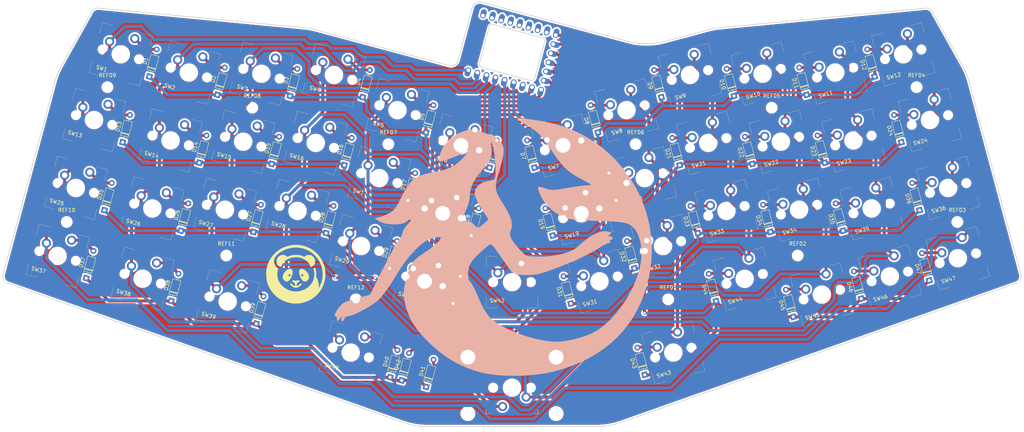
<source format=kicad_pcb>
(kicad_pcb (version 20211014) (generator pcbnew)
  (layers (0 "F.Cu" signal) (31 "B.Cu" signal) (34 "B.Paste" user) (35 "F.Paste" user) (36 "B.SilkS" user "B.Silkscreen") (37 "F.SilkS" user "F.Silkscreen") (38 "B.Mask" user) (39 "F.Mask" user) (44 "Edge.Cuts" user))
  (net 0 "")
  (net 1 "L1")
  (net 2 "Net-(D1-Pad2)")
  (net 3 "Net-(D2-Pad2)")
  (net 4 "Net-(D3-Pad2)")
  (net 5 "Net-(D4-Pad2)")
  (net 6 "Net-(D5-Pad2)")
  (net 7 "Net-(D6-Pad2)")
  (net 8 "L5")
  (net 9 "Net-(D7-Pad2)")
  (net 10 "Net-(D8-Pad2)")
  (net 11 "Net-(D9-Pad2)")
  (net 12 "Net-(D10-Pad2)")
  (net 13 "Net-(D11-Pad2)")
  (net 14 "Net-(D12-Pad2)")
  (net 15 "C1")
  (net 16 "C2")
  (net 17 "C3")
  (net 18 "C4")
  (net 19 "C5")
  (net 20 "C6")
  (net 25 "L8")
  (net 26 "L2")
  (net 27 "L7")
  (net 28 "L3")
  (net 29 "L6")
  (net 30 "L4")
  (net 31 "Net-(D13-Pad2)")
  (net 32 "Net-(D14-Pad2)")
  (net 33 "Net-(D15-Pad2)")
  (net 34 "Net-(D16-Pad2)")
  (net 35 "Net-(D17-Pad2)")
  (net 36 "Net-(D18-Pad2)")
  (net 37 "Net-(D19-Pad2)")
  (net 38 "Net-(D20-Pad2)")
  (net 39 "Net-(D21-Pad2)")
  (net 40 "Net-(D22-Pad2)")
  (net 41 "Net-(D23-Pad2)")
  (net 42 "Net-(D24-Pad2)")
  (net 43 "Net-(D25-Pad2)")
  (net 44 "Net-(D26-Pad2)")
  (net 45 "Net-(D27-Pad2)")
  (net 46 "Net-(D28-Pad2)")
  (net 47 "Net-(D29-Pad2)")
  (net 48 "Net-(D30-Pad2)")
  (net 49 "Net-(D31-Pad2)")
  (net 50 "Net-(D32-Pad2)")
  (net 51 "Net-(D33-Pad2)")
  (net 52 "Net-(D34-Pad2)")
  (net 53 "Net-(D35-Pad2)")
  (net 54 "Net-(D36-Pad2)")
  (net 55 "Net-(D37-Pad2)")
  (net 56 "Net-(D38-Pad2)")
  (net 57 "Net-(D39-Pad2)")
  (net 58 "Net-(D40-Pad2)")
  (net 59 "Net-(D41-Pad2)")
  (net 60 "Net-(D42-Pad2)")
  (net 61 "Net-(D43-Pad2)")
  (net 62 "Net-(D44-Pad2)")
  (net 63 "Net-(D45-Pad2)")
  (net 64 "Net-(D46-Pad2)")
  (net 65 "Net-(D47-Pad2)")
  (footprint "Diode_THT:D_DO-35_SOD27_P7.62mm_Horizontal" (layer "F.Cu") (at 118.0738 155.0736 75)
    (fp_text reference "D38")
    (fp_text value "1N4148" hide)
  )
  (footprint "_mx:SW_Cherry_MX_PCB" (layer "F.Cu") (at 104.4726 88.474 -15)
    (fp_text reference "SW1")
    (fp_text value "SW_SPST" hide)
  )
  (footprint "_mx:SW_Cherry_MX_PCB" (layer "F.Cu") (at 122.8252 93.3916 -15)
    (fp_text reference "SW2")
    (fp_text value "SW_SPST" hide)
  )
  (footprint "Diode_THT:D_DO-35_SOD27_P7.62mm_Horizontal" (layer "F.Cu") (at 169.6964 100.06 75)
    (fp_text reference "D4")
    (fp_text value "1N4148" hide)
  )
  (footprint "_mx:SW_Cherry_MX_PCB" (layer "F.Cu") (at 210 150)
    (fp_text reference "SW42")
    (fp_text value "SW_SPST" hide)
  )
  (footprint "_mx:SW_Cherry_MX_PCB" (layer "F.Cu") (at 322.739 106.2119 15)
    (fp_text reference "SW24")
    (fp_text value "SW_SPST" hide)
  )
  (footprint "Diode_THT:D_DO-35_SOD27_P7.62mm_Horizontal" (layer "F.Cu") (at 260.1387 136.7651 105)
    (fp_text reference "D33")
    (fp_text value "1N4148" hide)
  )
  (footprint "Diode_THT:D_DO-35_SOD27_P7.62mm_Horizontal" (layer "F.Cu") (at 255.2212 118.4125 105)
    (fp_text reference "D21")
    (fp_text value "1N4148" hide)
  )
  (footprint "_mx:SW_Cherry_MX_PCB" (layer "F.Cu") (at 311.9275 148.4494 15)
    (fp_text reference "SW46")
    (fp_text value "SW_SPST" hide)
  )
  (footprint "_mx:SW_Cherry_MX_PCB" (layer "F.Cu") (at 293.5749 153.3669 15)
    (fp_text reference "SW45")
    (fp_text value "SW_SPST" hide)
  )
  (footprint "Diode_THT:D_DO-35_SOD27_P7.62mm_Horizontal" (layer "F.Cu") (at 120.6973 136.1063 75)
    (fp_text reference "D26")
    (fp_text value "1N4148" hide)
  )
  (footprint "Diode_THT:D_DO-35_SOD27_P7.62mm_Horizontal" (layer "F.Cu") (at 299.3027 136.1063 105)
    (fp_text reference "D35")
    (fp_text value "1N4148" hide)
  )
  (footprint "_mx:SW_Cherry_MX_PCB_2.00u" (layer "F.Cu") (at 210 178.5 180)
    (fp_text reference "SW41")
    (fp_text value "SW_SPST" hide)
  )
  (footprint "_mx:SW_Cherry_MX_PCB" (layer "F.Cu") (at 92.3434 124.5645 -15)
    (fp_text reference "SW25")
    (fp_text value "SW_SPST" hide)
  )
  (footprint "MountingHole:MountingHole_2.2mm_M2" (layer "F.Cu") (at 176.6536 112.7324)
    (fp_text reference "REF07")
    (fp_text value "MountingHole" hide)
  )
  (footprint "_mx:SW_Cherry_MX_PCB" (layer "F.Cu") (at 112.9901 130.0968 -15)
    (fp_text reference "SW26")
    (fp_text value "SW_SPST" hide)
  )
  (footprint "Diode_THT:D_DO-35_SOD27_P7.62mm_Horizontal" (layer "F.Cu") (at 243.0155 146.2708 105)
    (fp_text reference "D32")
    (fp_text value "1N4148" hide)
  )
  (footprint "Diode_THT:D_DO-35_SOD27_P7.62mm_Horizontal" (layer "F.Cu") (at 140.2793 136.4357 75)
    (fp_text reference "D27")
    (fp_text value "1N4148" hide)
  )
  (footprint "_mx:SW_Cherry_MX_PCB" (layer "F.Cu") (at 315.5274 88.474 15)
    (fp_text reference "SW12")
    (fp_text value "SW_SPST" hide)
  )
  (footprint "MountingHole:MountingHole_2.2mm_M2" (layer "F.Cu") (at 287.0603 142.8186)
    (fp_text reference "REF02")
    (fp_text value "MountingHole" hide)
  )
  (footprint "MountingHole:MountingHole_2.2mm_M2" (layer "F.Cu") (at 252.1169 154.6404)
    (fp_text reference "REF01")
    (fp_text value "MountingHole" hide)
  )
  (footprint "Diode_THT:D_DO-35_SOD27_P7.62mm_Horizontal" (layer "F.Cu") (at 130.5324 99.4011 75)
    (fp_text reference "D2")
    (fp_text value "1N4148" hide)
  )
  (footprint "Diode_THT:D_DO-35_SOD27_P7.62mm_Horizontal" (layer "F.Cu") (at 233.1804 109.5657 105)
    (fp_text reference "D8")
    (fp_text value "1N4148" hide)
  )
  (footprint "Diode_THT:D_DO-35_SOD27_P7.62mm_Horizontal" (layer "F.Cu") (at 177.1227 175.6938 75)
    (fp_text reference "D40")
    (fp_text value "1N4148" hide)
  )
  (footprint "_mx:SW_Cherry_MX_PCB" (layer "F.Cu") (at 245.8052 121.9087 15)
    (fp_text reference "SW20")
    (fp_text value "SW_SPST" hide)
  )
  (footprint "MountingHole:MountingHole_2.2mm_M2" (layer "F.Cu") (at 89.8846 133.7408)
    (fp_text reference "REF10")
    (fp_text value "MountingHole" hide)
  )
  (footprint "_mx:SW_Cherry_MX_PCB" (layer "F.Cu") (at 166.489 169.0196 -15)
    (fp_text reference "SW40")
    (fp_text value "SW_SPST" hide)
  )
  (footprint "_mx:SW_Cherry_MX_PCB" (layer "F.Cu") (at 258.0108 94.0504 15)
    (fp_text reference "SW9")
    (fp_text value "SW_SPST" hide)
  )
  (footprint "Diode_THT:D_DO-35_SOD27_P7.62mm_Horizontal" (layer "F.Cu") (at 279.7207 136.4357 105)
    (fp_text reference "D34")
    (fp_text value "1N4148" hide)
  )
  (footprint "Diode_THT:D_DO-35_SOD27_P7.62mm_Horizontal" (layer "F.Cu") (at 112.1798 94.4836 75)
    (fp_text reference "D1")
    (fp_text value "1N4148" hide)
  )
  (footprint "_mx:SW_Cherry_MX_PCB" (layer "F.Cu") (at 97.261 106.2119 -15)
    (fp_text reference "SW13")
    (fp_text value "SW_SPST" hide)
  )
  (footprint "Diode_THT:D_DO-35_SOD27_P7.62mm_Horizontal" (layer "F.Cu") (at 245.8037 175.0291 105)
    (fp_text reference "D43")
    (fp_text value "1N4148" hide)
  )
  (footprint "_mx:SW_Cherry_MX_PCB" (layer "F.Cu") (at 142.4072 93.721 -15)
    (fp_text reference "SW3")
    (fp_text value "SW_SPST" hide)
  )
  (footprint "_mx:SW_Cherry_MX_PCB" (layer "F.Cu") (at 272.7635 149.1082 15)
    (fp_text reference "SW44")
    (fp_text value "SW_SPST" hide)
  )
  (footprint "Diode_THT:D_DO-35_SOD27_P7.62mm_Horizontal" (layer "F.Cu") (at 150.1144 99.7305 75)
    (fp_text reference "D3")
    (fp_text value "1N4148" hide)
  )
  (footprint "_mx:SW_Cherry_MX_PCB" (layer "F.Cu") (at 157.0716 112.403 -15)
    (fp_text reference "SW16")
    (fp_text value "SW_SPST" hide)
  )
  (footprint "_mx:SW_Cherry_MX_PCB" (layer "F.Cu") (at 282.5104 112.0736 15)
    (fp_text reference "SW22")
    (fp_text value "SW_SPST" hide)
  )
  (footprint "MountingHole:MountingHole_2.2mm_M2" (layer "F.Cu") (at 167.8831 154.6404)
    (fp_text reference "REF12")
    (fp_text value "MountingHole" hide)
  )
  (footprint "Diode_THT:D_DO-35_SOD27_P7.62mm_Horizontal" (layer "F.Cu") (at 181.902 127.9183 75)
    (fp_text reference "D17")
    (fp_text value "1N4148" hide)
  )
  (footprint "Diode_THT:D_DO-35_SOD27_P7.62mm_Horizontal" (layer "F.Cu") (at 238.098 127.9183 105)
    (fp_text reference "D20")
    (fp_text value "1N4148" hide)
  )
  (footprint "Diode_THT:D_DO-35_SOD27_P7.62mm_Horizontal" (layer "F.Cu") (at 315.0318 112.2215 105)
    (fp_text reference "D24")
    (fp_text value "1N4148" hide)
  )
  (footprint "_mx:SW_Cherry_MX_PCB" (layer "F.Cu") (at 169.2772 140.2613 -15)
    (fp_text reference "SW29")
    (fp_text value "SW_SPST" hide)
  )
  (footprint "Diode_THT:D_DO-35_SOD27_P7.62mm_Horizontal" (layer "F.Cu") (at 294.3851 117.7537 105)
    (fp_text reference "D23")
    (fp_text value "1N4148" hide)
  )
  (footprint "_mx:SW_Cherry_MX_PCB" (layer "F.Cu") (at 250.7228 140.2613 15)
    (fp_text reference "SW32")
    (fp_text value "SW_SPST" hide)
  )
  (footprint "_mx:SW_Cherry_MX_PCB" (layer "F.Cu") (at 307.0099 130.0968 15)
    (fp_text reference "SW35")
    (fp_text value "SW_SPST" hide)
  )
  (footprint "Diode_THT:D_DO-35_SOD27_P7.62mm_Horizontal" (layer "F.Cu") (at 186.8196 109.5657 75)
    (fp_text reference "D5")
    (fp_text value "1N4148" hide)
  )
  (footprint "Diode_THT:D_DO-35_SOD27_P7.62mm_Horizontal" (layer "F.Cu") (at 164.7788 118.4125 75)
    (fp_text reference "D16")
    (fp_text value "1N4148" hide)
  )
  (footprint "Diode_THT:D_DO-35_SOD27_P7.62mm_Horizontal" (layer "F.Cu") (at 125.6149 117.7537 75)
    (fp_text reference "D14")
    (fp_text value "1N4148" hide)
  )
  (footprint "Diode_THT:D_DO-35_SOD27_P7.62mm_Horizontal" (layer "F.Cu") (at 225.8923 155.7766 105)
    (fp_text reference "D31")
    (fp_text value "1N4148" hide)
  )
  (footprint "Diode_THT:D_DO-35_SOD27_P7.62mm_Horizontal" (layer "F.Cu") (at 289.4676 99.4011 105)
    (fp_text reference "D11")
    (fp_text value "1N4148" hide)
  )
  (footprint "Diode_THT:D_DO-35_SOD27_P7.62mm_Horizontal" (layer "F.Cu") (at 322.5728 149.5413 105)
    (fp_text reference "D47")
    (fp_text value "1N4148" hide)
  )
  (footprint "Diode_THT:D_DO-35_SOD27_P7.62mm_Horizontal" (layer "F.Cu") (at 285.8677 159.3765 105)
    (fp_text reference "D45")
    (fp_text value "1N4148" hide)
  )
  (footprint "_mx:SW_Cherry_MX_PCB" (layer "F.Cu") (at 330.2801 143.5318 15)
    (fp_text reference "SW47")
    (fp_text value "SW_SPST" hide)
  )
  (footprint "_mx:SW_Cherry_MX_PCB" (layer "F.Cu") (at 297.1748 93.3916 15)
    (fp_text reference "SW11")
    (fp_text value "SW_SPST" hide)
  )
  (footprint "_mx:SW_Cherry_MX_PCB" (layer "F.Cu") (at 137.4896 112.0736 -15)
    (fp_text reference "SW15")
    (fp_text value "SW_SPST" hide)
  )
  (footprint "Diode_THT:D_DO-35_SOD27_P7.62mm_Horizontal" (layer "F.Cu") (at 203.9428 119.0714 75)
    (fp_text reference "D6")
    (fp_text value "1N4148" hide)
  )
  (footprint "_mx:SW_Cherry_MX_PCB" (layer "F.Cu") (at 174.1948 121.9087 -15)
    (fp_text reference "SW17")
    (fp_text value "SW_SPST" hide)
  )
  (footprint "_mx:SW_Cherry_MX_PCB" (layer "F.Cu") (at 267.846 130.7556 15)
    (fp_text reference "SW33")
    (fp_text value "SW_SPST" hide)
  )
  (footprint "_mx:SW_Cherry_MX_PCB" (layer "F.Cu") (at 152.154 130.7556 -15)
    (fp_text reference "SW28")
    (fp_text value "SW_SPST" hide)
  )
  (footprint "_mx:SW_Cherry_MX_PCB" (layer "F.Cu") (at 196.2356 113.0618 -15)
    (fp_text reference "SW6")
    (fp_text value "SW_SPST" hide)
  )
  (footprint "_mx:SW_Cherry_MX_PCB" (layer "F.Cu") (at 240.8876 103.5561 15)
    (fp_text reference "SW8")
    (fp_text value "SW_SPST" hide)
  )
  (footprint "Diode_THT:D_DO-35_SOD27_P7.62mm_Horizontal" (layer "F.Cu") (at 265.0563 155.1177 105)
    (fp_text reference "D44")
    (fp_text value "1N4148" hide)
  )
  (footprint "_mx:SW_Cherry_MX_PCB" (layer "F.Cu") (at 233.5996 149.767 15)
    (fp_text reference "SW31")
    (fp_text value "SW_SPST" hide)
  )
  (footprint "_mx:SW_Cherry_MX_PCB" (layer "F.Cu") (at 87.4258 142.9171 -15)
    (fp_text reference "SW37")
    (fp_text value "SW_SPST" hide)
  )
  (footprint "_mx:SW_Cherry_MX_PCB" (layer "F.Cu") (at 287.4279 130.4262 15)
    (fp_text reference "SW34")
    (fp_text value "SW_SPST" hide)
  )
  (footprint "_mx:SW_Cherry_MX_PCB" (layer "F.Cu") (at 161.9892 94.0504 -15)
    (fp_text reference "SW4")
    (fp_text value "SW_SPST" hide)
  )
  (footprint "Diode_THT:D_DO-35_SOD27_P7.62mm_Horizontal" (layer "F.Cu") (at 104.9682 112.2215 75)
    (fp_text reference "D13")
    (fp_text value "1N4148" hide)
  )
  (footprint "MountingHole:MountingHole_2.2mm_M2" (layer "F.Cu") (at 139.9484 102.8973)
    (fp_text reference "REF08")
    (fp_text value "MountingHole" hide)
  )
  (footprint "Diode_THT:D_DO-35_SOD27_P7.62mm_Horizontal" (layer "F.Cu") (at 145.1968 118.0831 75)
    (fp_text reference "D15")
    (fp_text value "1N4148" hide)
  )
  (footprint "Diode_THT:D_DO-35_SOD27_P7.62mm_Horizontal" (layer "F.Cu") (at 100.0506 130.5741 75)
    (fp_text reference "D25")
    (fp_text value "1N4148" hide)
  )
  (footprint "_mx:SW_Cherry_MX_PCB" (layer "F.Cu") (at 228.682 131.4144 15)
    (fp_text reference "SW19")
    (fp_text value "SW_SPST" hide)
  )
  (footprint "_mx:SW_Cherry_MX_PCB" (layer "F.Cu") (at 110.3666 149.064 -15)
    (fp_text reference "SW38")
    (fp_text value "SW_SPST" hide)
  )
  (footprint "_mx:SW_Cherry_MX_PCB" (layer "F.Cu") (at 186.4004 149.767 -15)
    (fp_text reference "SW30")
    (fp_text value "SW_SPST" hide)
  )
  (footprint "Diode_THT:D_DO-35_SOD27_P7.62mm_Horizontal" (layer "F.Cu") (at 274.8032 118.0831 105)
    (fp_text reference "D22")
    (fp_text value "1N4148" hide)
  )
  (footprint "Diode_THT:D_DO-35_SOD27_P7.62mm_Horizontal" (layer "F.Cu") (at 250.3036 100.06 105)
    (fp_text reference "D9")
    (fp_text value "1N4148" hide)
  )
  (footprint "Diode_THT:D_DO-35_SOD27_P7.62mm_Horizontal" (layer "F.Cu") (at 159.8613 136.7651 75)
    (fp_text reference "D28")
    (fp_text value "1N4148" hide)
  )
  (footprint "Diode_THT:D_DO-35_SOD27_P7.62mm_Horizontal" (layer "F.Cu") (at 199.0252 137.424 75)
    (fp_text reference "D18")
    (fp_text value "1N4148" hide)
  )
  (footprint "_mx:SW_Cherry_MX_PCB" (layer "F.Cu") (at 133.3073 155.211 -15)
    (fp_text reference "SW39")
    (fp_text value "SW_SPST" hide)
  )
  (footprint "MountingHole:MountingHole_2.2mm_M2" (layer "F.Cu") (at 100.8668 97.343)
    (fp_text reference "REF09")
    (fp_text value "MountingHole" hide)
  )
  (footprint "Diode_THT:D_DO-35_SOD27_P7.62mm_Horizontal" (layer "F.Cu") (at 269.8856 99.7305 105)
    (fp_text reference "D10")
    (fp_text value "1N4148" hide)
  )
  (footprint "MountingHole:MountingHole_2.2mm_M2" (layer "F.Cu") (at 330.1154 133.7408)
    (fp_text reference "REF03")
    (fp_text value "MountingHole" hide)
  )
  (footprint "_mx:SW_Cherry_MX_PCB" (layer "F.Cu") (at 179.1124 103.5561 -15)
    (fp_text reference "SW5")
    (fp_text value "SW_SPST" hide)
  )
  (footprint "Diode_THT:D_DO-35_SOD27_P7.62mm_Horizontal" (layer "F.Cu") (at 141.0146 161.2205 75)
    (fp_text reference "D39")
    (fp_text value "1N4148" hide)
  )
  (footprint "Diode_THT:D_DO-35_SOD27_P7.62mm_Horizontal" (layer "F.Cu") (at 176.9845 146.2708 75)
    (fp_text reference "D29")
    (fp_text value "1N4148" hide)
  )
  (footprint "Diode_THT:D_DO-35_SOD27_P7.62mm_Horizontal" (layer "F.Cu") (at 319.9494 130.5741 105)
    (fp_text reference "D36")
    (fp_text value "1N4148" hide)
  )
  (footprint "_mx:SW_Cherry_MX_PCB" (layer "F.Cu") (at 223.7644 113.0618 15)
    (fp_text reference "SW7")
    (fp_text value "SW_SPST" hide)
  )
  (footprint "MountingHole:MountingHole_2.2mm_M2" (layer "F.Cu") (at 319.1332 97.343)
    (fp_text reference "REF04")
    (fp_text value "MountingHole" hide)
  )
  (footprint "_mx:SW_Cherry_MX_PCB" (layer "F.Cu") (at 117.9076 111.7442 -15)
    (fp_text reference "SW14")
    (fp_text value "SW_SPST" hide)
  )
  (footprint "_mx:SW_Cherry_MX_PCB" (layer "F.Cu") (at 302.0924 111.7442 15)
    (fp_text reference "SW23")
    (fp_text value "SW_SPST" hide)
  )
  (footprint "MountingHole:MountingHole_2.2mm_M2" (layer "F.Cu") (at 280.0516 102.8973)
    (fp_text reference "REF05")
    (fp_text value "MountingHole" hide)
  )
  (footprint "Diode_THT:D_DO-35_SOD27_P7.62mm_Horizontal" (layer "F.Cu") (at 95.1331 148.9266 75)
    (fp_text reference "D37")
    (fp_text value "1N4148" hide)
  )
  (footprint "Diode_THT:D_DO-35_SOD27_P7.62mm_Horizontal" (layer "F.Cu") (at 307.8202 94.4836 105)
    (fp_text reference "D12")
    (fp_text value "1N4148" hide)
  )
  (footprint "Diode_THT:D_DO-35_SOD27_P7.62mm_Horizontal" (layer "F.Cu") (at 220.9748 137.424 105)
    (fp_text reference "D19")
    (fp_text value "1N4148" hide)
  )
  (footprint "_mx:SW_Cherry_MX_PCB" (layer "F.Cu") (at 191.318 131.4144 -15)
    (fp_text reference "SW18")
    (fp_text value "SW_SPST" hide)
  )
  (footprint "_mx:SW_Cherry_MX_PCB" (layer "F.Cu") (at 327.6566 124.5645 15)
    (fp_text reference "SW36")
    (fp_text value "SW_SPST" hide)
  )
  (footprint "Diode_THT:D_DO-35_SOD27_P7.62mm_Horizontal" (layer "F.Cu") (at 216.0572 119.0714 105)
    (fp_text reference "D7")
    (fp_text value "1N4148" hide)
  )
  (footprint "_mx:SW_Cherry_MX_PCB" (layer "F.Cu") (at 262.9284 112.403 15)
    (fp_text reference "SW21")
    (fp_text value "SW_SPST" hide)
  )
  (footprint "Diode_THT:D_DO-35_SOD27_P7.62mm_Horizontal" (layer "F.Cu") (at 180.2344 176.5316 75)
    (fp_text reference "D42")
    (fp_text value "1N4148" hide)
  )
  (footprint "Diode_THT:D_DO-35_SOD27_P7.62mm_Horizontal" (layer "F.Cu") (at 194.1077 155.7766 75)
    (fp_text reference "D30")
    (fp_text value "1N4148" hide)
  )
  (footprint "_mx:SW_Cherry_MX_PCB" (layer "F.Cu") (at 132.5721 130.4262 -15)
    (fp_text reference "SW27")
    (fp_text value "SW_SPST" hide)
  )
  (footprint "Diode_THT:D_DO-35_SOD27_P7.62mm_Horizontal" (layer "F.Cu") (at 186.848043 178.290266 75)
    (fp_text reference "D41")
    (fp_text value "1N4148" hide)
  )
  (footprint "MountingHole:MountingHole_2.2mm_M2" (layer "F.Cu") (at 132.9397 142.8186)
    (fp_text reference "REF11")
    (fp_text value "MountingHole" hide)
  )
  (footprint "Diode_THT:D_DO-35_SOD27_P7.62mm_Horizontal" (layer "F.Cu") (at 304.2203 154.4589 105)
    (fp_text reference "D46")
    (fp_text value "1N4148" hide)
  )
  (footprint "MountingHole:MountingHole_2.2mm_M2" (layer "F.Cu") (at 243.3464 112.7324)
    (fp_text reference "REF06")
    (fp_text value "MountingHole" hide)
  )
  (footprint "_mx:SW_Cherry_MX_PCB" (layer "F.Cu") (at 253.511 169.0196 15)
    (fp_text reference "SW43")
    (fp_text value "SW_SPST" hide)
  )
  (footprint "_mx:SW_Cherry_MX_PCB" (layer "F.Cu") (at 277.5928 93.721 15)
    (fp_text reference "SW10")
    (fp_text value "SW_SPST" hide)
  )
  (footprint "_mcu:rp2040-zero-tht" (layer "B.Cu") (at 210 88 -105)
    (fp_text reference "U1" hide)
    (fp_text value "rp2040-zero" hide)
  )
  (gr_poly (pts (xy 212.157112 105.727231) (xy 212.292854 105.731134) (xy 212.443125 105.738675) (xy 212.608543 105.749901) (xy 212.789724 105.764859) (xy 212.987286 105.783594) (xy 213.434024 105.832587) (xy 213.953695 105.897252) (xy 214.551238 105.977963) (xy 215.231592 106.075092) (xy 215.999695 106.189014) (xy 216.860488 106.3201) (xy 217.818909 106.468725) (xy 219.664447 106.806464) (xy 221.469605 107.235385) (xy 223.232396 107.752637) (xy 224.950836 108.35537) (xy 226.622938 109.040733) (xy 228.246718 109.805875) (xy 229.820189 110.647946) (xy 231.341366 111.564093) (xy 232.808263 112.551468) (xy 234.218895 113.607219) (xy 235.571275 114.728495) (xy 236.86342 115.912445) (xy 238.093342 117.15622) (xy 239.259056 118.456967) (xy 240.358577 119.811836) (xy 241.38992 121.217977) (xy 242.351097 122.672539) (xy 243.240125 124.17267) (xy 244.055017 125.715521) (xy 244.793787 127.29824) (xy 245.454451 128.917976) (xy 246.035022 130.571879) (xy 246.533514 132.257099) (xy 246.947944 133.970784) (xy 247.276323 135.710083) (xy 247.516668 137.472146) (xy 247.666993 139.254122) (xy 247.725311 141.053161) (xy 247.689637 142.86641) (xy 247.557986 144.691021) (xy 247.328373 146.524141) (xy 246.99881 148.362921) (xy 246.410723 150.812191) (xy 245.680875 153.15486) (xy 244.810345 155.389847) (xy 243.800213 157.516077) (xy 242.651556 159.532469) (xy 241.365455 161.437947) (xy 239.942988 163.231432) (xy 238.385235 164.911845) (xy 236.693275 166.47811) (xy 234.868186 167.929146) (xy 232.911048 169.263877) (xy 230.82294 170.481224) (xy 228.604941 171.580109) (xy 226.25813 172.559454) (xy 223.783586 173.418181) (xy 221.182389 174.155211) (xy 220.085288 174.408344) (xy 218.921186 174.629854) (xy 217.700642 174.819635) (xy 216.434218 174.977581) (xy 215.132476 175.103587) (xy 213.805975 175.197548) (xy 212.465277 175.259358) (xy 211.120942 175.288912) (xy 209.783533 175.286105) (xy 208.46361 175.250831) (xy 207.171733 175.182985) (xy 205.918464 175.082461) (xy 204.714364 174.949155) (xy 203.569993 174.78296) (xy 202.495914 174.583772) (xy 201.502686 174.351485) (xy 201.502684 174.351487) (xy 201.502683 174.35149) (xy 201.502681 174.351493) (xy 201.502679 174.351496) (xy 201.502677 174.351498) (xy 201.502675 174.351501) (xy 201.502673 174.351503) (xy 201.502671 174.351506) (xy 201.502669 174.351508) (xy 201.502666 174.351509) (xy 201.502664 174.351511) (xy 201.502662 174.351512) (xy 201.50266 174.351514) (xy 201.502659 174.351514) (xy 201.502658 174.351515) (xy 201.502657 174.351515) (xy 201.502656 174.351515) (xy 201.502655 174.351515) (xy 200.411007 174.044763) (xy 199.341706 173.702505) (xy 198.293742 173.324113) (xy 197.266107 172.908963) (xy 196.257792 172.456429) (xy 195.267788 171.965885) (xy 194.295087 171.436706) (xy 193.33868 170.868266) (xy 192.397557 170.25994) (xy 191.47071 169.611101) (xy 190.557131 168.921125) (xy 189.65581 168.189386) (xy 188.765738 167.415257) (xy 187.885908 166.598114) (xy 187.015309 165.737331) (xy 186.152933 164.832281) (xy 185.642175 164.267074) (xy 185.161298 163.706651) (xy 184.709452 163.149442) (xy 184.285787 162.593876) (xy 183.889452 162.038381) (xy 183.519595 161.481386) (xy 183.175367 160.92132) (xy 182.855915 160.356612) (xy 182.560391 159.785692) (xy 182.287942 159.206987) (xy 182.037718 158.618928) (xy 181.808869 158.019941) (xy 181.600542 157.408458) (xy 181.411889 156.782906) (xy 181.242057 156.141715) (xy 181.090197 155.483313) (xy 180.999354 155.026929) (xy 180.925734 154.581702) (xy 180.869711 154.144013) (xy 180.831656 153.710243) (xy 180.811942 153.276776) (xy 180.81094 152.839991) (xy 180.829024 152.396271) (xy 180.866565 151.941998) (xy 180.923935 151.473552) (xy 181.001508 150.987317) (xy 181.099654 150.479673) (xy 181.218747 149.947002) (xy 181.359159 149.385685) (xy 181.521261 148.792105) (xy 181.705427 148.162643) (xy 181.912028 147.493681) (xy 182.076841 146.987259) (xy 182.239181 146.52562) (xy 182.403791 146.103236) (xy 182.575411 145.714577) (xy 182.758783 145.354115) (xy 182.95865 145.01632) (xy 183.179751 144.695665) (xy 183.426831 144.38662) (xy 183.704629 144.083656) (xy 184.017888 143.781245) (xy 184.371349 143.473857) (xy 184.769754 143.155963) (xy 185.217845 142.822036) (xy 185.720363 142.466546) (xy 186.28205 142.083963) (xy 186.907648 141.668761) (xy 187.358052 141.365503) (xy 187.790652 141.060207) (xy 188.203163 140.755173) (xy 188.593297 140.452697) (xy 188.958769 140.155079) (xy 189.297293 139.864616) (xy 189.606583 139.583607) (xy 189.884351 139.31435) (xy 190.128313 139.059144) (xy 190.336181 138.820286) (xy 190.50567 138.600075) (xy 190.634493 138.400809) (xy 190.720364 138.224786) (xy 190.746479 138.146209) (xy 190.760998 138.074305) (xy 190.763636 138.00936) (xy 190.754107 137.951663) (xy 190.732125 137.9015) (xy 190.697405 137.85916) (xy 190.687723 137.852546) (xy 190.673875 137.846782) (xy 190.634148 137.837762) (xy 190.579147 137.832019) (xy 190.509798 137.829471) (xy 190.427023 137.830036) (xy 190.331746 137.833635) (xy 190.224893 137.840186) (xy 190.107386 137.849607) (xy 189.98015 137.861817) (xy 189.844109 137.876736) (xy 189.549306 137.914374) (xy 189.23037 137.96187) (xy 188.894694 138.018576) (xy 188.629463 138.0754) (xy 188.357826 138.152088) (xy 188.080103 138.24832) (xy 187.796614 138.363776) (xy 187.507677 138.498138) (xy 187.213612 138.651084) (xy 186.611377 139.011456) (xy 185.992464 139.442333) (xy 185.359427 139.94116) (xy 184.714823 140.50538) (xy 184.061208 141.132436) (xy 183.401136 141.819771) (xy 182.737163 142.564828) (xy 182.071844 143.365051) (xy 181.407736 144.217883) (xy 180.747393 145.120767) (xy 180.093371 146.071146) (xy 179.448226 147.066463) (xy 178.814513 148.104162) (xy 178.193466 149.12359) (xy 177.540707 150.143666) (xy 176.875771 151.137129) (xy 176.21819 152.076715) (xy 175.587497 152.935162) (xy 175.003226 153.685207) (xy 174.48491 154.299589) (xy 174.256589 154.547386) (xy 174.052081 154.751044) (xy 173.681491 155.075371) (xy 173.240512 155.420146) (xy 172.73988 155.779661) (xy 172.190335 156.148206) (xy 171.602613 156.520073) (xy 170.987452 156.889554) (xy 170.35559 157.250939) (xy 169.717765 157.598521) (xy 169.084713 157.926589) (xy 168.467172 158.229437) (xy 167.875881 158.501355) (xy 167.321576 158.736634) (xy 166.814996 158.929567) (xy 166.366877 159.074444) (xy 165.987958 159.165556) (xy 165.688976 159.197195) (xy 165.655858 159.198096) (xy 165.622475 159.200767) (xy 165.588887 159.205165) (xy 165.55515 159.211246) (xy 165.521323 159.218966) (xy 165.487463 159.22828) (xy 165.419879 159.251517) (xy 165.352859 159.280602) (xy 165.286869 159.315183) (xy 165.22237 159.354907) (xy 165.159826 159.399422) (xy 165.0997 159.448374) (xy 165.042456 159.50141) (xy 164.988556 159.558178) (xy 164.938465 159.618324) (xy 164.892644 159.681495) (xy 164.851558 159.747339) (xy 164.81567 159.815503) (xy 164.79982 159.850345) (xy 164.785442 159.885634) (xy 164.749463 159.973529) (xy 164.711584 160.055132) (xy 164.67207 160.13048) (xy 164.631188 160.199614) (xy 164.589201 160.262572) (xy 164.546375 160.319394) (xy 164.502976 160.370118) (xy 164.459268 160.414784) (xy 164.415516 160.453431) (xy 164.371987 160.486098) (xy 164.328944 160.512824) (xy 164.286654 160.533648) (xy 164.245381 160.548609) (xy 164.20539 160.557747) (xy 164.166947 160.5611) (xy 164.130317 160.558707) (xy 164.095765 160.550609) (xy 164.063557 160.536843) (xy 164.033956 160.517449) (xy 164.007229 160.492467) (xy 163.983641 160.461934) (xy 163.963457 160.425891) (xy 163.946942 160.384376) (xy 163.934361 160.337428) (xy 163.92598 160.285087) (xy 163.922063 160.227392) (xy 163.922876 160.164382) (xy 163.928683 160.096095) (xy 163.939752 160.022572) (xy 163.956345 159.943851) (xy 163.978729 159.859971) (xy 164.007168 159.770972) (xy 164.04563 159.656566) (xy 164.076508 159.558029) (xy 164.099509 159.475432) (xy 164.114341 159.40885) (xy 164.118601 159.381587) (xy 164.12071 159.358354) (xy 164.120629 159.339163) (xy 164.118322 159.32402) (xy 164.113754 159.312936) (xy 164.106886 159.305919) (xy 164.097683 159.30298) (xy 164.086108 159.304126) (xy 164.072124 159.309367) (xy 164.055695 159.318713) (xy 164.036784 159.332172) (xy 164.015354 159.349754) (xy 163.964791 159.397322) (xy 163.903714 159.461491) (xy 163.83183 159.542333) (xy 163.748845 159.639922) (xy 163.654466 159.754331) (xy 163.548401 159.885634) (xy 163.431586 160.03026) (xy 163.327612 160.156021) (xy 163.235726 160.263032) (xy 163.155174 160.351408) (xy 163.085202 160.421264) (xy 163.053948 160.449283) (xy 163.025056 160.472715) (xy 162.998433 160.491574) (xy 162.973983 160.505876) (xy 162.951613 160.515634) (xy 162.931229 160.520863) (xy 162.912736 160.521577) (xy 162.896039 160.51779) (xy 162.881046 160.509518) (xy 162.867661 160.496774) (xy 162.855791 160.479573) (xy 162.84534 160.457928) (xy 162.836215 160.431856) (xy 162.828322 160.401369) (xy 162.821567 160.366483) (xy 162.815854 160.327211) (xy 162.807182 160.235569) (xy 162.801552 160.126559) (xy 162.79821 160.000296) (xy 162.794097 159.918478) (xy 162.785188 159.838953) (xy 162.771737 159.762135) (xy 162.753996 159.688434) (xy 162.73222 159.618263) (xy 162.70666 159.552033) (xy 162.677571 159.490156) (xy 162.645205 159.433044) (xy 162.609816 159.381108) (xy 162.571656 159.334762) (xy 162.530979 159.294416) (xy 162.509776 159.276621) (xy 162.488038 159.260482) (xy 162.465798 159.246048) (xy 162.443086 159.233371) (xy 162.419935 159.222504) (xy 162.396376 159.213497) (xy 162.372441 159.206402) (xy 162.348161 159.201271) (xy 162.323569 159.198154) (xy 162.298695 159.197104) (xy 162.239375 159.189206) (xy 162.193646 159.166083) (xy 162.160976 159.128596) (xy 162.140831 159.077601) (xy 162.132681 159.013957) (xy 162.13599 158.938524) (xy 162.150228 158.852158) (xy 162.17486 158.75572) (xy 162.209354 158.650067) (xy 162.253178 158.536057) (xy 162.366682 158.286404) (xy 162.51111 158.013628) (xy 162.6822 157.724596) (xy 162.875689 157.426177) (xy 163.087316 157.125239) (xy 163.312817 156.828649) (xy 163.547931 156.543275) (xy 163.788396 156.275985) (xy 164.029949 156.033646) (xy 164.149802 155.92398) (xy 164.268329 155.823128) (xy 164.384996 155.731947) (xy 164.499271 155.651297) (xy 164.619873 155.577662) (xy 164.768413 155.498188) (xy 164.942789 155.413623) (xy 165.140895 155.324715) (xy 165.599885 155.136864) (xy 166.12855 154.940624) (xy 166.710056 154.741982) (xy 167.327571 154.546924) (xy 167.964261 154.361438) (xy 168.603294 154.191511) (xy 171.680118 153.415022) (xy 175.149635 146.485823) (xy 176.566191 143.718639) (xy 177.858389 141.306525) (xy 178.413257 140.314638) (xy 178.883519 139.508741) (xy 179.251336 138.921241) (xy 179.498869 138.584547) (xy 179.588831 138.480789) (xy 179.676954 138.370657) (xy 179.762753 138.255116) (xy 179.845744 138.135133) (xy 179.925439 138.011674) (xy 180.001355 137.885703) (xy 180.073004 137.758188) (xy 180.139903 137.630095) (xy 180.201565 137.502388) (xy 180.257504 137.376035) (xy 180.307236 137.252001) (xy 180.350275 137.131252) (xy 180.386135 137.014754) (xy 180.414331 136.903472) (xy 180.434377 136.798374) (xy 180.445788 136.700424) (xy 180.459471 136.600376) (xy 180.486191 136.489126) (xy 180.525238 136.367846) (xy 180.575902 136.23771) (xy 180.637471 136.099891) (xy 180.709235 135.955562) (xy 180.790484 135.805895) (xy 180.880508 135.652065) (xy 180.978596 135.495245) (xy 181.084038 135.336606) (xy 181.196123 135.177323) (xy 181.314141 135.018568) (xy 181.437381 134.861514) (xy 181.565133 134.707335) (xy 181.696687 134.557204) (xy 181.831332 134.412293) (xy 182.06973 134.155704) (xy 182.270321 133.923962) (xy 182.433622 133.717873) (xy 182.560151 133.53824) (xy 182.609787 133.458597) (xy 182.650425 133.38587) (xy 182.682128 133.32016) (xy 182.704962 133.261566) (xy 182.71899 133.210191) (xy 182.724279 133.166134) (xy 182.720891 133.129496) (xy 182.708893 133.100378) (xy 182.688349 133.07888) (xy 182.659323 133.065104) (xy 182.62188 133.059148) (xy 182.576085 133.061115) (xy 182.522002 133.071104) (xy 182.459697 133.089217) (xy 182.389234 133.115554) (xy 182.310677 133.150215) (xy 182.224091 133.193301) (xy 182.129541 133.244913) (xy 181.916808 133.374116) (xy 181.672995 133.53863) (xy 181.398619 133.739258) (xy 181.26367 133.831447) (xy 181.112274 133.916856) (xy 180.94546 133.995518) (xy 180.764257 134.067467) (xy 180.362804 134.191365) (xy 179.91615 134.288821) (xy 179.43253 134.36011) (xy 178.920179 134.405502) (xy 178.387331 134.425272) (xy 177.842223 134.419691) (xy 177.29309 134.389033) (xy 176.748166 134.333571) (xy 176.215687 134.253576) (xy 175.703887 134.149323) (xy 175.221003 134.021083) (xy 174.775268 133.869129) (xy 174.374919 133.693734) (xy 174.194337 133.597331) (xy 174.02819 133.495171) (xy 173.832101 133.363896) (xy 173.659473 133.245104) (xy 173.510007 133.138235) (xy 173.383405 133.042732) (xy 173.279369 132.958039) (xy 173.197601 132.883596) (xy 173.164974 132.850044) (xy 173.137803 132.818846) (xy 173.129069 132.807237) (xy 196.816558 132.807237) (xy 196.816996 132.89764) (xy 196.824716 132.980414) (xy 196.839732 133.055837) (xy 196.862056 133.124187) (xy 196.891701 133.185742) (xy 196.928681 133.240777) (xy 196.973009 133.289572) (xy 197.024697 133.332402) (xy 197.083759 133.369547) (xy 197.150208 133.401282) (xy 197.224057 133.427886) (xy 197.394007 133.46681) (xy 197.593713 133.488536) (xy 197.823281 133.495285) (xy 197.937229 133.500048) (xy 198.056438 133.514021) (xy 198.17993 133.536734) (xy 198.306728 133.567717) (xy 198.435853 133.606499) (xy 198.566329 133.652609) (xy 198.697177 133.705577) (xy 198.827421 133.764931) (xy 198.956081 133.830202) (xy 199.082181 133.900918) (xy 199.204743 133.976609) (xy 199.322789 134.056805) (xy 199.435342 134.141034) (xy 199.541423 134.228826) (xy 199.640056 134.31971) (xy 199.730263 134.413216) (xy 199.913235 134.613818) (xy 200.077041 134.78723) (xy 200.152881 134.863643) (xy 200.225277 134.933145) (xy 200.294681 134.995696) (xy 200.361541 135.051258) (xy 200.426306 135.099793) (xy 200.489428 135.141264) (xy 200.551354 135.175631) (xy 200.612536 135.202857) (xy 200.673421 135.222904) (xy 200.73446 135.235732) (xy 200.796103 135.241305) (xy 200.858799 135.239584) (xy 200.922998 135.230531) (xy 200.989149 135.214107) (xy 201.057702 135.190275) (xy 201.129106 135.158996) (xy 201.203811 135.120232) (xy 201.282267 135.073945) (xy 201.364923 135.020096) (xy 201.452228 134.958648) (xy 201.544634 134.889563) (xy 201.642588 134.812802) (xy 201.856941 134.636099) (xy 202.098885 134.428235) (xy 202.372017 134.188904) (xy 202.37188 134.188919) (xy 203.636742 133.075699) (xy 201.798172 130.231095) (xy 201.604814 129.925441) (xy 201.418271 129.61773) (xy 201.068756 129.003182) (xy 200.755875 128.401553) (xy 200.485875 127.826944) (xy 200.368906 127.554178) (xy 200.265 127.293454) (xy 200.174938 127.046537) (xy 200.099499 126.815187) (xy 200.039466 126.601167) (xy 199.995618 126.406241) (xy 199.968737 126.232171) (xy 199.959603 126.080719) (xy 199.963729 125.918622) (xy 199.976036 125.759092) (xy 199.996418 125.60223) (xy 200.024771 125.448133) (xy 200.060987 125.296901) (xy 200.104961 125.148633) (xy 200.156588 125.003426) (xy 200.215761 124.861381) (xy 200.282376 124.722595) (xy 200.356325 124.587168) (xy 200.437503 124.455198) (xy 200.525805 124.326784) (xy 200.621124 124.202025) (xy 200.723356 124.08102) (xy 200.832393 123.963868) (xy 200.948131 123.850666) (xy 201.070463 123.741515) (xy 201.199284 123.636513) (xy 201.334489 123.535759) (xy 201.47597 123.439351) (xy 201.623623 123.347388) (xy 201.777341 123.25997) (xy 201.937019 123.177194) (xy 202.102551 123.099161) (xy 202.273832 123.025967) (xy 202.450755 122.957713) (xy 202.633215 122.894498) (xy 202.821106 122.836419) (xy 203.014322 122.783576) (xy 203.212757 122.736067) (xy 203.416306 122.693991) (xy 203.624863 122.657448) (xy 203.931774 122.606925) (xy 204.202913 122.557901) (xy 204.440612 122.508003) (xy 204.647204 122.45486) (xy 204.739564 122.42633) (xy 204.825022 122.396099) (xy 204.903869 122.36387) (xy 204.976398 122.329347) (xy 205.042899 122.292233) (xy 205.103664 122.252231) (xy 205.158984 122.209046) (xy 205.209153 122.162381) (xy 205.25446 122.111938) (xy 205.295197 122.057422) (xy 205.331656 121.998536) (xy 205.364129 121.934983) (xy 205.392907 121.866467) (xy 205.418282 121.792691) (xy 205.440545 121.713358) (xy 205.459988 121.628173) (xy 205.491578 121.439058) (xy 205.515387 121.222973) (xy 205.533747 120.977545) (xy 205.548989 120.700403) (xy 205.563362 120.347713) (xy 205.572716 119.982468) (xy 205.577139 119.615252) (xy 205.576719 119.256649) (xy 205.571542 118.917241) (xy 205.561697 118.607612) (xy 205.547271 118.338345) (xy 205.528351 118.120023) (xy 205.396663 116.890441) (xy 205.224022 115.223203) (xy 205.173775 114.809867) (xy 205.108145 114.393688) (xy 205.029911 113.98596) (xy 204.941847 113.59798) (xy 204.846732 113.241041) (xy 204.747342 112.926439) (xy 204.696912 112.788544) (xy 204.646454 112.665469) (xy 204.596316 112.558626) (xy 204.546845 112.469427) (xy 204.483606 112.370064) (xy 204.454691 112.327671) (xy 204.427568 112.290194) (xy 204.402228 112.257677) (xy 204.378663 112.230163) (xy 204.356863 112.207696) (xy 204.336822 112.190318) (xy 204.318529 112.178073) (xy 204.301977 112.171004) (xy 204.294351 112.169424) (xy 204.287156 112.169155) (xy 204.280393 112.170201) (xy 204.27406 112.172568) (xy 204.268155 112.176262) (xy 204.262678 112.181287) (xy 204.253002 112.195356) (xy 204.245025 112.214817) (xy 204.238736 112.239713) (xy 204.234129 112.270089) (xy 204.231194 112.305987) (xy 204.229922 112.347451) (xy 204.230306 112.394524) (xy 204.232336 112.447248) (xy 204.236005 112.505668) (xy 204.248222 112.639768) (xy 204.266889 112.797168) (xy 204.291938 112.978215) (xy 204.323301 113.183254) (xy 204.360909 113.412634) (xy 204.430358 113.874668) (xy 204.476963 114.309893) (xy 204.499087 114.722502) (xy 204.495094 115.116684) (xy 204.463346 115.496631) (xy 204.436552 115.682577) (xy 204.402206 115.866535) (xy 204.360103 116.04903) (xy 204.310039 116.230586) (xy 204.251809 116.411727) (xy 204.185208 116.592976) (xy 204.110031 116.774858) (xy 204.026075 116.957896) (xy 203.831005 117.329537) (xy 203.598359 117.71209) (xy 203.326503 118.109746) (xy 203.013799 118.526697) (xy 202.65861 118.967133) (xy 202.2593 119.435246) (xy 201.814232 119.935228) (xy 201.416394 120.388149) (xy 201.045659 120.83852) (xy 200.701822 121.286801) (xy 200.384674 121.733456) (xy 200.094009 122.178945) (xy 199.829621 122.623731) (xy 199.591301 123.068274) (xy 199.378843 123.513036) (xy 199.19204 123.95848) (xy 199.030684 124.405066) (xy 198.89457 124.853256) (xy 198.783489 125.303513) (xy 198.697236 125.756296) (xy 198.635602 126.21207) (xy 198.598381 126.671294) (xy 198.585366 127.13443) (xy 198.580396 127.268275) (xy 198.566323 127.418734) (xy 198.543615 127.584159) (xy 198.512738 127.762903) (xy 198.474159 127.953319) (xy 198.428345 128.15376) (xy 198.375763 128.362578) (xy 198.316879 128.578127) (xy 198.182073 129.022829) (xy 198.027663 129.474688) (xy 197.944273 129.699183) (xy 197.857382 129.920526) (xy 197.767457 130.137071) (xy 197.674965 130.347168) (xy 197.467598 130.811611) (xy 197.288628 131.230005) (xy 197.138159 131.60457) (xy 197.016296 131.937526) (xy 196.923144 132.231091) (xy 196.858807 132.487486) (xy 196.823389 132.708929) (xy 196.816558 132.807237) (xy 173.129069 132.807237) (xy 173.116049 132.789932) (xy 173.099676 132.763232) (xy 173.088646 132.738676) (xy 173.082923 132.716195) (xy 173.082468 132.695719) (xy 173.087245 132.677179) (xy 173.097216 132.660504) (xy 173.112345 132.645625) (xy 173.132593 132.632473) (xy 173.157923 132.620977) (xy 173.188299 132.611067) (xy 173.223683 132.602675) (xy 173.309325 132.590163) (xy 173.414552 132.582883) (xy 173.539066 132.580277) (xy 173.6397 132.575025) (xy 173.757524 132.560234) (xy 173.891075 132.536393) (xy 174.03889 132.503992) (xy 174.199506 132.463519) (xy 174.37146 132.415464) (xy 174.553289 132.360317) (xy 174.74353 132.298567) (xy 175.143396 132.157214) (xy 175.559353 131.995321) (xy 175.979698 131.816802) (xy 176.187858 131.722532) (xy 176.392726 131.625572) (xy 176.691422 131.476083) (xy 176.967252 131.326578) (xy 177.223028 131.173751) (xy 177.461562 131.014295) (xy 177.685664 130.844904) (xy 177.793183 130.755449) (xy 177.898147 130.662271) (xy 178.00091 130.564955) (xy 178.101822 130.463089) (xy 178.201235 130.356259) (xy 178.2995 130.244052) (xy 178.493993 130.001853) (xy 178.688113 129.733186) (xy 178.884669 129.434744) (xy 179.086476 129.10322) (xy 179.296342 128.735307) (xy 179.517081 128.3277) (xy 179.751503 127.877091) (xy 180.002421 127.380173) (xy 180.487382 126.425314) (xy 180.9429 125.570781) (xy 181.378185 124.809515) (xy 181.802451 124.134455) (xy 182.22491 123.538543) (xy 182.438339 123.26806) (xy 182.654772 123.014718) (xy 182.875358 122.777632) (xy 183.10125 122.555921) (xy 183.333599 122.348702) (xy 183.573557 122.155092) (xy 183.822274 121.97421) (xy 184.080903 121.805173) (xy 184.350596 121.647098) (xy 184.632502 121.499103) (xy 184.927775 121.360306) (xy 185.237565 121.229823) (xy 185.905305 120.990274) (xy 186.644932 120.773395) (xy 187.465659 120.572127) (xy 188.376699 120.379412) (xy 189.387263 120.188188) (xy 190.031804 120.065975) (xy 190.630405 119.940579) (xy 191.187214 119.809982) (xy 191.706379 119.672161) (xy 192.192048 119.525099) (xy 192.64837 119.366774) (xy 193.079492 119.195166) (xy 193.489564 119.008257) (xy 193.882734 118.804025) (xy 194.263149 118.58045) (xy 194.634958 118.335513) (xy 195.002309 118.067194) (xy 195.369351 117.773472) (xy 195.740231 117.452328) (xy 196.119099 117.101742) (xy 196.510102 116.719693) (xy 196.849988 116.370703) (xy 197.14947 116.044961) (xy 197.408122 115.744484) (xy 197.625519 115.471286) (xy 197.801235 115.227382) (xy 197.934847 115.014787) (xy 198.025927 114.835517) (xy 198.055385 114.759008) (xy 198.074051 114.691585) (xy 198.081872 114.633502) (xy 198.078794 114.585008) (xy 198.064765 114.546357) (xy 198.039731 114.5178) (xy 198.003638 114.499589) (xy 197.956435 114.491976) (xy 197.898067 114.495212) (xy 197.828482 114.509551) (xy 197.747627 114.535242) (xy 197.655447 114.572539) (xy 197.436905 114.682957) (xy 197.172429 114.842819) (xy 196.861596 115.054139) (xy 196.633865 115.198613) (xy 196.334307 115.361481) (xy 195.973301 115.538918) (xy 195.561223 115.727101) (xy 194.625364 116.120406) (xy 193.609752 116.510804) (xy 192.597408 116.867701) (xy 191.671353 117.160504) (xy 191.266628 117.273311) (xy 190.914609 117.358621) (xy 190.625672 117.412612) (xy 190.410197 117.431459) (xy 190.400157 117.429518) (xy 190.391013 117.423759) (xy 190.382759 117.414278) (xy 190.375388 117.401168) (xy 190.368895 117.384526) (xy 190.363274 117.364446) (xy 190.358518 117.341023) (xy 190.354622 117.314354) (xy 190.349386 117.251652) (xy 190.347517 117.177103) (xy 190.348967 117.091466) (xy 190.35369 116.995503) (xy 190.361636 116.889974) (xy 190.372758 116.77564) (xy 190.387009 116.653263) (xy 190.404341 116.523603) (xy 190.424706 116.387421) (xy 190.448055 116.245477) (xy 190.474342 116.098534) (xy 190.503519 115.947351) (xy 190.616501 115.466463) (xy 190.761148 114.99263) (xy 190.936393 114.527152) (xy 191.141172 114.07133) (xy 191.37442 113.626465) (xy 191.63507 113.193858) (xy 191.922057 112.774811) (xy 192.234316 112.370625) (xy 192.570781 111.982601) (xy 192.930386 111.612039) (xy 193.312066 111.260242) (xy 193.714756 110.92851) (xy 194.137389 110.618144) (xy 194.578901 110.330446) (xy 195.038226 110.066716) (xy 195.514298 109.828256) (xy 196.017922 109.602496) (xy 196.501862 109.403703) (xy 196.967461 109.231788) (xy 197.416064 109.086662) (xy 197.849014 108.968237) (xy 198.267655 108.876424) (xy 198.673331 108.811134) (xy 199.067385 108.772279) (xy 199.451162 108.75977) (xy 199.826004 108.773519) (xy 200.193257 108.813436) (xy 200.554263 108.879433) (xy 200.910367 108.971422) (xy 201.262912 109.089313) (xy 201.613241 109.233018) (xy 201.9627 109.402449) (xy 202.101291 109.47229) (xy 202.245165 109.540172) (xy 202.393187 109.605745) (xy 202.544219 109.668657) (xy 202.850776 109.785089) (xy 203.15575 109.886658) (xy 203.304803 109.93099) (xy 203.450054 109.970552) (xy 203.590366 110.004991) (xy 203.724604 110.033957) (xy 203.851631 110.057098) (xy 203.970312 110.074063) (xy 204.079511 110.084499) (xy 204.178093 110.088056) (xy 204.22602 110.089811) (xy 204.276812 110.095017) (xy 204.38642 110.115438) (xy 204.505767 110.148634) (xy 204.633702 110.193916) (xy 204.769078 110.250596) (xy 204.910744 110.317987) (xy 205.05755 110.3954) (xy 205.208347 110.482147) (xy 205.361985 110.577542) (xy 205.517315 110.680896) (xy 205.673187 110.791521) (xy 205.828451 110.90873) (xy 205.981958 111.031835) (xy 206.132559 111.160147) (xy 206.279103 111.292979) (xy 206.420441 111.429643) (xy 206.568584 111.582403) (xy 206.707793 111.735748) (xy 206.838094 111.890134) (xy 206.959514 112.046018) (xy 207.072082 112.203858) (xy 207.175824 112.36411) (xy 207.270767 112.527232) (xy 207.356939 112.693681) (xy 207.434367 112.863913) (xy 207.503079 113.038386) (xy 207.563101 113.217557) (xy 207.614461 113.401882) (xy 207.657186 113.59182) (xy 207.691303 113.787826) (xy 207.71684 113.990358) (xy 207.733824 114.199873) (xy 207.742282 114.416829) (xy 207.742242 114.641681) (xy 207.73373 114.874887) (xy 207.716775 115.116905) (xy 207.691402 115.368191) (xy 207.657641 115.629202) (xy 207.565058 116.182228) (xy 207.439244 116.779639) (xy 207.280418 117.425092) (xy 207.088798 118.122244) (xy 206.864601 118.874749) (xy 206.29619 120.772322) (xy 206.076362 121.571213) (xy 205.900494 122.286143) (xy 205.769364 122.92909) (xy 205.683753 123.51203) (xy 205.644439 124.046941) (xy 205.652203 124.5458) (xy 205.673983 124.785453) (xy 205.707824 125.020584) (xy 205.812083 125.48327) (xy 205.965758 125.945837) (xy 206.16963 126.42026) (xy 206.424479 126.918517) (xy 206.731083 127.452585) (xy 207.090223 128.034442) (xy 207.502678 128.676064) (xy 207.91723 129.327361) (xy 208.292351 129.946535) (xy 208.62848 130.535098) (xy 208.926055 131.094564) (xy 209.185514 131.626449) (xy 209.407297 132.132266) (xy 209.591841 132.613528) (xy 209.739584 133.071751) (xy 209.850966 133.508447) (xy 209.926425 133.925132) (xy 209.9664 134.323319) (xy 209.971328 134.704522) (xy 209.941648 135.070255) (xy 209.877798 135.422032) (xy 209.780218 135.761368) (xy 209.649346 136.089775) (xy 209.598906 136.208945) (xy 209.556045 136.328807) (xy 209.520909 136.449645) (xy 209.493643 136.571738) (xy 209.474392 136.695369) (xy 209.4633 136.820817) (xy 209.460514 136.948365) (xy 209.466178 137.078293) (xy 209.480437 137.210884) (xy 209.503437 137.346416) (xy 209.535323 137.485173) (xy 209.576239 137.627436) (xy 209.626331 137.773484) (xy 209.685744 137.9236) (xy 209.754623 138.078065) (xy 209.833114 138.23716) (xy 209.921361 138.401166) (xy 210.01951 138.570364) (xy 210.127705 138.745035) (xy 210.246092 138.925461) (xy 210.514022 139.304702) (xy 210.824461 139.710334) (xy 211.17857 140.144609) (xy 211.57751 140.609774) (xy 212.022442 141.10808) (xy 212.514527 141.641775) (xy 212.750333 141.891195) (xy 212.966711 142.111209) (xy 213.169357 142.303644) (xy 213.26731 142.390091) (xy 213.363967 142.470328) (xy 213.460039 142.544583) (xy 213.556238 142.613085) (xy 213.653276 142.676062) (xy 213.751866 142.733742) (xy 213.85272 142.786354) (xy 213.956549 142.834126) (xy 214.064065 142.877286) (xy 214.175982 142.916063) (xy 214.29301 142.950684) (xy 214.415862 142.981379) (xy 214.54525 143.008374) (xy 214.681886 143.0319) (xy 214.826482 143.052183) (xy 214.979751 143.069453) (xy 215.142403 143.083937) (xy 215.315152 143.095864) (xy 215.693787 143.11296) (xy 216.121352 143.122566) (xy 216.603543 143.126509) (xy 217.146058 143.126616) (xy 217.999578 143.11198) (xy 218.843693 143.072565) (xy 219.674926 143.009259) (xy 220.4898 142.922948) (xy 221.284839 142.81452) (xy 222.056566 142.684861) (xy 222.801506 142.534859) (xy 223.516181 142.365401) (xy 224.197116 142.177373) (xy 224.840835 141.971662) (xy 225.443859 141.749156) (xy 226.002715 141.510742) (xy 226.513924 141.257306) (xy 226.974012 140.989735) (xy 227.3795 140.708918) (xy 227.726914 140.415739) (xy 228.26761 139.916385) (xy 228.79719 139.448238) (xy 229.315412 139.011439) (xy 229.822038 138.606127) (xy 230.316827 138.23244) (xy 230.79954 137.890517) (xy 231.269937 137.580498) (xy 231.727778 137.302523) (xy 232.172823 137.056729) (xy 232.604833 136.843256) (xy 233.023567 136.662244) (xy 233.428786 136.513831) (xy 233.82025 136.398156) (xy 234.197719 136.31536) (xy 234.560954 136.265579) (xy 234.909714 136.248955) (xy 235.217378 136.255781) (xy 235.499434 136.275556) (xy 235.75471 136.307227) (xy 235.982034 136.349739) (xy 236.180234 136.402039) (xy 236.348137 136.463072) (xy 236.420361 136.496534) (xy 236.484572 136.531784) (xy 236.540622 136.568691) (xy 236.588366 136.607123) (xy 236.627656 136.646947) (xy 236.658347 136.688033) (xy 236.680292 136.730248) (xy 236.693344 136.77346) (xy 236.697356 136.817539) (xy 236.692183 136.862352) (xy 236.677677 136.907767) (xy 236.653693 136.953653) (xy 236.620083 136.999878) (xy 236.576701 137.04631) (xy 236.523401 137.092818) (xy 236.460036 137.139269) (xy 236.38646 137.185532) (xy 236.302526 137.231476) (xy 236.208087 137.276968) (xy 236.102997 137.321877) (xy 236.072138 137.334747) (xy 236.04382 137.347429) (xy 236.018035 137.359912) (xy 235.994772 137.372186) (xy 235.974025 137.384241) (xy 235.955783 137.396067) (xy 235.940038 137.407653) (xy 235.926782 137.41899) (xy 235.916006 137.430067) (xy 235.907701 137.440873) (xy 235.901858 137.451399) (xy 235.898469 137.461635) (xy 235.897524 137.47157) (xy 235.899015 137.481193) (xy 235.902934 137.490496) (xy 235.909272 137.499467) (xy 235.918019 137.508097) (xy 235.929167 137.516375) (xy 235.942708 137.52429) (xy 235.958633 137.531834) (xy 235.976932 137.538995) (xy 235.997598 137.545764) (xy 236.020621 137.552129) (xy 236.045993 137.558082) (xy 236.073705 137.563611) (xy 236.103748 137.568707) (xy 236.136113 137.573359) (xy 236.170793 137.577557) (xy 236.247058 137.584552) (xy 236.332474 137.589607) (xy 236.410309 137.595702) (xy 236.484853 137.606612) (xy 236.555997 137.622009) (xy 236.623633 137.641564) (xy 236.68765 137.664948) (xy 236.74794 137.691834) (xy 236.804394 137.721893) (xy 236.856902 137.754796) (xy 236.905356 137.790215) (xy 236.949646 137.827821) (xy 236.989663 137.867287) (xy 237.025297 137.908283) (xy 237.056441 137.950481) (xy 237.082983 137.993552) (xy 237.104816 138.037169) (xy 237.12183 138.081003) (xy 237.133916 138.124724) (xy 237.140965 138.168005) (xy 237.142868 138.210518) (xy 237.139515 138.251933) (xy 237.130797 138.291923) (xy 237.116606 138.330159) (xy 237.096831 138.366312) (xy 237.071365 138.400054) (xy 237.040097 138.431056) (xy 237.002918 138.45899) (xy 236.95972 138.483529) (xy 236.910393 138.504342) (xy 236.854828 138.521101) (xy 236.792916 138.533479) (xy 236.724547 138.541147) (xy 236.649613 138.543776) (xy 236.625069 138.544376) (xy 236.601571 138.546157) (xy 236.579131 138.549089) (xy 236.557763 138.553143) (xy 236.53748 138.55829) (xy 236.518295 138.564499) (xy 236.50022 138.571742) (xy 236.483269 138.57999) (xy 236.467454 138.589212) (xy 236.452789 138.59938) (xy 236.439286 138.610464) (xy 236.426959 138.622434) (xy 236.415819 138.635261) (xy 236.405882 138.648917) (xy 236.397158 138.66337) (xy 236.389662 138.678593) (xy 236.383406 138.694555) (xy 236.378403 138.711227) (xy 236.374667 138.72858) (xy 236.372209 138.746584) (xy 236.371043 138.76521) (xy 236.371183 138.784429) (xy 236.37264 138.804211) (xy 236.375429 138.824526) (xy 236.379561 138.845345) (xy 236.38505 138.86664) (xy 236.391909 138.888379) (xy 236.400151 138.910535) (xy 236.409788 138.933077) (xy 236.420835 138.955977) (xy 236.433302 138.979204) (xy 236.447205 139.00273) (xy 236.460869 139.026255) (xy 236.47264 139.049483) (xy 236.482541 139.072382) (xy 236.490597 139.094925) (xy 236.496834 139.11708) (xy 236.501275 139.13882) (xy 236.503946 139.160115) (xy 236.50487 139.180935) (xy 236.504074 139.20125) (xy 236.501582 139.221032) (xy 236.497418 139.240251) (xy 236.491608 139.258877) (xy 236.484175 139.276882) (xy 236.475145 139.294235) (xy 236.464542 139.310908) (xy 236.452391 139.32687) (xy 236.438717 139.342093) (xy 236.423545 139.356547) (xy 236.406899 139.370203) (xy 236.388804 139.383031) (xy 236.369284 139.395001) (xy 236.348365 139.406085) (xy 236.326072 139.416253) (xy 236.302428 139.425476) (xy 236.277459 139.433724) (xy 236.251189 139.440967) (xy 236.223643 139.447177) (xy 236.194847 139.452324) (xy 236.164823 139.456378) (xy 236.133599 139.45931) (xy 236.101197 139.461091) (xy 236.067643 139.461691) (xy 236.030125 139.464014) (xy 235.986116 139.470905) (xy 235.879478 139.49794) (xy 235.74945 139.541885) (xy 235.597751 139.60183) (xy 235.426101 139.676864) (xy 235.23622 139.766077) (xy 235.029828 139.868557) (xy 234.808644 139.983395) (xy 234.574388 140.10968) (xy 234.328781 140.2465) (xy 233.81039 140.548108) (xy 233.26723 140.880934) (xy 232.713059 141.237692) (xy 232.117914 141.60642) (xy 231.397388 142.012461) (xy 229.645402 142.90894) (xy 227.587519 143.872042) (xy 225.354157 144.846679) (xy 223.075734 145.777765) (xy 220.882667 146.610211) (xy 218.905376 147.288933) (xy 218.038401 147.553431) (xy 217.274277 147.758841) (xy 216.770838 147.868438) (xy 216.245277 147.956851) (xy 215.703659 148.024525) (xy 215.152052 148.071907) (xy 214.596522 148.099445) (xy 214.043136 148.107584) (xy 213.497961 148.096772) (xy 212.967062 148.067456) (xy 212.456508 148.020081) (xy 211.972364 147.955096) (xy 211.520697 147.872946) (xy 211.107574 147.774078) (xy 210.739061 147.658939) (xy 210.421226 147.527977) (xy 210.160134 147.381637) (xy 210.052763 147.30284) (xy 209.961853 147.220366) (xy 209.884883 147.136174) (xy 209.785065 147.018013) (xy 209.523212 146.688427) (xy 209.188957 146.248889) (xy 208.794962 145.716683) (xy 208.353888 145.109091) (xy 207.878397 144.443395) (xy 207.38115 143.73688) (xy 206.87481 143.006827) (xy 206.072897 141.847618) (xy 205.743014 141.380211) (xy 205.454152 140.982461) (xy 205.201542 140.650511) (xy 204.980413 140.380503) (xy 204.785994 140.168583) (xy 204.613515 140.010892) (xy 204.534013 139.951178) (xy 204.458206 139.903575) (xy 204.3855 139.867601) (xy 204.315297 139.842774) (xy 204.247001 139.828612) (xy 204.180017 139.824633) (xy 204.113747 139.830355) (xy 204.047595 139.845295) (xy 203.980965 139.868972) (xy 203.913262 139.900904) (xy 203.772246 139.987603) (xy 203.619779 140.101535) (xy 203.451088 140.238844) (xy 202.538583 141.008946) (xy 201.72226 141.72863) (xy 201.000852 142.399202) (xy 200.373087 143.021973) (xy 200.093925 143.315841) (xy 199.837697 143.59825) (xy 199.604246 143.869362) (xy 199.393412 144.129341) (xy 199.205038 144.378351) (xy 199.038963 144.616556) (xy 198.89503 144.844118) (xy 198.773079 145.061201) (xy 198.62492 145.374295) (xy 198.496792 145.706848) (xy 198.388677 146.05457) (xy 198.300554 146.413173) (xy 198.232405 146.778367) (xy 198.18421 147.145865) (xy 198.15595 147.511376) (xy 198.147604 147.870612) (xy 198.159155 148.219285) (xy 198.190581 148.553105) (xy 198.241865 148.867783) (xy 198.312986 149.15903) (xy 198.403925 149.422558) (xy 198.514663 149.654077) (xy 198.57745 149.756493) (xy 198.64518 149.849299) (xy 198.717849 149.931958) (xy 198.795456 150.003935) (xy 198.871659 150.079751) (xy 198.960993 150.190784) (xy 199.062345 150.334867) (xy 199.174602 150.509834) (xy 199.29665 150.713518) (xy 199.427377 150.943753) (xy 199.565669 151.198373) (xy 199.710411 151.47521) (xy 200.014797 152.08687) (xy 200.331628 152.761402) (xy 200.651997 153.481472) (xy 200.966996 154.22975) (xy 201.307756 155.01933) (xy 201.682143 155.80852) (xy 202.079661 156.579277) (xy 202.489815 157.313555) (xy 202.902109 157.993311) (xy 203.306047 158.6005) (xy 203.501603 158.871243) (xy 203.691134 159.117077) (xy 203.873329 159.335748) (xy 204.046875 159.525) (xy 204.701493 160.128435) (xy 205.485341 160.730028) (xy 206.384236 161.32463) (xy 207.383994 161.907089) (xy 208.470429 162.472256) (xy 209.629358 163.01498) (xy 210.846597 163.530111) (xy 212.10796 164.012498) (xy 213.399264 164.456991) (xy 214.706324 164.85844) (xy 216.014956 165.211694) (xy 217.310976 165.511603) (xy 218.580199 165.753017) (xy 219.808441 165.930785) (xy 220.981517 166.039757) (xy 222.085244 166.074782) (xy 222.644228 166.059085) (xy 223.239198 166.016866) (xy 223.864512 165.949584) (xy 224.514527 165.858699) (xy 225.183602 165.745669) (xy 225.866095 165.611954) (xy 226.556365 165.459013) (xy 227.248768 165.288305) (xy 227.937664 165.101288) (xy 228.617411 164.899423) (xy 229.282366 164.684169) (xy 229.926888 164.456984) (xy 230.545334 164.219327) (xy 231.132064 163.972658) (xy 231.681435 163.718437) (xy 232.187806 163.458121) (xy 232.799079 163.105307) (xy 233.407508 162.714616) (xy 234.011999 162.287855) (xy 234.611464 161.826832) (xy 235.204812 161.333353) (xy 235.790951 160.809226) (xy 236.937244 159.676257) (xy 238.041618 158.442383) (xy 239.09535 157.122061) (xy 240.089714 155.729751) (xy 241.015986 154.279909) (xy 241.865442 152.786995) (xy 242.629357 151.265467) (xy 243.299008 149.729782) (xy 243.865669 148.194399) (xy 244.320617 146.673775) (xy 244.503472 145.923517) (xy 244.655126 145.18237) (xy 244.77449 144.452142) (xy 244.860473 143.73464) (xy 244.911984 143.031672) (xy 244.927933 142.345045) (xy 244.912829 141.666356) (xy 244.87236 141.007798) (xy 244.806986 140.370552) (xy 244.717166 139.755802) (xy 244.603358 139.164728) (xy 244.466023 138.598514) (xy 244.305618 138.05834) (xy 244.122603 137.545389) (xy 243.917437 137.060842) (xy 243.690579 136.605882) (xy 243.442489 136.181692) (xy 243.173625 135.789451) (xy 242.884446 135.430344) (xy 242.575412 135.105551) (xy 242.246981 134.816255) (xy 241.899613 134.563637) (xy 241.694541 134.439266) (xy 241.4721 134.325917) (xy 241.226024 134.222813) (xy 240.950051 134.129173) (xy 240.637915 134.044219) (xy 240.283352 133.967171) (xy 239.880098 133.897252) (xy 239.421889 133.833681) (xy 238.90246 133.775681) (xy 238.315547 133.722471) (xy 237.654886 133.673273) (xy 236.914212 133.627308) (xy 236.087262 133.583797) (xy 235.167771 133.541961) (xy 233.026108 133.460198) (xy 230.78057 133.375045) (xy 228.969534 133.286449) (xy 227.5221 133.184899) (xy 226.367367 133.060887) (xy 225.877607 132.987485) (xy 225.434433 132.904902) (xy 225.028984 132.811949) (xy 224.652397 132.707437) (xy 224.29581 132.590177) (xy 223.950359 132.458981) (xy 223.257416 132.150025) (xy 222.806613 131.918659) (xy 222.360032 131.660779) (xy 221.919496 131.378257) (xy 221.486829 131.072965) (xy 221.063854 130.746773) (xy 220.652395 130.401555) (xy 220.254275 130.039181) (xy 219.871316 129.661523) (xy 219.505344 129.270453) (xy 219.15818 128.867843) (xy 218.831649 128.455565) (xy 218.527573 128.035489) (xy 218.247777 127.609488) (xy 217.994083 127.179434) (xy 217.768315 126.747198) (xy 217.572296 126.314652) (xy 217.408826 125.917061) (xy 217.271758 125.566623) (xy 217.162463 125.261596) (xy 217.08231 125.000239) (xy 217.053589 124.885393) (xy 217.032668 124.780811) (xy 217.019716 124.686276) (xy 217.014905 124.60157) (xy 217.018406 124.526476) (xy 217.030391 124.460776) (xy 217.05103 124.404252) (xy 217.080495 124.356686) (xy 217.118957 124.317861) (xy 217.166586 124.28756) (xy 217.223555 124.265564) (xy 217.290034 124.251656) (xy 217.366194 124.245618) (xy 217.452207 124.247232) (xy 217.548243 124.256282) (xy 217.654474 124.272549) (xy 217.898205 124.325863) (xy 218.184768 124.405435) (xy 218.515533 124.509522) (xy 218.891869 124.636383) (xy 219.204433 124.74094) (xy 219.498053 124.831349) (xy 219.778424 124.90756) (xy 220.051243 124.969521) (xy 220.322206 125.01718) (xy 220.59701 125.050486) (xy 220.88135 125.069387) (xy 221.180923 125.073832) (xy 221.501425 125.063769) (xy 221.848552 125.039147) (xy 222.228001 124.999915) (xy 222.645467 124.94602) (xy 223.106647 124.877411) (xy 223.617238 124.794037) (xy 224.809433 124.582787) (xy 225.63775 124.436543) (xy 226.471282 124.299219) (xy 228.063637 124.063607) (xy 228.777279 123.971459) (xy 229.405778 123.900507) (xy 229.926544 123.853822) (xy 230.316986 123.834473) (xy 230.57523 123.829544) (xy 230.79562 123.82155) (xy 230.976315 123.808483) (xy 231.051201 123.79942) (xy 231.115471 123.788335) (xy 231.168895 123.774978) (xy 231.211244 123.759098) (xy 231.242286 123.740443) (xy 231.261791 123.718764) (xy 231.267145 123.706711) (xy 231.269529 123.693807) (xy 231.265269 123.665324) (xy 231.24878 123.633062) (xy 231.219834 123.596772) (xy 231.178198 123.5562) (xy 231.123643 123.511098) (xy 231.055938 123.461213) (xy 230.974853 123.406295) (xy 230.77162 123.280355) (xy 230.512101 123.131271) (xy 230.194453 122.957033) (xy 229.816832 122.755634) (xy 228.874298 122.263321) (xy 228.172056 121.891126) (xy 227.52294 121.529235) (xy 226.920505 121.17139) (xy 226.358306 120.811335) (xy 225.829896 120.442811) (xy 225.328831 120.059561) (xy 224.848664 119.655329) (xy 224.382951 119.223857) (xy 223.925246 118.758887) (xy 223.469102 118.254163) (xy 223.008076 117.703427) (xy 222.53572 117.100422) (xy 222.04559 116.438891) (xy 221.531241 115.712576) (xy 220.986225 114.915221) (xy 220.404099 114.040567) (xy 219.650254 112.920624) (xy 219.301597 112.424213) (xy 218.96763 111.965712) (xy 218.64524 111.541774) (xy 218.331312 111.149052) (xy 218.022732 110.784198) (xy 217.716386 110.443865) (xy 217.40916 110.124705) (xy 217.097939 109.823373) (xy 216.779609 109.536519) (xy 216.451056 109.260797) (xy 216.109166 108.992859) (xy 215.750824 108.729359) (xy 215.372916 108.466948) (xy 214.972329 108.20228) (xy 214.409383 107.843547) (xy 213.868903 107.50888) (xy 213.363811 107.205604) (xy 212.907031 106.941045) (xy 212.511487 106.722526) (xy 212.190102 106.557373) (xy 211.9558 106.452909) (xy 211.875343 106.425725) (xy 211.821503 106.41646) (xy 211.801624 106.415898) (xy 211.781998 106.414229) (xy 211.762648 106.411481) (xy 211.743601 106.407681) (xy 211.72488 106.402858) (xy 211.70651 106.397039) (xy 211.688517 106.390251) (xy 211.670925 106.382521) (xy 211.653759 106.373878) (xy 211.637044 106.364349) (xy 211.620805 106.353962) (xy 211.605067 106.342744) (xy 211.589854 106.330722) (xy 211.575191 106.317925) (xy 211.561104 106.30438) (xy 211.547616 106.290114) (xy 211.534754 106.275155) (xy 211.522541 106.25953) (xy 211.511003 106.243268) (xy 211.500164 106.226395) (xy 211.49005 106.208939) (xy 211.480684 106.190928) (xy 211.472093 106.17239) (xy 211.4643 106.153352) (xy 211.457332 106.133841) (xy 211.451211 106.113885) (xy 211.445964 106.093511) (xy 211.441616 106.072748) (xy 211.43819 106.051623) (xy 211.435713 106.030163) (xy 211.434208 106.008396) (xy 211.433701 105.986349) (xy 211.436747 105.9472) (xy 211.446296 105.911082) (xy 211.462965 105.878043) (xy 211.474163 105.862693) (xy 211.487373 105.848129) (xy 211.520135 105.821387) (xy 211.561871 105.797863) (xy 211.613196 105.777605) (xy 211.674729 105.760658) (xy 211.747086 105.747069) (xy 211.830886 105.736885) (xy 211.926745 105.730153) (xy 212.035282 105.72692)) (layer "B.SilkS") (width 0) (fill solid))
  (gr_poly (pts (xy 150.197648 146.387214) (xy 150.274882 146.396078) (xy 150.312513 146.403382) (xy 150.349452 146.412616) (xy 150.367019 146.417956) (xy 150.384632 146.424176) (xy 150.419882 146.439142) (xy 150.454978 146.45728) (xy 150.489695 146.478357) (xy 150.52381 146.502141) (xy 150.557099 146.5284) (xy 150.589338 146.5569) (xy 150.620302 146.587409) (xy 150.649769 146.619695) (xy 150.677514 146.653524) (xy 150.703314 146.688664) (xy 150.726944 146.724883) (xy 150.74818 146.761947) (xy 150.7668 146.799625) (xy 150.782578 146.837683) (xy 150.795291 146.875889) (xy 150.804576 146.913999) (xy 150.812315 146.958596) (xy 150.818527 147.008946) (xy 150.823232 147.064316) (xy 150.82645 147.123971) (xy 150.8282 147.187179) (xy 150.828501 147.253205) (xy 150.827374 147.321315) (xy 150.824837 147.390776) (xy 150.82091 147.460854) (xy 150.815613 147.530814) (xy 150.808965 147.599923) (xy 150.800987 147.667448) (xy 150.791696 147.732654) (xy 150.781114 147.794808) (xy 150.769259 147.853175) (xy 150.730539 148.010491) (xy 150.684649 148.167042) (xy 150.632161 148.321892) (xy 150.573645 148.474106) (xy 150.509672 148.622748) (xy 150.440813 148.766883) (xy 150.367639 148.905575) (xy 150.290721 149.037888) (xy 150.210628 149.162888) (xy 150.127933 149.279638) (xy 150.043207 149.387203) (xy 149.957019 149.484647) (xy 149.869941 149.571036) (xy 149.782544 149.645433) (xy 149.695398 149.706903) (xy 149.609075 149.75451) (xy 149.570733 149.771509) (xy 149.531801 149.786709) (xy 149.492402 149.800099) (xy 149.45266 149.811669) (xy 149.4127 149.821409) (xy 149.372645 149.829309) (xy 149.33262 149.835359) (xy 149.292748 149.839548) (xy 149.253152 149.841867) (xy 149.213958 149.842305) (xy 149.175289 149.840851) (xy 149.137268 149.837497) (xy 149.100021 149.832232) (xy 149.06367 149.825045) (xy 149.02834 149.815927) (xy 148.994154 149.804867) (xy 148.933934 149.781724) (xy 148.875763 149.756203) (xy 148.819643 149.728304) (xy 148.765573 149.698028) (xy 148.713556 149.665376) (xy 148.663591 149.630349) (xy 148.61568 149.592947) (xy 148.569824 149.553173) (xy 148.526024 149.511025) (xy 148.48428 149.466506) (xy 148.444593 149.419617) (xy 148.406965 149.370357) (xy 148.371397 149.318728) (xy 148.337889 149.26473) (xy 148.306442 149.208365) (xy 148.277057 149.149633) (xy 148.249927 149.088698) (xy 148.225957 149.027247) (xy 148.205144 148.965294) (xy 148.187482 148.902856) (xy 148.172966 148.839947) (xy 148.161592 148.776582) (xy 148.153354 148.712777) (xy 148.148249 148.648546) (xy 148.146272 148.583904) (xy 148.147416 148.518866) (xy 148.151679 148.453449) (xy 148.159055 148.387665) (xy 148.169539 148.321532) (xy 148.183126 148.255063) (xy 148.199812 148.188274) (xy 148.210783 148.15106) (xy 149.726692 148.15106) (xy 149.726762 148.175762) (xy 149.728985 148.199889) (xy 149.733257 148.223366) (xy 149.739472 148.246117) (xy 149.747527 148.268064) (xy 149.757316 148.289133) (xy 149.768734 148.309246) (xy 149.781678 148.328327) (xy 149.796042 148.3463) (xy 149.811722 148.363089) (xy 149.828613 148.378616) (xy 149.84661 148.392807) (xy 149.865608 148.405584) (xy 149.885504 148.416872) (xy 149.906191 148.426593) (xy 149.927566 148.434672) (xy 149.949523 148.441032) (xy 149.971959 148.445597) (xy 149.994768 148.448291) (xy 150.017845 148.449037) (xy 150.041086 148.447759) (xy 150.064387 148.444381) (xy 150.087642 148.438826) (xy 150.110747 148.431018) (xy 150.133596 148.42088) (xy 150.156087 148.408337) (xy 150.178112 148.393312) (xy 150.199569 148.375729) (xy 150.199569 148.375728) (xy 150.208119 148.367699) (xy 150.216342 148.3592) (xy 150.224233 148.350259) (xy 150.231785 148.340905) (xy 150.245845 148.32107) (xy 150.25847 148.299927) (xy 150.269609 148.277702) (xy 150.279207 148.254628) (xy 150.287215 148.230931) (xy 150.293578 148.206843) (xy 150.298244 148.182592) (xy 150.301162 148.158408) (xy 150.302278 148.13452) (xy 150.301541 148.111158) (xy 150.300461 148.099746) (xy 150.298898 148.088551) (xy 150.296846 148.077602) (xy 150.294297 148.066928) (xy 150.291246 148.056557) (xy 150.287686 148.046519) (xy 150.28361 148.036841) (xy 150.279011 148.027552) (xy 150.274935 148.020454) (xy 150.270298 148.013313) (xy 150.265126 148.006149) (xy 150.259451 147.998978) (xy 150.246702 147.984686) (xy 150.232283 147.970579) (xy 150.216425 147.956795) (xy 150.199359 147.943476) (xy 150.181316 147.93076) (xy 150.162528 147.918788) (xy 150.143226 147.907701) (xy 150.123641 147.897637) (xy 150.104004 147.888738) (xy 150.084548 147.881143) (xy 150.065502 147.874992) (xy 150.047099 147.870424) (xy 150.038211 147.868779) (xy 150.02957 147.867582) (xy 150.021205 147.86685) (xy 150.013145 147.866603) (xy 150.003948 147.866857) (xy 149.994598 147.867609) (xy 149.975525 147.87055) (xy 149.956098 147.875305) (xy 149.936491 147.881756) (xy 149.916877 147.889783) (xy 149.897427 147.899268) (xy 149.878316 147.910091) (xy 149.859716 147.922132) (xy 149.841799 147.935273) (xy 149.824739 147.949395) (xy 149.808708 147.964378) (xy 149.793879 147.980103) (xy 149.780425 147.996452) (xy 149.768519 148.013304) (xy 149.758333 148.030541) (xy 149.753939 148.039267) (xy 149.75004 148.048044) (xy 149.74045 148.074277) (xy 149.733432 148.100242) (xy 149.728881 148.125862) (xy 149.726692 148.15106) (xy 148.210783 148.15106) (xy 148.219592 148.12118) (xy 148.242461 148.053795) (xy 148.268414 147.986136) (xy 148.329555 147.850053) (xy 148.402975 147.71305) (xy 148.488638 147.575248) (xy 148.586504 147.436768) (xy 148.696535 147.29773) (xy 148.818694 147.158255) (xy 148.952941 147.018463) (xy 149.045668 146.929346) (xy 149.138638 146.846643) (xy 149.231643 146.770443) (xy 149.324476 146.700837) (xy 149.416929 146.637913) (xy 149.508794 146.581763) (xy 149.599864 146.532477) (xy 149.689931 146.490144) (xy 149.778788 146.454855) (xy 149.866226 146.426699) (xy 149.952039 146.405767) (xy 150.036019 146.392149) (xy 150.117957 146.385935)) (layer "F.SilkS") (width 0) (fill solid))
  (gr_poly (pts (xy 152.435991 149.45508) (xy 152.463257 149.458846) (xy 152.488509 149.465177) (xy 152.511917 149.474073) (xy 152.533649 149.485533) (xy 152.553874 149.499557) (xy 152.572761 149.516144) (xy 152.59048 149.535293) (xy 152.597457 149.543815) (xy 152.604237 149.552549) (xy 152.610785 149.56143) (xy 152.617066 149.570395) (xy 152.623045 149.579377) (xy 152.628686 149.588313) (xy 152.633956 149.597139) (xy 152.638818 149.60579) (xy 152.643237 149.614202) (xy 152.647179 149.62231) (xy 152.650609 149.63005) (xy 152.653491 149.637357) (xy 152.655791 149.644167) (xy 152.657473 149.650416) (xy 152.658502 149.656038) (xy 152.658844 149.660971) (xy 152.658285 149.671878) (xy 152.656676 149.683275) (xy 152.654003 149.695176) (xy 152.650254 149.707597) (xy 152.645416 149.72055) (xy 152.639476 149.734049) (xy 152.632422 149.748109) (xy 152.62424 149.762744) (xy 152.614917 149.777967) (xy 152.604442 149.793794) (xy 152.57998 149.82731) (xy 152.550753 149.863407) (xy 152.516657 149.902194) (xy 152.477591 149.943786) (xy 152.433452 149.988293) (xy 152.384136 150.035829) (xy 152.329543 150.086506) (xy 152.26957 150.140435) (xy 152.204113 150.19773) (xy 152.133072 150.258502) (xy 152.056343 150.322863) (xy 151.918145 150.437776) (xy 151.918145 151.020822) (xy 152.017363 151.003488) (xy 152.064615 150.993546) (xy 152.112337 150.980145) (xy 152.160537 150.963281) (xy 152.209223 150.942946) (xy 152.258402 150.919137) (xy 152.308084 150.891846) (xy 152.358275 150.861068) (xy 152.408984 150.826798) (xy 152.460219 150.78903) (xy 152.511988 150.747758) (xy 152.564299 150.702977) (xy 152.617159 150.654681) (xy 152.670577 150.602864) (xy 152.724561 150.547521) (xy 152.779119 150.488647) (xy 152.834259 150.426234) (xy 152.858199 150.39973) (xy 152.881617 150.376285) (xy 152.893142 150.365708) (xy 152.904551 150.355893) (xy 152.915849 150.34684) (xy 152.92704 150.338547) (xy 152.93813 150.331014) (xy 152.949122 150.32424) (xy 152.960023 150.318224) (xy 152.970835 150.312966) (xy 152.981566 150.308464) (xy 152.992218 150.304717) (xy 153.002798 150.301725) (xy 153.013309 150.299486) (xy 153.023757 150.298001) (xy 153.034146 150.297268) (xy 153.044481 150.297286) (xy 153.054767 150.298055) (xy 153.065009 150.299573) (xy 153.075212 150.301839) (xy 153.08538 150.304854) (xy 153.095517 150.308616) (xy 153.10563 150.313124) (xy 153.115723 150.318377) (xy 153.1258 150.324374) (xy 153.135866 150.331116) (xy 153.145926 150.3386) (xy 153.155985 150.346826) (xy 153.166048 150.355792) (xy 153.176119 150.3655) (xy 153.186856 150.376846) (xy 153.196566 150.388399) (xy 153.205243 150.400176) (xy 153.212881 150.412193) (xy 153.219475 150.424468) (xy 153.225018 150.437018) (xy 153.229504 150.449858) (xy 153.232927 150.463007) (xy 153.235281 150.476481) (xy 153.236561 150.490296) (xy 153.23676 150.50447) (xy 153.235872 150.519019) (xy 153.233891 150.533961) (xy 153.230812 150.549312) (xy 153.226628 150.565088) (xy 153.221333 150.581308) (xy 153.214921 150.597987) (xy 153.207387 150.615143) (xy 153.198724 150.632792) (xy 153.188926 150.650952) (xy 153.177987 150.669638) (xy 153.165902 150.688868) (xy 153.152664 150.70866) (xy 153.138267 150.729028) (xy 153.122706 150.749992) (xy 153.105974 150.771566) (xy 153.068973 150.816617) (xy 153.027218 150.864315) (xy 152.980661 150.914795) (xy 152.898791 150.996988) (xy 152.813762 151.073465) (xy 152.725829 151.14413) (xy 152.63525 151.208886) (xy 152.542282 151.267639) (xy 152.447182 151.320292) (xy 152.350206 151.36675) (xy 152.251613 151.406917) (xy 152.151659 151.440698) (xy 152.050602 151.467995) (xy 151.948697 151.488715) (xy 151.846203 151.502761) (xy 151.743376 151.510037) (xy 151.640474 151.510447) (xy 151.537754 151.503896) (xy 151.435472 151.490289) (xy 151.435471 151.490304) (xy 151.364839 151.476758) (xy 151.294579 151.459997) (xy 151.224816 151.440088) (xy 151.155672 151.4171) (xy 151.087271 151.391102) (xy 151.019736 151.362162) (xy 150.95319 151.330348) (xy 150.887756 151.29573) (xy 150.823558 151.258374) (xy 150.760719 151.21835) (xy 150.699362 151.175727) (xy 150.63961 151.130572) (xy 150.581587 151.082953) (xy 150.525415 151.032941) (xy 150.471219 150.980602) (xy 150.419121 150.926005) (xy 150.374057 150.875466) (xy 150.333544 150.827212) (xy 150.297562 150.781186) (xy 150.26609 150.737325) (xy 150.23911 150.695571) (xy 150.216601 150.655863) (xy 150.198545 150.61814) (xy 150.184921 150.582344) (xy 150.179765 150.56515) (xy 150.175709 150.548414) (xy 150.172752 150.53213) (xy 150.170891 150.51629) (xy 150.170123 150.500886) (xy 150.170446 150.485911) (xy 150.171857 150.471357) (xy 150.174354 150.457218) (xy 150.177935 150.443484) (xy 150.182597 150.43015) (xy 150.188337 150.417207) (xy 150.195154 150.404648) (xy 150.203044 150.392465) (xy 150.212005 150.380651) (xy 150.222035 150.369198) (xy 150.233131 150.358099) (xy 150.244018 150.348159) (xy 150.254673 150.339058) (xy 150.26514 150.330815) (xy 150.275469 150.32345) (xy 150.285704 150.316983) (xy 150.295894 150.311433) (xy 150.306085 150.30682) (xy 150.316324 150.303164) (xy 150.326657 150.300484) (xy 150.337132 150.2988) (xy 150.347796 150.298133) (xy 150.358695 150.2985) (xy 150.369876 150.299923) (xy 150.381386 150.302421) (xy 150.393273 150.306013) (xy 150.405581 150.31072) (xy 150.41836 150.316561) (xy 150.431655 150.323555) (xy 150.445513 150.331723) (xy 150.459982 150.341085) (xy 150.475107 150.351658) (xy 150.490937 150.363465) (xy 150.507517 150.376524) (xy 150.524895 150.390854) (xy 150.543117 150.406476) (xy 150.56223 150.42341) (xy 150.603319 150.46129) (xy 150.648535 150.504652) (xy 150.698253 150.553653) (xy 150.746673 150.600841) (xy 150.794653 150.645545) (xy 150.842179 150.687755) (xy 150.889239 150.727463) (xy 150.935821 150.764661) (xy 150.981909 150.79934) (xy 151.027493 150.831494) (xy 151.072558 150.861112) (xy 151.117091 150.888187) (xy 151.16108 150.912711) (xy 151.204512 150.934675) (xy 151.247373 150.954072) (xy 151.28965 150.970892) (xy 151.33133 150.985128) (xy 151.372401 150.996771) (xy 151.412848 151.005813) (xy 151.502863 151.023172) (xy 151.484671 150.721403) (xy 151.478873 150.631365) (xy 151.473173 150.559954) (xy 151.466979 150.504475) (xy 151.463512 150.481868) (xy 151.459699 150.462234) (xy 151.455467 150.445235) (xy 151.450742 150.430535) (xy 151.445449 150.417797) (xy 151.439514 150.406684) (xy 151.432865 150.39686) (xy 151.425426 150.387987) (xy 151.417124 150.379729) (xy 151.407885 150.371748) (xy 151.311977 150.291745) (xy 151.214326 150.20737) (xy 151.118751 150.122193) (xy 151.029071 150.039781) (xy 150.949106 149.963703) (xy 150.882676 149.897527) (xy 150.8336 149.844823) (xy 150.816764 149.824638) (xy 150.805699 149.809158) (xy 150.795306 149.791419) (xy 150.786138 149.773852) (xy 150.778181 149.756481) (xy 150.77142 149.739333) (xy 150.765841 149.722433) (xy 150.761428 149.705807) (xy 150.758167 149.689481) (xy 150.756044 149.673479) (xy 150.755043 149.657829) (xy 150.755151 149.642556) (xy 150.756352 149.627686) (xy 150.758632 149.613243) (xy 150.761976 149.599254) (xy 150.76637 149.585745) (xy 150.771798 149.572742) (xy 150.778247 149.560269) (xy 150.785701 149.548353) (xy 150.794146 149.537019) (xy 150.803567 149.526294) (xy 150.81395 149.516203) (xy 150.82528 149.506771) (xy 150.837542 149.498024) (xy 150.850721 149.489988) (xy 150.864804 149.482689) (xy 150.879775 149.476153) (xy 150.895619 149.470404) (xy 150.912323 149.46547) (xy 150.929871 149.461375) (xy 150.948248 149.458145) (xy 150.967441 149.455806) (xy 150.987433 149.454384) (xy 151.008212 149.453904) (xy 151.021493 149.454303) (xy 151.036236 149.455479) (xy 151.052322 149.4574) (xy 151.06963 149.460036) (xy 151.088039 149.463357) (xy 151.107428 149.46733) (xy 151.127678 149.471926) (xy 151.148668 149.477113) (xy 151.192385 149.489137) (xy 151.237614 149.503155) (xy 151.283394 149.518919) (xy 151.328758 149.536183) (xy 151.379707 149.555738) (xy 151.428474 149.572689) (xy 151.475397 149.587036) (xy 151.520817 149.598779) (xy 151.565072 149.607919) (xy 151.608502 149.614455) (xy 151.651446 149.618388) (xy 151.694244 149.619719) (xy 151.737235 149.618446) (xy 151.780758 149.614572) (xy 151.825153 149.608095) (xy 151.87076 149.599016) (xy 151.917917 149.587335) (xy 151.966964 149.573052) (xy 152.01824 149.556168) (xy 152.072085 149.536683) (xy 152.125082 149.517344) (xy 152.174544 149.500574) (xy 152.220639 149.486373) (xy 152.263538 149.47474) (xy 152.303408 149.465674) (xy 152.34042 149.459176) (xy 152.374741 149.455244) (xy 152.406542 149.453879)) (layer "F.SilkS") (width 0) (fill solid))
  (gr_poly (pts (xy 153.361709 146.399172) (xy 153.391287 146.400087) (xy 153.418515 146.401476) (xy 153.443775 146.403422) (xy 153.467448 146.406004) (xy 153.489915 146.409304) (xy 153.511556 146.413401) (xy 153.532754 146.418377) (xy 153.553889 146.424311) (xy 153.575343 146.431286) (xy 153.597496 146.43938) (xy 153.62073 146.448676) (xy 153.645426 146.459253) (xy 153.700729 146.484573) (xy 153.753891 146.510337) (xy 153.806244 146.537183) (xy 153.857837 146.565148) (xy 153.908724 146.594269) (xy 153.958954 146.624583) (xy 154.00858 146.656127) (xy 154.057653 146.688937) (xy 154.106223 146.723051) (xy 154.154343 146.758506) (xy 154.202064 146.795339) (xy 154.249438 146.833586) (xy 154.296514 146.873285) (xy 154.343346 146.914472) (xy 154.389984 146.957184) (xy 154.43648 147.00146) (xy 154.482885 147.047334) (xy 154.58202 147.151077) (xy 154.674733 147.25615) (xy 154.760907 147.362288) (xy 154.840424 147.46923) (xy 154.913165 147.576712) (xy 154.979012 147.684471) (xy 155.037848 147.792244) (xy 155.089555 147.899768) (xy 155.134015 148.006779) (xy 155.17111 148.113016) (xy 155.200721 148.218214) (xy 155.222732 148.32211) (xy 155.237024 148.424442) (xy 155.243479 148.524947) (xy 155.241979 148.623361) (xy 155.232407 148.719421) (xy 155.224766 148.768087) (xy 155.216024 148.815506) (xy 155.206158 148.861737) (xy 155.195144 148.906838) (xy 155.182958 148.950868) (xy 155.169578 148.993885) (xy 155.154979 149.035948) (xy 155.139137 149.077116) (xy 155.122029 149.117447) (xy 155.103631 149.156999) (xy 155.08392 149.195831) (xy 155.062872 149.234002) (xy 155.040462 149.27157) (xy 155.016669 149.308594) (xy 154.991467 149.345132) (xy 154.964833 149.381242) (xy 154.913154 149.444599) (xy 154.857912 149.503883) (xy 154.799491 149.558933) (xy 154.738277 149.609587) (xy 154.674657 149.655685) (xy 154.609016 149.697065) (xy 154.54174 149.733565) (xy 154.473213 149.765023) (xy 154.403823 149.79128) (xy 154.333955 149.812173) (xy 154.263994 149.82754) (xy 154.229099 149.833102) (xy 154.194326 149.837221) (xy 154.159722 149.839879) (xy 154.125337 149.841054) (xy 154.091217 149.840727) (xy 154.057412 149.838877) (xy 154.02397 149.835485) (xy 153.990938 149.83053) (xy 153.958365 149.823992) (xy 153.926299 149.815851) (xy 153.926297 149.815851) (xy 153.897154 149.807186) (xy 153.869105 149.797862) (xy 153.841962 149.787755) (xy 153.815538 149.776745) (xy 153.789646 149.764709) (xy 153.7641 149.751526) (xy 153.73871 149.737074) (xy 153.713292 149.721232) (xy 153.687656 149.703877) (xy 153.661617 149.684889) (xy 153.634986 149.664144) (xy 153.607578 149.641522) (xy 153.579203 149.6169) (xy 153.549676 149.590158) (xy 153.518809 149.561173) (xy 153.486415 149.529823) (xy 153.393354 149.431599) (xy 153.30301 149.322524) (xy 153.215828 149.203698) (xy 153.132253 149.076222) (xy 153.052731 148.941195) (xy 152.977706 148.799718) (xy 152.907624 148.652891) (xy 152.84293 148.501814) (xy 152.78407 148.347588) (xy 152.731488 148.191312) (xy 152.706838 148.106801) (xy 153.110794 148.106801) (xy 153.111128 148.121771) (xy 153.112173 148.138319) (xy 153.11384 148.156695) (xy 153.116037 148.177148) (xy 153.118841 148.197165) (xy 153.122654 148.216571) (xy 153.127441 148.235347) (xy 153.133169 148.253474) (xy 153.139804 148.270934) (xy 153.147313 148.287705) (xy 153.155662 148.303771) (xy 153.164819 148.319111) (xy 153.174749 148.333706) (xy 153.185419 148.347537) (xy 153.196796 148.360585) (xy 153.208846 148.37283) (xy 153.221536 148.384255) (xy 153.234832 148.394839) (xy 153.248701 148.404563) (xy 153.26311 148.413408) (xy 153.278025 148.421355) (xy 153.293412 148.428385) (xy 153.309238 148.434479) (xy 153.32547 148.439617) (xy 153.342074 148.443781) (xy 153.359016 148.446951) (xy 153.376264 148.449108) (xy 153.393784 148.450233) (xy 153.411542 148.450306) (xy 153.429505 148.449309) (xy 153.44764 148.447223) (xy 153.465913 148.444028) (xy 153.48429 148.439705) (xy 153.502738 148.434235) (xy 153.521224 148.427598) (xy 153.539714 148.419777) (xy 153.539715 148.419775) (xy 153.546363 148.416463) (xy 153.553273 148.412485) (xy 153.56039 148.407893) (xy 153.56766 148.402741) (xy 153.575027 148.397082) (xy 153.582437 148.390967) (xy 153.589834 148.384451) (xy 153.597164 148.377587) (xy 153.604372 148.370427) (xy 153.611402 148.363024) (xy 153.618201 148.355431) (xy 153.624713 148.347701) (xy 153.630883 148.339888) (xy 153.636656 148.332044) (xy 153.641978 148.324222) (xy 153.646793 148.316475) (xy 153.657193 148.29741) (xy 153.666039 148.278129) (xy 153.673364 148.258686) (xy 153.679201 148.239135) (xy 153.683583 148.21953) (xy 153.686543 148.199924) (xy 153.688114 148.180371) (xy 153.688328 148.160926) (xy 153.687219 148.141642) (xy 153.684819 148.122572) (xy 153.681161 148.103772) (xy 153.676279 148.085294) (xy 153.670204 148.067192) (xy 153.66297 148.049521) (xy 153.65461 148.032334) (xy 153.645157 148.015684) (xy 153.634642 147.999627) (xy 153.623101 147.984215) (xy 153.610564 147.969503) (xy 153.597066 147.955545) (xy 153.582638 147.942393) (xy 153.567314 147.930103) (xy 153.551127 147.918727) (xy 153.53411 147.908321) (xy 153.516295 147.898937) (xy 153.497716 147.890629) (xy 153.478404 147.883452) (xy 153.458394 147.877459) (xy 153.437718 147.872704) (xy 153.416408 147.869241) (xy 153.394498 147.867124) (xy 153.372021 147.866406) (xy 153.360875 147.866715) (xy 153.34994 147.867656) (xy 153.339173 147.869252) (xy 153.328533 147.871526) (xy 153.317977 147.874498) (xy 153.307464 147.878192) (xy 153.29695 147.882631) (xy 153.286394 147.887835) (xy 153.275754 147.893828) (xy 153.264987 147.900631) (xy 153.254052 147.908268) (xy 153.242905 147.91676) (xy 153.231506 147.926129) (xy 153.219811 147.936398) (xy 153.207779 147.94759) (xy 153.195368 147.959726) (xy 153.180076 147.975161) (xy 153.166587 147.989189) (xy 153.154807 148.002059) (xy 153.144648 148.014018) (xy 153.140148 148.019734) (xy 153.136018 148.025316) (xy 153.132248 148.030795) (xy 153.128826 148.036203) (xy 153.125741 148.041569) (xy 153.122982 148.046925) (xy 153.120537 148.052303) (xy 153.118394 148.057734) (xy 153.116543 148.063248) (xy 153.114972 148.068877) (xy 153.11367 148.074651) (xy 153.112626 148.080603) (xy 153.111827 148.086763) (xy 153.111263 148.093161) (xy 153.110923 148.099831) (xy 153.110794 148.106801) (xy 152.706838 148.106801) (xy 152.68563 148.034087) (xy 152.646941 147.877013) (xy 152.615866 147.72119) (xy 152.592852 147.567719) (xy 152.578342 147.4177) (xy 152.572782 147.272232) (xy 152.573729 147.196185) (xy 152.577593 147.123599) (xy 152.584382 147.05446) (xy 152.594101 146.988755) (xy 152.606756 146.92647) (xy 152.622354 146.867591) (xy 152.640902 146.812104) (xy 152.662404 146.759995) (xy 152.686869 146.711252) (xy 152.714301 146.665859) (xy 152.744708 146.623803) (xy 152.778095 146.585071) (xy 152.814468 146.549649) (xy 152.853835 146.517522) (xy 152.896201 146.488678) (xy 152.941573 146.463102) (xy 152.960981 146.453428) (xy 152.979534 146.444725) (xy 152.99749 146.436947) (xy 153.015107 146.430046) (xy 153.032643 146.423976) (xy 153.050357 146.418688) (xy 153.068505 146.414136) (xy 153.087346 146.410271) (xy 153.107138 146.407048) (xy 153.12814 146.404418) (xy 153.150607 146.402334) (xy 153.1748 146.400748) (xy 153.200976 146.399614) (xy 153.229392 146.398885) (xy 153.293979 146.398448)) (layer "F.SilkS") (width 0) (fill solid))
  (gr_poly (pts (xy 151.900055 139.920649) (xy 152.128563 139.928059) (xy 152.352793 139.940963) (xy 152.573224 139.959462) (xy 152.790333 139.983661) (xy 153.0046 140.013661) (xy 153.216501 140.049566) (xy 153.426516 140.091478) (xy 153.635123 140.1395) (xy 153.8428 140.193734) (xy 154.050025 140.254284) (xy 154.257277 140.321253) (xy 154.465034 140.394742) (xy 154.673774 140.474855) (xy 154.883976 140.561694) (xy 155.096117 140.655362) (xy 155.491548 140.849863) (xy 155.874518 141.067123) (xy 156.244167 141.306103) (xy 156.599636 141.565765) (xy 156.940067 141.84507) (xy 157.264601 142.142978) (xy 157.572378 142.458451) (xy 157.86254 142.79045) (xy 158.134227 143.137936) (xy 158.386581 143.49987) (xy 158.618742 143.875214) (xy 158.829851 144.262929) (xy 159.01905 144.661975) (xy 159.18548 145.071314) (xy 159.328281 145.489906) (xy 159.446594 145.916714) (xy 159.506836 146.170726) (xy 159.554723 146.396552) (xy 159.574449 146.502692) (xy 159.591584 146.606341) (xy 159.606295 146.709018) (xy 159.618748 146.812243) (xy 159.629109 146.917532) (xy 159.637544 147.026405) (xy 159.649302 147.260977) (xy 159.65535 147.528108) (xy 159.657017 147.839946) (xy 159.65597 148.128082) (xy 159.652204 148.367793) (xy 159.644557 148.57213) (xy 159.631865 148.754146) (xy 159.612968 148.926894) (xy 159.586701 149.103425) (xy 159.551904 149.296794) (xy 159.507414 149.520051) (xy 159.455504 149.753186) (xy 159.395569 149.985659) (xy 159.327794 150.217092) (xy 159.252365 150.447109) (xy 159.169468 150.675333) (xy 159.079286 150.901386) (xy 158.982005 151.124892) (xy 158.877811 151.345475) (xy 158.766889 151.562756) (xy 158.649423 151.776359) (xy 158.525599 151.985907) (xy 158.395602 152.191024) (xy 158.259618 152.391332) (xy 158.117831 152.586454) (xy 157.970426 152.776014) (xy 157.81759 152.959634) (xy 157.572673 153.232008) (xy 157.318523 153.491196) (xy 157.055253 153.737137) (xy 156.782974 153.969769) (xy 156.501798 154.189029) (xy 156.211838 154.394856) (xy 155.913204 154.587189) (xy 155.606009 154.765965) (xy 155.290365 154.931123) (xy 154.966384 155.082601) (xy 154.634177 155.220337) (xy 154.293857 155.344269) (xy 153.945535 155.454336) (xy 153.589324 155.550476) (xy 153.225335 155.632626) (xy 152.853679 155.700726) (xy 152.654117 155.72567) (xy 152.404357 155.745364) (xy 152.120984 155.759518) (xy 151.820585 155.767842) (xy 151.519744 155.770045) (xy 151.235048 155.765837) (xy 150.983083 155.754928) (xy 150.780434 155.737027) (xy 150.780436 155.737027) (xy 150.524621 155.701186) (xy 150.270416 155.657658) (xy 150.01799 155.606508) (xy 149.767512 155.547799) (xy 149.519151 155.481598) (xy 149.273077 155.407969) (xy 149.02946 155.326977) (xy 148.788467 155.238686) (xy 148.550268 155.143163) (xy 148.315033 155.040471) (xy 148.082931 154.930676) (xy 147.854131 154.813843) (xy 147.628802 154.690035) (xy 147.407113 154.559319) (xy 147.189233 154.42176) (xy 146.975333 154.277421) (xy 146.789649 154.143223) (xy 146.606642 154.001517) (xy 146.426655 153.852701) (xy 146.250034 153.69717) (xy 146.077124 153.535322) (xy 145.908268 153.367554) (xy 145.743813 153.194261) (xy 145.584103 153.015841) (xy 145.429482 152.832689) (xy 145.280296 152.645204) (xy 145.136889 152.453781) (xy 144.999607 152.258817) (xy 144.868794 152.060709) (xy 144.744794 151.859854) (xy 144.627953 151.656647) (xy 144.518616 151.451486) (xy 144.414204 151.240445) (xy 144.317139 151.029412) (xy 144.227334 150.818015) (xy 144.144702 150.605877) (xy 144.069154 150.392627) (xy 144.000604 150.177888) (xy 143.938964 149.961289) (xy 143.884147 149.742453) (xy 143.836065 149.521008) (xy 143.794631 149.29658) (xy 143.759758 149.068793) (xy 143.731357 148.837275) (xy 143.709342 148.601651) (xy 143.693626 148.361548) (xy 143.68412 148.11659) (xy 143.680737 147.866404) (xy 143.681581 147.645763) (xy 143.685184 147.450945) (xy 143.69214 147.274574) (xy 143.703041 147.109272) (xy 143.718481 146.947661) (xy 143.739053 146.782363) (xy 143.765351 146.606) (xy 143.797968 146.411195) (xy 143.854272 146.121506) (xy 143.921713 145.834379) (xy 144.000093 145.550194) (xy 144.089217 145.269331) (xy 144.188888 144.992168) (xy 144.29891 144.719087) (xy 144.417857 144.453215) (xy 145.821001 144.453215) (xy 145.822697 144.523867) (xy 145.826124 144.593338) (xy 145.831289 144.661058) (xy 145.838201 144.72646) (xy 145.846864 144.788976) (xy 145.857288 144.848035) (xy 145.869478 144.903071) (xy 145.897117 145.004832) (xy 145.929113 145.104474) (xy 145.9654 145.201906) (xy 146.005915 145.297035) (xy 146.050594 145.389772) (xy 146.099372 145.480024) (xy 146.152185 145.567699) (xy 146.208968 145.652706) (xy 146.269658 145.734954) (xy 146.33419 145.81435) (xy 146.402499 145.890804) (xy 146.474522 145.964224) (xy 146.550194 146.034518) (xy 146.62945 146.101594) (xy 146.712227 146.165362) (xy 146.79846 146.225729) (xy 146.894573 146.290097) (xy 146.939882 146.320987) (xy 146.940261 146.321653) (xy 146.940459 146.322916) (xy 146.940328 146.327167) (xy 146.939518 146.333617) (xy 146.93806 146.342142) (xy 146.933322 146.364924) (xy 146.926353 146.394528) (xy 146.917396 146.429968) (xy 146.906691 146.470257) (xy 146.894481 146.51441) (xy 146.881006 146.561439) (xy 146.842687 146.700511) (xy 146.810257 146.835608) (xy 146.783251 146.970028) (xy 146.761203 147.107066) (xy 146.743645 147.250021) (xy 146.730112 147.402187) (xy 146.720138 147.566863) (xy 146.713255 147.747343) (xy 146.710139 147.87581) (xy 146.708775 147.989858) (xy 146.709265 148.092151) (xy 146.711714 148.185354) (xy 146.716224 148.272129) (xy 146.722898 148.35514) (xy 146.731838 148.437052) (xy 146.743149 148.520527) (xy 146.773104 148.69703) (xy 146.810633 148.8715) (xy 146.85558 149.043786) (xy 146.907791 149.213735) (xy 146.967112 149.381195) (xy 147.033387 149.546013) (xy 147.106462 149.708038) (xy 147.186182 149.867116) (xy 147.272391 150.023096) (xy 147.364936 150.175825) (xy 147.463661 150.325151) (xy 147.568412 150.470921) (xy 147.795372 150.751185) (xy 148.044576 151.015399) (xy 148.314787 151.262344) (xy 148.604765 151.490801) (xy 148.913273 151.699551) (xy 149.239072 151.887376) (xy 149.580923 152.053056) (xy 149.937588 152.195373) (xy 150.121089 152.25739) (xy 150.307829 152.313109) (xy 150.497653 152.362378) (xy 150.690407 152.405044) (xy 150.884719 152.440156) (xy 151.082192 152.46743) (xy 151.282971 152.486869) (xy 151.487199 152.498481) (xy 151.69502 152.50227) (xy 151.906579 152.498241) (xy 152.122018 152.486401) (xy 152.341481 152.466754) (xy 152.341478 152.466752) (xy 152.509447 152.445347) (xy 152.679133 152.416772) (xy 152.85 152.38125) (xy 153.02151 152.339005) (xy 153.193126 152.290258) (xy 153.364312 152.235235) (xy 153.534531 152.174157) (xy 153.703246 152.107248) (xy 153.86992 152.034732) (xy 154.034016 151.95683) (xy 154.194998 151.873767) (xy 154.352328 151.785766) (xy 154.50547 151.69305) (xy 154.653886 151.595842) (xy 154.79704 151.494365) (xy 154.934395 151.388842) (xy 155.02711 151.311445) (xy 155.129541 151.220383) (xy 155.237753 151.119544) (xy 155.347809 151.012818) (xy 155.455774 150.904096) (xy 155.557712 150.797266) (xy 155.649686 150.696218) (xy 155.727761 150.604841) (xy 155.805925 150.506223) (xy 155.881131 150.404885) (xy 155.953344 150.300898) (xy 156.022533 150.19433) (xy 156.088665 150.085251) (xy 156.151707 149.97373) (xy 156.211626 149.859838) (xy 156.26839 149.743643) (xy 156.321965 149.625215) (xy 156.372321 149.504624) (xy 156.419423 149.381938) (xy 156.463239 149.257228) (xy 156.503736 149.130562) (xy 156.540882 149.002011) (xy 156.574644 148.871643) (xy 156.604989 148.739529) (xy 156.622314 148.654765) (xy 156.629593 148.614886) (xy 156.636016 148.575737) (xy 156.641634 148.536611) (xy 156.646498 148.496804) (xy 156.650659 148.45561) (xy 156.654167 148.412324) (xy 156.657072 148.366241) (xy 156.659426 148.316655) (xy 156.662682 148.204154) (xy 156.664339 148.06918) (xy 156.664801 147.906091) (xy 156.663053 147.694825) (xy 156.657097 147.511413) (xy 156.652207 147.427845) (xy 156.645864 147.348472) (xy 156.637934 147.272371) (xy 156.628285 147.198619) (xy 156.616781 147.126293) (xy 156.603289 147.054471) (xy 156.587677 146.982228) (xy 156.56981 146.908644) (xy 156.526776 146.753755) (xy 156.473119 146.582422) (xy 156.397741 146.351149) (xy 156.475969 146.308413) (xy 156.494999 146.297274) (xy 156.519162 146.281944) (xy 156.54747 146.263112) (xy 156.578936 146.241467) (xy 156.612573 146.217697) (xy 156.647394 146.19249) (xy 156.682413 146.166537) (xy 156.716641 146.140524) (xy 156.74966 146.115373) (xy 156.781213 146.091889) (xy 156.810556 146.070587) (xy 156.836946 146.051982) (xy 156.859637 146.03659) (xy 156.877885 146.024926) (xy 156.890947 146.017507) (xy 156.895301 146.015549) (xy 156.898079 146.014846) (xy 156.899137 146.015104) (xy 156.900352 146.015923) (xy 156.901716 146.017291) (xy 156.903225 146.019193) (xy 156.906655 146.024543) (xy 156.910599 146.031861) (xy 156.915013 146.041037) (xy 156.919855 146.051959) (xy 156.925081 146.064514) (xy 156.930647 146.078591) (xy 156.936512 146.094079) (xy 156.942632 146.110865) (xy 156.955463 146.147888) (xy 156.968794 146.188765) (xy 156.982281 146.232603) (xy 157.014989 146.348093) (xy 157.045218 146.46711) (xy 157.072927 146.58923) (xy 157.098073 146.714031) (xy 157.120615 146.841089) (xy 157.14051 146.969982) (xy 157.157715 147.100287) (xy 157.17219 147.231581) (xy 157.183892 147.363441) (xy 157.192779 147.495444) (xy 157.198808 147.627167) (xy 157.201939 147.758187) (xy 157.202128 147.888082) (xy 157.199333 148.016428) (xy 157.193514 148.142803) (xy 157.184626 148.266783) (xy 157.153938 148.627473) (xy 157.277243 148.818081) (xy 157.322661 148.89034) (xy 157.366794 148.964686) (xy 157.409598 149.041009) (xy 157.451028 149.1192) (xy 157.491039 149.19915) (xy 157.529588 149.280749) (xy 157.56663 149.36389) (xy 157.60212 149.448461) (xy 157.636014 149.534354) (xy 157.668267 149.62146) (xy 157.698836 149.709669) (xy 157.727674 149.798873) (xy 157.754739 149.888961) (xy 157.779985 149.979826) (xy 157.803368 150.071356) (xy 157.824844 150.163444) (xy 157.841028 150.240924) (xy 157.847877 150.278155) (xy 157.853958 150.315199) (xy 157.859313 150.352668) (xy 157.863989 150.391179) (xy 157.86803 150.431345) (xy 157.871479 150.473779) (xy 157.874381 150.519096) (xy 157.876781 150.567911) (xy 157.880253 150.678487) (xy 157.882248 150.810421) (xy 157.883123 150.968625) (xy 157.88472 151.181782) (xy 157.887998 151.35633) (xy 157.89249 151.474256) (xy 157.895045 151.506357) (xy 157.896375 151.514707) (xy 157.897729 151.517549) (xy 157.900886 151.516218) (xy 157.905273 151.512319) (xy 157.917483 151.497284) (xy 157.933861 151.473365) (xy 157.95391 151.441486) (xy 158.003025 151.357537) (xy 158.060842 151.252817) (xy 158.123373 151.13471) (xy 158.186634 151.010597) (xy 158.246637 150.887858) (xy 158.299397 150.773877) (xy 158.46463 150.370631) (xy 158.604028 149.9603) (xy 158.717668 149.544091) (xy 158.805624 149.123213) (xy 158.867972 148.698875) (xy 158.904788 148.272285) (xy 158.916147 147.844653) (xy 158.902125 147.417186) (xy 158.862797 146.991093) (xy 158.79824 146.567584) (xy 158.708527 146.147866) (xy 158.593736 145.733149) (xy 158.453941 145.324641) (xy 158.289218 144.923551) (xy 158.099642 144.531087) (xy 157.88529 144.148459) (xy 157.816181 144.035762) (xy 157.744815 143.923907) (xy 157.595882 143.703421) (xy 157.439622 143.4884) (xy 157.277168 143.280244) (xy 157.109651 143.080353) (xy 157.024347 142.983945) (xy 156.938203 142.890127) (xy 156.851359 142.799076) (xy 156.763956 142.710965) (xy 156.676137 142.625971) (xy 156.588043 142.544267) (xy 156.355501 142.342758) (xy 156.11331 142.151163) (xy 155.862173 141.969775) (xy 155.602793 141.798887) (xy 155.335874 141.638794) (xy 155.062119 141.489788) (xy 154.782231 141.352162) (xy 154.496915 141.22621) (xy 154.206873 141.112226) (xy 153.912809 141.010502) (xy 153.615427 140.921332) (xy 153.315429 140.845009) (xy 153.01352 140.781827) (xy 152.710402 140.732079) (xy 152.40678 140.696059) (xy 152.103356 140.674059) (xy 151.810828 140.664674) (xy 151.522315 140.665514) (xy 151.237557 140.676648) (xy 150.956289 140.698143) (xy 150.678251 140.730065) (xy 150.403179 140.772483) (xy 150.130812 140.825463) (xy 149.860887 140.889072) (xy 149.593142 140.963379) (xy 149.327314 141.04845) (xy 149.063141 141.144352) (xy 148.800362 141.251153) (xy 148.538713 141.368921) (xy 148.277932 141.497721) (xy 148.017757 141.637623) (xy 147.757926 141.788692) (xy 147.559871 141.91157) (xy 147.373531 142.034275) (xy 147.198705 142.157029) (xy 147.035192 142.280052) (xy 146.882793 142.403567) (xy 146.741306 142.527795) (xy 146.610531 142.652957) (xy 146.490267 142.779274) (xy 146.380314 142.906968) (xy 146.280471 143.03626) (xy 146.190537 143.167371) (xy 146.110311 143.300523) (xy 146.039594 143.435938) (xy 145.978185 143.573836) (xy 145.925882 143.714439) (xy 145.882485 143.857968) (xy 145.868917 143.913674) (xy 145.857016 143.973315) (xy 145.84679 144.036321) (xy 145.838246 144.102126) (xy 145.831391 144.170159) (xy 145.826231 144.239853) (xy 145.822775 144.310639) (xy 145.821029 144.381949) (xy 145.821001 144.453215) (xy 144.417857 144.453215) (xy 144.419087 144.450465) (xy 144.549223 144.186683) (xy 144.689121 143.928121) (xy 144.838585 143.675158) (xy 144.997419 143.428173) (xy 145.165427 143.187546) (xy 145.342412 142.953656) (xy 145.528179 142.726884) (xy 145.722531 142.507609) (xy 145.925272 142.296209) (xy 146.145006 142.084484) (xy 146.37311 141.881243) (xy 146.609167 141.686703) (xy 146.852758 141.501085) (xy 147.103468 141.324607) (xy 147.360877 141.157487) (xy 147.624568 140.999946) (xy 147.894124 140.852201) (xy 148.169126 140.714472) (xy 148.449158 140.586978) (xy 148.733802 140.469937) (xy 149.02264 140.363569) (xy 149.315255 140.268092) (xy 149.611228 140.183725) (xy 149.910143 140.110688) (xy 150.211582 140.049199) (xy 150.411303 140.013811) (xy 150.59138 139.985177) (xy 150.759089 139.962643) (xy 150.921707 139.945557) (xy 151.08651 139.933265) (xy 151.260774 139.925115) (xy 151.451776 139.920455) (xy 151.666791 139.91863)) (layer "F.SilkS") (width 0) (fill solid))
  (gr_poly (pts (xy 151.888276 142.623195) (xy 152.025919 142.627792) (xy 152.159574 142.635418) (xy 152.289717 142.646179) (xy 152.416827 142.660178) (xy 152.541381 142.677517) (xy 152.663855 142.698303) (xy 152.784728 142.722637) (xy 152.904477 142.750624) (xy 153.023578 142.782368) (xy 153.142509 142.817973) (xy 153.261749 142.857542) (xy 153.381773 142.901179) (xy 153.503059 142.948988) (xy 153.626086 143.001072) (xy 153.751329 143.057537) (xy 153.983783 143.165373) (xy 154.06883 143.086779) (xy 154.146917 143.018694) (xy 154.228019 142.955884) (xy 154.311904 142.898413) (xy 154.398345 142.846346) (xy 154.487109 142.799749) (xy 154.577969 142.758686) (xy 154.670695 142.723223) (xy 154.765056 142.693425) (xy 154.860823 142.669356) (xy 154.957766 142.651082) (xy 155.055655 142.638669) (xy 155.154262 142.63218) (xy 155.253355 142.631681) (xy 155.352706 142.637238) (xy 155.452084 142.648915) (xy 155.551261 142.666777) (xy 155.609393 142.680107) (xy 155.665949 142.695158) (xy 155.721059 142.712004) (xy 155.774851 142.730718) (xy 155.827455 142.751373) (xy 155.879 142.774043) (xy 155.929616 142.7988) (xy 155.979432 142.825718) (xy 156.028577 142.854871) (xy 156.077181 142.886331) (xy 156.125372 142.920172) (xy 156.173281 142.956467) (xy 156.221035 142.995289) (xy 156.268765 143.036712) (xy 156.316601 143.080808) (xy 156.36467 143.127652) (xy 156.431267 143.197041) (xy 156.493252 143.26741) (xy 156.550669 143.338862) (xy 156.60356 143.411502) (xy 156.65197 143.485433) (xy 156.695941 143.560758) (xy 156.735517 143.637583) (xy 156.770742 143.716011) (xy 156.801657 143.796145) (xy 156.828308 143.878089) (xy 156.850737 143.961948) (xy 156.868987 144.047825) (xy 156.883102 144.135824) (xy 156.893125 144.226049) (xy 156.8991 144.318604) (xy 156.901069 144.413592) (xy 156.900327 144.47172) (xy 156.898095 144.528087) (xy 156.894332 144.582845) (xy 156.888998 144.636144) (xy 156.882054 144.688137) (xy 156.873459 144.738973) (xy 156.863173 144.788805) (xy 156.851155 144.837784) (xy 156.837367 144.886061) (xy 156.821767 144.933787) (xy 156.804316 144.981114) (xy 156.784974 145.028192) (xy 156.7637 145.075173) (xy 156.740455 145.122208) (xy 156.715198 145.169449) (xy 156.687889 145.217047) (xy 156.649766 145.27706) (xy 156.607311 145.336053) (xy 156.560963 145.393699) (xy 156.511165 145.449672) (xy 156.458356 145.503644) (xy 156.402977 145.555289) (xy 156.34547 145.604279) (xy 156.286275 145.650288) (xy 156.225834 145.692989) (xy 156.164586 145.732055) (xy 156.102974 145.767159) (xy 156.041438 145.797973) (xy 155.980419 145.824172) (xy 155.920357 145.845428) (xy 155.861694 145.861415) (xy 155.833025 145.86733) (xy 155.804871 145.871805) (xy 155.77325 145.87552) (xy 155.744445 145.877704) (xy 155.718286 145.87823) (xy 155.706146 145.877833) (xy 155.694604 145.876973) (xy 155.683638 145.875637) (xy 155.673228 145.873808) (xy 155.663352 145.87147) (xy 155.653989 145.868608) (xy 155.645117 145.865205) (xy 155.636717 145.861247) (xy 155.628765 145.856718) (xy 155.621242 145.851601) (xy 155.614125 145.845881) (xy 155.607395 145.839543) (xy 155.601028 145.832571) (xy 155.595005 145.824948) (xy 155.589304 145.81666) (xy 155.583904 145.807691) (xy 155.578783 145.798024) (xy 155.57392 145.787644) (xy 155.569295 145.776536) (xy 155.564886 145.764684) (xy 155.55663 145.738684) (xy 155.548982 145.709518) (xy 155.541774 145.677061) (xy 155.521171 145.587679) (xy 155.496492 145.499632) (xy 155.467676 145.412822) (xy 155.434659 145.327154) (xy 155.397379 145.242528) (xy 155.355773 145.158849) (xy 155.309779 145.076019) (xy 155.259333 144.99394) (xy 155.204374 144.912516) (xy 155.144838 144.831649) (xy 155.080663 144.751242) (xy 155.011787 144.671197) (xy 154.938145 144.591418) (xy 154.859677 144.511808) (xy 154.776318 144.432268) (xy 154.688007 144.352702) (xy 154.457467 144.164605) (xy 154.215255 143.993854) (xy 153.96235 143.84063) (xy 153.69973 143.705109) (xy 153.428374 143.58747) (xy 153.14926 143.487892) (xy 152.863365 143.406553) (xy 152.57167 143.343632) (xy 152.275151 143.299306) (xy 151.974787 143.273755) (xy 151.671557 143.267156) (xy 151.366439 143.279688) (xy 151.060412 143.311529) (xy 150.754453 143.362858) (xy 150.449541 143.433853) (xy 150.146654 143.524693) (xy 150.004185 143.574716) (xy 149.865193 143.628342) (xy 149.729727 143.685542) (xy 149.597833 143.746283) (xy 149.469558 143.810534) (xy 149.344951 143.878264) (xy 149.224058 143.949442) (xy 149.106927 144.024036) (xy 148.993604 144.102014) (xy 148.884139 144.183346) (xy 148.778577 144.268001) (xy 148.676966 144.355945) (xy 148.579354 144.44715) (xy 148.485788 144.541582) (xy 148.396314 144.639211) (xy 148.310982 144.740005) (xy 148.267928 144.794697) (xy 148.226335 144.851033) (xy 148.186303 144.908802) (xy 148.147935 144.967792) (xy 148.111332 145.027791) (xy 148.076596 145.088587) (xy 148.043827 145.149968) (xy 148.013128 145.211722) (xy 147.9846 145.273637) (xy 147.958344 145.335502) (xy 147.934462 145.397104) (xy 147.913056 145.458231) (xy 147.894226 145.518672) (xy 147.878075 145.578215) (xy 147.864704 145.636646) (xy 147.854215 145.693756) (xy 147.852302 145.704871) (xy 147.850141 145.715919) (xy 147.847754 145.72683) (xy 147.845166 145.737538) (xy 147.842401 145.747975) (xy 147.839482 145.758073) (xy 147.836435 145.767764) (xy 147.833283 145.776982) (xy 147.830051 145.785659) (xy 147.826762 145.793726) (xy 147.82344 145.801117) (xy 147.82011 145.807764) (xy 147.816796 145.813599) (xy 147.813522 145.818555) (xy 147.810311 145.822564) (xy 147.807189 145.825558) (xy 147.802296 145.829214) (xy 147.796935 145.832707) (xy 147.784874 145.839193) (xy 147.771119 145.845007) (xy 147.755787 145.850138) (xy 147.738993 145.854575) (xy 147.720852 145.858308) (xy 147.70148 145.861326) (xy 147.680992 145.863619) (xy 147.659503 145.865176) (xy 147.637129 145.865987) (xy 147.613985 145.86604) (xy 147.590186 145.865325) (xy 147.565848 145.863832) (xy 147.541086 145.861551) (xy 147.516016 145.85847) (xy 147.490752 145.854579) (xy 147.490751 145.854577) (xy 147.455825 145.847515) (xy 147.420547 145.838168) (xy 147.384982 145.826606) (xy 147.349198 145.812899) (xy 147.31326 145.797115) (xy 147.277234 145.779325) (xy 147.241186 145.759598) (xy 147.205183 145.738004) (xy 147.133574 145.689491) (xy 147.062938 145.634343) (xy 146.993802 145.573117) (xy 146.926696 145.506369) (xy 146.862148 145.434656) (xy 146.800689 145.358533) (xy 146.742847 145.278558) (xy 146.689151 145.195287) (xy 146.64013 145.109276) (xy 146.596314 145.021082) (xy 146.55823 144.931261) (xy 146.52641 144.84037) (xy 146.514439 144.796298) (xy 146.504257 144.746919) (xy 146.495851 144.692946) (xy 146.489209 144.635093) (xy 146.48432 144.574072) (xy 146.48117 144.510596) (xy 146.479747 144.445378) (xy 146.480039 144.37913) (xy 146.482034 144.312567) (xy 146.48572 144.2464) (xy 146.491084 144.181343) (xy 146.498114 144.118109) (xy 146.506797 144.05741) (xy 146.517122 143.999959) (xy 146.529076 143.94647) (xy 146.542647 143.897654) (xy 146.570806 143.813798) (xy 146.602381 143.732207) (xy 146.637255 143.65295) (xy 146.675315 143.576098) (xy 146.716446 143.501717) (xy 146.760533 143.429878) (xy 146.807461 143.360649) (xy 146.857115 143.2941) (xy 146.909382 143.230299) (xy 146.964146 143.169314) (xy 147.021292 143.111216) (xy 147.080706 143.056073) (xy 147.142274 143.003954) (xy 147.20588 142.954928) (xy 147.27141 142.909063) (xy 147.338749 142.866429) (xy 147.407782 142.827095) (xy 147.478396 142.79113) (xy 147.550474 142.758602) (xy 147.623902 142.72958) (xy 147.698567 142.704134) (xy 147.774352 142.682332) (xy 147.851143 142.664244) (xy 147.928826 142.649938) (xy 148.007286 142.639483) (xy 148.086409 142.632948) (xy 148.166078 142.630402) (xy 148.246181 142.631914) (xy 148.326602 142.637553) (xy 148.407226 142.647388) (xy 148.487939 142.661487) (xy 148.568626 142.679921) (xy 148.615537 142.692579) (xy 148.661493 142.706328) (xy 148.706574 142.72121) (xy 148.750859 142.737266) (xy 148.79443 142.754539) (xy 148.837364 142.77307) (xy 148.879744 142.792902) (xy 148.921648 142.814076) (xy 148.963158 142.836634) (xy 149.004352 142.860619) (xy 149.04531 142.886072) (xy 149.086114 142.913035) (xy 149.126843 142.941551) (xy 149.167577 142.97166) (xy 149.208395 143.003406) (xy 149.249379 143.03683) (xy 149.417833 143.177343) (xy 149.516803 143.126983) (xy 149.612777 143.080916) (xy 149.725069 143.031628) (xy 149.848628 142.981012) (xy 149.9784 142.93096) (xy 150.109335 142.883364) (xy 150.236379 142.840117) (xy 150.35448 142.803111) (xy 150.458587 142.774238) (xy 150.625303 142.734044) (xy 150.781868 142.700888) (xy 150.932533 142.674267) (xy 151.08155 142.653675) (xy 151.233171 142.63861) (xy 151.391646 142.628565) (xy 151.561227 142.623038) (xy 151.746167 142.621525)) (layer "F.SilkS") (width 0) (fill solid))
  (gr_arc (start 201.927086 92.048526) (mid 201.319877 91.582601) (end 201.21998 90.823782) (layer "Edge.Cuts") (width 0.2))
  (gr_arc (start 331.485369 91.468894) (mid 332.557277 93.701303) (end 333.345086 96.049066) (layer "Edge.Cuts") (width 0.2))
  (gr_arc (start 74.027662 150.306678) (mid 72.923281 149.352936) (end 72.760745 147.902811) (layer "Edge.Cuts") (width 0.2))
  (gr_arc (start 218.072914 83.951474) (mid 218.680123 84.417399) (end 218.78002 85.176218) (layer "Edge.Cuts") (width 0.2))
  (gr_line (start 321.47297 76.001207) (end 266.172511 81.279894) (layer "Edge.Cuts") (width 0.2))
  (gr_line (start 262.896585 81.870879) (end 251.437946 84.941212) (layer "Edge.Cuts") (width 0.2))
  (gr_line (start 88.514631 91.468894) (end 96.591105 77.016502) (layer "Edge.Cuts") (width 0.2))
  (gr_line (start 195.46652 90.07969) (end 199.289373 75.81261) (layer "Edge.Cuts") (width 0.2))
  (gr_arc (start 86.654914 96.049066) (mid 87.442716 93.7013) (end 88.514631 91.468894) (layer "Edge.Cuts") (width 0.2))
  (gr_arc (start 187.211457 189) (mid 183.838468 188.713515) (end 180.562105 187.862293) (layer "Edge.Cuts") (width 0.2))
  (gr_line (start 98.52703 76.001207) (end 153.827489 81.279894) (layer "Edge.Cuts") (width 0.2))
  (gr_line (start 201.927086 92.048526) (end 214.967085 95.542583) (layer "Edge.Cuts") (width 0.2))
  (gr_arc (start 321.47297 76.001207) (mid 322.591918 76.220964) (end 323.408895 77.016502) (layer "Edge.Cuts") (width 0.2))
  (gr_line (start 180.562105 187.862293) (end 74.027662 150.306678) (layer "Edge.Cuts") (width 0.2))
  (gr_line (start 218.072914 83.951474) (end 205.032915 80.457417) (layer "Edge.Cuts") (width 0.2))
  (gr_line (start 203.80817 81.164523) (end 201.21998 90.823782) (layer "Edge.Cuts") (width 0.2))
  (gr_line (start 333.345086 96.049066) (end 347.239255 147.902811) (layer "Edge.Cuts") (width 0.2))
  (gr_arc (start 96.591105 77.016502) (mid 97.408086 76.22097) (end 98.52703 76.001207) (layer "Edge.Cuts") (width 0.2))
  (gr_arc (start 347.239255 147.902811) (mid 347.076691 149.352909) (end 345.972338 150.306678) (layer "Edge.Cuts") (width 0.2))
  (gr_arc (start 216.19183 94.835477) (mid 215.725912 95.442711) (end 214.967085 95.542583) (layer "Edge.Cuts") (width 0.2))
  (gr_line (start 187.211457 189) (end 232.788543 189) (layer "Edge.Cuts") (width 0.2))
  (gr_arc (start 262.896585 81.870879) (mid 264.522232 81.507116) (end 266.172511 81.279894) (layer "Edge.Cuts") (width 0.2))
  (gr_arc (start 251.437946 84.941212) (mid 246.261566 85.622696) (end 241.085185 84.941212) (layer "Edge.Cuts") (width 0.2))
  (gr_arc (start 239.437895 187.862293) (mid 236.161534 188.713528) (end 232.788543 189) (layer "Edge.Cuts") (width 0.2))
  (gr_arc (start 199.289373 75.81261) (mid 200.221216 74.598182) (end 201.738862 74.398397) (layer "Edge.Cuts") (width 0.2))
  (gr_line (start 216.19183 94.835477) (end 218.78002 85.176218) (layer "Edge.Cuts") (width 0.2))
  (gr_line (start 86.654914 96.049066) (end 72.760745 147.902811) (layer "Edge.Cuts") (width 0.2))
  (gr_line (start 239.437895 187.862293) (end 345.972338 150.306678) (layer "Edge.Cuts") (width 0.2))
  (gr_line (start 157.103415 81.870879) (end 193.017031 91.493903) (layer "Edge.Cuts") (width 0.2))
  (gr_arc (start 153.827489 81.279894) (mid 155.47777 81.507108) (end 157.103415 81.870879) (layer "Edge.Cuts") (width 0.2))
  (gr_arc (start 195.46652 90.07969) (mid 194.534677 91.294115) (end 193.017031 91.493903) (layer "Edge.Cuts") (width 0.2))
  (gr_line (start 331.485369 91.468894) (end 323.408895 77.016502) (layer "Edge.Cuts") (width 0.2))
  (gr_arc (start 203.80817 81.164523) (mid 204.274088 80.557289) (end 205.032915 80.457417) (layer "Edge.Cuts") (width 0.2))
  (gr_line (start 201.738862 74.398397) (end 241.085185 84.941212) (layer "Edge.Cuts") (width 0.2))
  (segment (start 213.571875 99.99375) (end 215.388154 98.177471) (width 0.8) (layer "F.Cu") (net 1))
  (segment (start 194.521875 99.99375) (end 213.571875 99.99375) (width 0.8) (layer "F.Cu") (net 1))
  (segment (start 186.8196 107.696025) (end 194.521875 99.99375) (width 0.8) (layer "F.Cu") (net 1))
  (segment (start 186.8196 109.5657) (end 186.8196 107.696025) (width 0.8) (layer "F.Cu") (net 1))
  (segment (start 132.0114 99.4011) (end 130.5324 99.4011) (width 0.8) (layer "B.Cu") (net 1))
  (segment (start 170.709375 103.565625) (end 170.709375 101.072975) (width 0.8) (layer "B.Cu") (net 1))
  (segment (start 192.168275 119.0714) (end 203.9428 119.0714) (width 0.8) (layer "B.Cu") (net 1))
  (segment (start 186.8196 109.5657) (end 176.70945 109.5657) (width 0.8) (layer "B.Cu") (net 1))
  (segment (start 117.0973 99.4011) (end 112.1798 94.4836) (width 0.8) (layer "B.Cu") (net 1))
  (segment (start 176.70945 109.5657) (end 170.709375 103.565625) (width 0.8) (layer "B.Cu") (net 1))
  (segment (start 149.187025 98.803125) (end 132.609375 98.803125) (width 0.8) (layer "B.Cu") (net 1))
  (segment (start 186.8196 113.722725) (end 192.168275 119.0714) (width 0.8) (layer "B.Cu") (net 1))
  (segment (start 169.6964 100.06) (end 150.4439 100.06) (width 0.8) (layer "B.Cu") (net 1))
  (segment (start 186.8196 109.5657) (end 186.8196 113.722725) (width 0.8) (layer "B.Cu") (net 1))
  (segment (start 150.1144 99.7305) (end 149.187025 98.803125) (width 0.8) (layer "B.Cu") (net 1))
  (segment (start 170.709375 101.072975) (end 169.6964 100.06) (width 0.8) (layer "B.Cu") (net 1))
  (segment (start 132.609375 98.803125) (end 132.0114 99.4011) (width 0.8) (layer "B.Cu") (net 1))
  (segment (start 150.4439 100.06) (end 150.1144 99.7305) (width 0.8) (layer "B.Cu") (net 1))
  (segment (start 130.5324 99.4011) (end 117.0973 99.4011) (width 0.8) (layer "B.Cu") (net 1))
  (segment (start 114.152001 87.123245) (end 111.1396 87.123245) (width 0.8) (layer "F.Cu") (net 2))
  (segment (start 111.1396 87.123245) (end 108.240852 84.224497) (width 0.8) (layer "F.Cu") (net 2))
  (segment (start 132.504601 92.040745) (end 129.4921 92.040745) (width 0.8) (layer "F.Cu") (net 3))
  (segment (start 129.4921 92.040745) (end 126.593452 89.142097) (width 0.8) (layer "F.Cu") (net 3))
  (segment (start 152.086601 92.370145) (end 149.0741 92.370145) (width 0.8) (layer "F.Cu") (net 4))
  (segment (start 149.0741 92.370145) (end 146.175452 89.471497) (width 0.8) (layer "F.Cu") (net 4))
  (segment (start 171.668601 92.699645) (end 168.6562 92.699645) (width 0.8) (layer "F.Cu") (net 5))
  (segment (start 168.6562 92.699645) (end 165.757452 89.800897) (width 0.8) (layer "F.Cu") (net 5))
  (segment (start 188.791801 102.205345) (end 185.7794 102.205345) (width 0.8) (layer "F.Cu") (net 6))
  (segment (start 185.7794 102.205345) (end 182.880652 99.306597) (width 0.8) (layer "F.Cu") (net 6))
  (segment (start 205.915001 111.711045) (end 202.9026 111.711045) (width 0.8) (layer "F.Cu") (net 7))
  (segment (start 202.9026 111.711045) (end 200.003852 108.812297) (width 0.8) (layer "F.Cu") (net 7))
  (segment (start 269.3151 159.3765) (end 285.8677 159.3765) (width 0.8) (layer "F.Cu") (net 8))
  (segment (start 265.0563 163.201866) (end 265.0563 155.1177) (width 0.8) (layer "F.Cu") (net 8))
  (segment (start 253.229066 175.0291) (end 265.0563 163.201866) (width 0.8) (layer "F.Cu") (net 8))
  (segment (start 238.575 140.475) (end 240.95625 142.85625) (width 0.8) (layer "F.Cu") (net 8))
  (segment (start 238.575 132.140625) (end 238.575 140.475) (width 0.8) (layer "F.Cu") (net 8))
  (segment (start 242.146875 142.85625) (end 242.212339 142.790786) (width 0.8) (layer "F.Cu") (net 8))
  (segment (start 299.3027 159.3765) (end 304.2203 154.4589) (width 0.8) (layer "F.Cu") (net 8))
  (segment (start 229.05 107.1375) (end 229.05 109.51875) (width 0.8) (layer "F.Cu") (net 8))
  (segment (start 240.95625 142.85625) (end 242.146875 142.85625) (width 0.8) (layer "F.Cu") (net 8))
  (segment (start 265.0563 155.1177) (end 269.3151 159.3765) (width 0.8) (layer "F.Cu") (net 8))
  (segment (start 304.2203 154.4589) (end 317.6552 154.4589) (width 0.8) (layer "F.Cu") (net 8))
  (segment (start 225.478125 103.565625) (end 229.05 107.1375) (width 0.8) (layer "F.Cu") (net 8))
  (segment (start 242.212339 142.790786) (end 243.272036 142.790786) (width 0.8) (layer "F.Cu") (net 8))
  (segment (start 243.272036 142.790786) (end 245.71875 145.2375) (width 0.8) (layer "F.Cu") (net 8))
  (segment (start 232.386134 125.951759) (end 238.575 132.140625) (width 0.8) (layer "F.Cu") (net 8))
  (segment (start 232.386134 112.854884) (end 232.386134 125.951759) (width 0.8) (layer "F.Cu") (net 8))
  (segment (start 285.8677 159.3765) (end 299.3027 159.3765) (width 0.8) (layer "F.Cu") (net 8))
  (segment (start 225.478125 95.23125) (end 225.478125 103.565625) (width 0.8) (layer "F.Cu") (net 8))
  (segment (start 317.6552 154.4589) (end 322.5728 149.5413) (width 0.8) (layer "F.Cu") (net 8))
  (segment (start 220.876476 90.629601) (end 225.478125 95.23125) (width 0.8) (layer "F.Cu") (net 8))
  (segment (start 245.71875 145.2375) (end 245.71875 158.334375) (width 0.8) (layer "F.Cu") (net 8))
  (segment (start 245.8037 175.0291) (end 253.229066 175.0291) (width 0.8) (layer "F.Cu") (net 8))
  (segment (start 229.05 109.51875) (end 232.386134 112.854884) (width 0.8) (layer "F.Cu") (net 8))
  (via (at 245.71875 158.334375) (size 0.8) (drill 0.6) (layers "F.Cu" "B.Cu") (net 8))
  (segment (start 261.839625 158.334375) (end 245.71875 158.334375) (width 0.8) (layer "B.Cu") (net 8))
  (segment (start 265.0563 155.1177) (end 261.839625 158.334375) (width 0.8) (layer "B.Cu") (net 8))
  (segment (start 214.084999 111.711045) (end 219.310226 111.711045) (width 0.8) (layer "F.Cu") (net 9))
  (segment (start 231.208199 102.205345) (end 236.433426 102.205345) (width 0.8) (layer "F.Cu") (net 10))
  (segment (start 248.331399 92.699645) (end 253.556626 92.699645) (width 0.8) (layer "F.Cu") (net 11))
  (segment (start 267.913399 92.370145) (end 273.138726 92.370145) (width 0.8) (layer "F.Cu") (net 12))
  (segment (start 287.495399 92.040745) (end 292.720726 92.040745) (width 0.8) (layer "F.Cu") (net 13))
  (segment (start 305.847999 87.123245) (end 311.073226 87.123245) (width 0.8) (layer "F.Cu") (net 14))
  (segment (start 84.403023 128.418637) (end 89.320623 123.501037) (width 0.8) (layer "F.Cu") (net 15))
  (segment (start 89.320623 121.124948) (end 94.238223 116.207348) (width 0.8) (layer "F.Cu") (net 15))
  (segment (start 328.795251 121.955483) (end 332.66875 125.828982) (width 0.8) (layer "F.Cu") (net 15))
  (segment (start 323.877651 100.647596) (end 323.877651 103.602883) (width 0.8) (layer "F.Cu") (net 15))
  (segment (start 94.238223 94.622137) (end 101.449823 87.410537) (width 0.8) (layer "F.Cu") (net 15))
  (segment (start 328.795251 108.520483) (end 328.795251 119.000196) (width 0.8) (layer "F.Cu") (net 15))
  (segment (start 323.877651 103.602883) (end 328.795251 108.520483) (width 0.8) (layer "F.Cu") (net 15))
  (segment (start 94.238223 102.772348) (end 94.238223 94.622137) (width 0.8) (layer "F.Cu") (net 15))
  (segment (start 101.449823 87.410537) (end 101.449823 85.034448) (width 0.8) (layer "F.Cu") (net 15))
  (segment (start 332.66875 136.717497) (end 331.418751 137.967496) (width 0.8) (layer "F.Cu") (net 15))
  (segment (start 84.403023 139.477548) (end 84.403023 128.418637) (width 0.8) (layer "F.Cu") (net 15))
  (segment (start 89.320623 123.501037) (end 89.320623 121.124948) (width 0.8) (layer "F.Cu") (net 15))
  (segment (start 316.666051 82.909696) (end 316.666051 85.864983) (width 0.8) (layer "F.Cu") (net 15))
  (segment (start 332.66875 125.828982) (end 332.66875 136.717497) (width 0.8) (layer "F.Cu") (net 15))
  (segment (start 316.666051 85.864983) (end 323.877651 93.076583) (width 0.8) (layer "F.Cu") (net 15))
  (segment (start 328.795251 119.000196) (end 328.795251 121.955483) (width 0.8) (layer "F.Cu") (net 15))
  (segment (start 94.238223 116.207348) (end 94.238223 102.772348) (width 0.8) (layer "F.Cu") (net 15))
  (segment (start 323.877651 93.076583) (end 323.877651 100.647596) (width 0.8) (layer "F.Cu") (net 15))
  (segment (start 171.9 177.384375) (end 163.565625 177.384375) (width 0.8) (layer "B.Cu") (net 15))
  (segment (start 133.8 163.096875) (end 117.13125 163.096875) (width 0.8) (layer "B.Cu") (net 15))
  (segment (start 95.523532 154.7625) (end 84.403023 143.641991) (width 0.8) (layer "B.Cu") (net 15))
  (segment (start 204.028125 186.909375) (end 200.443749 183.324999) (width 0.8) (layer "B.Cu") (net 15))
  (segment (start 311.203125 157.14375) (end 298.10625 157.14375) (width 0.8) (layer "B.Cu") (net 15))
  (segment (start 156.421875 170.240625) (end 140.94375 170.240625) (width 0.8) (layer "B.Cu") (net 15))
  (segment (start 108.796875 154.7625) (end 95.523532 154.7625) (width 0.8) (layer "B.Cu") (net 15))
  (segment (start 173.08125 89.26875) (end 174.778306 89.26875) (width 0.8) (layer "B.Cu") (net 15))
  (segment (start 163.565625 177.384375) (end 156.421875 170.240625) (width 0.8) (layer "B.Cu") (net 15))
  (segment (start 177.8625 91.65) (end 175.490625 89.278125) (width 0.8) (layer "B.Cu") (net 15))
  (segment (start 200.443749 183.324999) (end 179.056251 183.324999) (width 0.8) (layer "B.Cu") (net 15))
  (segment (start 174.778306 89.26875) (end 174.787681 89.278125) (width 0.8) (layer "B.Cu") (net 15))
  (segment (start 117.13125 163.096875) (end 108.796875 154.7625) (width 0.8) (layer "B.Cu") (net 15))
  (segment (start 101.449823 85.034448) (end 105.540521 80.94375) (width 0.8) (layer "B.Cu") (net 15))
  (segment (start 161.184375 86.896875) (end 167.1375 86.896875) (width 0.8) (layer "B.Cu") (net 15))
  (segment (start 113.578125 84.496875) (end 154.021875 84.496875) (width 0.8) (layer "B.Cu") (net 15))
  (segment (start 113.559375 84.515625) (end 113.578125 84.496875) (width 0.8) (layer "B.Cu") (net 15))
  (segment (start 183.696378 92.730753) (end 182.615625 91.65) (width 0.8) (layer "B.Cu") (net 15))
  (segment (start 204.046875 186.909375) (end 204.028125 186.909375) (width 0.8) (layer "B.Cu") (net 15))
  (segment (start 325.616879 137.967496) (end 323.109375 140.475) (width 0.8) (layer "B.Cu") (net 15))
  (segment (start 179.04375 183.3375) (end 177.853125 183.3375) (width 0.8) (layer "B.Cu") (net 15))
  (segment (start 323.109375 145.2375) (end 311.203125 157.14375) (width 0.8) (layer "B.Cu") (net 15))
  (segment (start 175.490625 89.278125) (end 174.787681 89.278125) (width 0.8) (layer "B.Cu") (net 15))
  (segment (start 265.959375 165.478125) (end 252.8625 178.575) (width 0.8) (layer "B.Cu") (net 15))
  (segment (start 204.05625 186.91875) (end 204.046875 186.909375) (width 0.8) (layer "B.Cu") (net 15))
  (segment (start 154.021875 84.496875) (end 155.23125 85.70625) (width 0.8) (layer "B.Cu") (net 15))
  (segment (start 175.48125 89.26875) (end 175.490625 89.278125) (width 0.8) (layer "B.Cu") (net 15))
  (segment (start 159.99375 85.70625) (end 161.184375 86.896875) (width 0.8) (layer "B.Cu") (net 15))
  (segment (start 169.509375 89.26875) (end 173.08125 89.26875) (width 0.8) (layer "B.Cu") (net 15))
  (segment (start 179.056251 183.324999) (end 179.04375 183.3375) (width 0.8) (layer "B.Cu") (net 15))
  (segment (start 173.08125 89.26875) (end 175.48125 89.26875) (width 0.8) (layer "B.Cu") (net 15))
  (segment (start 140.94375 170.240625) (end 133.8 163.096875) (width 0.8) (layer "B.Cu") (net 15))
  (segment (start 198.213992 92.730753) (end 183.696378 92.730753) (width 0.8) (layer "B.Cu") (net 15))
  (segment (start 215.94375 186.91875) (end 204.05625 186.91875) (width 0.8) (layer "B.Cu") (net 15))
  (segment (start 177.8625 91.65) (end 182.615625 91.65) (width 0.8) (layer "B.Cu") (net 15))
  (segment (start 177.853125 183.3375) (end 171.9 177.384375) (width 0.8) (layer "B.Cu") (net 15))
  (segment (start 252.8625 178.575) (end 224.2875 178.575) (width 0.8) (layer "B.Cu") (net 15))
  (segment (start 331.418751 137.967496) (end 325.616879 137.967496) (width 0.8) (layer "B.Cu") (net 15))
  (segment (start 169.509375 89.26875) (end 174.778306 89.26875) (width 0.8) (layer "B.Cu") (net 15))
  (segment (start 155.23125 85.70625) (end 159.99375 85.70625) (width 0.8) (layer "B.Cu") (net 15))
  (segment (start 323.109375 140.475) (end 323.109375 145.2375) (width 0.8) (layer "B.Cu") (net 15))
  (segment (start 105.540521 80.94375) (end 109.9875 80.94375) (width 0.8) (layer "B.Cu") (net 15))
  (segment (start 109.9875 80.94375) (end 113.559375 84.515625) (width 0.8) (layer "B.Cu") (net 15))
  (segment (start 224.2875 178.575) (end 215.94375 186.91875) (width 0.8) (layer "B.Cu") (net 15))
  (segment (start 84.403023 143.641991) (end 84.403023 139.477548) (width 0.8) (layer "B.Cu") (net 15))
  (segment (start 167.1375 86.896875) (end 169.509375 89.26875) (width 0.8) (layer "B.Cu") (net 15))
  (segment (start 289.771875 165.478125) (end 265.959375 165.478125) (width 0.8) (layer "B.Cu") (net 15))
  (segment (start 298.10625 157.14375) (end 289.771875 165.478125) (width 0.8) (layer "B.Cu") (net 15))
  (segment (start 119.802423 92.666709) (end 119.802423 89.952048) (width 0.8) (layer "F.Cu") (net 16))
  (segment (start 310.406802 126.790747) (end 308.148551 124.532496) (width 0.8) (layer "F.Cu") (net 16))
  (segment (start 300.571702 103.520547) (end 300.571702 90.085547) (width 0.8) (layer "F.Cu") (net 16))
  (segment (start 303.231051 109.135183) (end 303.231051 106.179896) (width 0.8) (layer "F.Cu") (net 16))
  (segment (start 300.571702 90.085547) (end 298.313451 87.827296) (width 0.8) (layer "F.Cu") (net 16))
  (segment (start 308.148551 114.052683) (end 303.231051 109.135183) (width 0.8) (layer "F.Cu") (net 16))
  (segment (start 303.231051 106.179896) (end 300.571702 103.520547) (width 0.8) (layer "F.Cu") (net 16))
  (segment (start 107.343823 131.995409) (end 109.967323 129.371909) (width 0.8) (layer "F.Cu") (net 16))
  (segment (start 114.884823 97.584309) (end 119.802423 92.666709) (width 0.8) (layer "F.Cu") (net 16))
  (segment (start 107.343823 145.624448) (end 107.343823 131.995409) (width 0.8) (layer "F.Cu") (net 16))
  (segment (start 308.148551 124.532496) (end 308.148551 114.052683) (width 0.8) (layer "F.Cu") (net 16))
  (segment (start 310.406802 140.225747) (end 310.406802 126.790747) (width 0.8) (layer "F.Cu") (net 16))
  (segment (start 109.967323 129.371909) (end 109.967323 126.657248) (width 0.8) (layer "F.Cu") (net 16))
  (segment (start 114.884823 108.304648) (end 114.884823 97.584309) (width 0.8) (layer "F.Cu") (net 16))
  (segment (start 114.884823 121.739748) (end 114.884823 108.304648) (width 0.8) (layer "F.Cu") (net 16))
  (segment (start 109.967323 126.657248) (end 114.884823 121.739748) (width 0.8) (layer "F.Cu") (net 16))
  (segment (start 313.066151 142.885096) (end 310.406802 140.225747) (width 0.8) (layer "F.Cu") (net 16))
  (segment (start 167.1375 92.85) (end 164.7375 92.85) (width 0.8) (layer "B.Cu") (net 16))
  (segment (start 142.134375 167.859375) (end 156.421876 167.859375) (width 0.8) (layer "B.Cu") (net 16))
  (segment (start 305.25 144.046875) (end 306.411779 142.885096) (width 0.8) (layer "B.Cu") (net 16))
  (segment (start 124.048221 85.70625) (end 119.802423 89.952048) (width 0.8) (layer "B.Cu") (net 16))
  (segment (start 158.79375 86.90625) (end 154.05 86.90625) (width 0.8) (layer "B.Cu") (net 16))
  (segment (start 164.7375 92.85) (end 158.79375 86.90625) (width 0.8) (layer "B.Cu") (net 16))
  (segment (start 261.196875 160.715625) (end 263.578125 163.096875) (width 0.8) (layer "B.Cu") (net 16))
  (segment (start 177.853125 180.95625) (end 208.809375 180.95625) (width 0.8) (layer "B.Cu") (net 16))
  (segment (start 134.990625 160.715625) (end 142.134375 167.859375) (width 0.8) (layer "B.Cu") (net 16))
  (segment (start 208.809375 180.95625) (end 212.38125 184.528125) (width 0.8) (layer "B.Cu") (net 16))
  (segment (start 194.5125 95.221875) (end 183.796875 95.221875) (width 0.8) (layer "B.Cu") (net 16))
  (segment (start 212.38125 184.528125) (end 214.7625 184.528125) (width 0.8) (layer "B.Cu") (net 16))
  (segment (start 237.726472 163.438972) (end 240.449819 160.715625) (width 0.8) (layer "B.Cu") (net 16))
  (segment (start 263.578125 163.096875) (end 288.58125 163.096875) (width 0.8) (layer "B.Cu") (net 16))
  (segment (start 152.840625 85.696875) (end 125.475 85.696875) (width 0.8) (layer "B.Cu") (net 16))
  (segment (start 296.971802 154.706323) (end 296.971802 151.134448) (width 0.8) (layer "B.Cu") (net 16))
  (segment (start 125.465625 85.70625) (end 124.048221 85.70625) (width 0.8) (layer "B.Cu") (net 16))
  (segment (start 302.86875 150) (end 305.25 147.61875) (width 0.8) (layer "B.Cu") (net 16))
  (segment (start 214.7625 184.528125) (end 235.851653 163.438972) (width 0.8) (layer "B.Cu") (net 16))
  (segment (start 183.796875 95.221875) (end 181.425 92.85) (width 0.8) (layer "B.Cu") (net 16))
  (segment (start 235.851653 163.438972) (end 237.726472 163.438972) (width 0.8) (layer "B.Cu") (net 16))
  (segment (start 200.667444 95.038806) (end 199.284375 96.421875) (width 0.8) (layer "B.Cu") (net 16))
  (segment (start 288.58125 163.096875) (end 296.971802 154.706323) (width 0.8) (layer "B.Cu") (net 16))
  (segment (start 154.05 86.90625) (end 152.840625 85.696875) (width 0.8) (layer "B.Cu") (net 16))
  (segment (start 200.667444 93.388154) (end 200.667444 95.038806) (width 0.8) (layer "B.Cu") (net 16))
  (segment (start 181.425 92.85) (end 176.6625 92.85) (width 0.8) (layer "B.Cu") (net 16))
  (segment (start 176.6625 92.85) (end 174.28125 90.46875) (width 0.8) (layer "B.Cu") (net 16))
  (segment (start 305.25 147.61875) (end 305.25 144.046875) (width 0.8) (layer "B.Cu") (net 16))
  (segment (start 117.541586 160.715625) (end 134.990625 160.715625) (width 0.8) (layer "B.Cu") (net 16))
  (segment (start 125.475 85.696875) (end 125.465625 85.70625) (width 0.8) (layer "B.Cu") (net 16))
  (segment (start 174.28125 90.46875) (end 169.51875 90.46875) (width 0.8) (layer "B.Cu") (net 16))
  (segment (start 296.971802 151.134448) (end 298.10625 150) (width 0.8) (layer "B.Cu") (net 16))
  (segment (start 164.357208 175.794708) (end 172.691583 175.794708) (width 0.8) (layer "B.Cu") (net 16))
  (segment (start 306.411779 142.885096) (end 313.066151 142.885096) (width 0.8) (layer "B.Cu") (net 16))
  (segment (start 199.284375 96.421875) (end 195.7125 96.421875) (width 0.8) (layer "B.Cu") (net 16))
  (segment (start 240.449819 160.715625) (end 261.196875 160.715625) (width 0.8) (layer "B.Cu") (net 16))
  (segment (start 107.343823 150.517862) (end 117.541586 160.715625) (width 0.8) (layer "B.Cu") (net 16))
  (segment (start 195.7125 96.421875) (end 194.5125 95.221875) (width 0.8) (layer "B.Cu") (net 16))
  (segment (start 156.421876 167.859375) (end 164.357208 175.794708) (width 0.8) (layer "B.Cu") (net 16))
  (segment (start 298.10625 150) (end 302.86875 150) (width 0.8) (layer "B.Cu") (net 16))
  (segment (start 107.343823 145.624448) (end 107.343823 150.517862) (width 0.8) (layer "B.Cu") (net 16))
  (segment (start 172.691583 175.794708) (end 177.853125 180.95625) (width 0.8) (layer "B.Cu") (net 16))
  (segment (start 169.51875 90.46875) (end 167.1375 92.85) (width 0.8) (layer "B.Cu") (net 16))
  (segment (start 288.566551 124.861896) (end 288.566551 127.478611) (width 0.8) (layer "F.Cu") (net 17))
  (segment (start 287.502145 122.727145) (end 288.58125 123.80625) (width 0.8) (layer "F.Cu") (net 17))
  (segment (start 129.034524 150.521449) (end 129.034524 129.762351) (width 0.8) (layer "F.Cu") (net 17))
  (segment (start 134.466823 105.904001) (end 139.384423 100.986401) (width 0.8) (layer "F.Cu") (net 17))
  (segment (start 129.034524 129.762351) (end 129.549323 129.247552) (width 0.8) (layer "F.Cu") (net 17))
  (segment (start 134.466823 122.069148) (end 134.466823 108.634048) (width 0.8) (layer "F.Cu") (net 17))
  (segment (start 139.384423 100.986401) (end 139.384423 90.281448) (width 0.8) (layer "F.Cu") (net 17))
  (segment (start 283.649051 109.126011) (end 287.502145 112.979105) (width 0.8) (layer "F.Cu") (net 17))
  (segment (start 288.566551 127.478611) (end 294.713551 133.625611) (width 0.8) (layer "F.Cu") (net 17))
  (segment (start 278.731451 90.773411) (end 278.731451 88.156696) (width 0.8) (layer "F.Cu") (net 17))
  (segment (start 283.649051 95.691011) (end 283.649051 106.509296) (width 0.8) (layer "F.Cu") (net 17))
  (segment (start 173.090625 148.809375) (end 162.375 148.809375) (width 0.8) (layer "F.Cu") (net 17))
  (segment (start 294.713551 133.625611) (end 294.713551 147.802596) (width 0.8) (layer "F.Cu") (net 17))
  (segment (start 129.549323 129.247552) (end 129.549323 126.986648) (width 0.8) (layer "F.Cu") (net 17))
  (segment (start 283.649051 95.691011) (end 278.731451 90.773411) (width 0.8) (layer "F.Cu") (net 17))
  (segment (start 129.549323 126.986648) (end 134.466823 122.069148) (width 0.8) (layer "F.Cu") (net 17))
  (segment (start 283.649051 106.509296) (end 283.649051 109.126011) (width 0.8) (layer "F.Cu") (net 17))
  (segment (start 130.284523 151.771448) (end 129.034524 150.521449) (width 0.8) (layer "F.Cu") (net 17))
  (segment (start 288.58125 123.80625) (end 288.58125 124.847197) (width 0.8) (layer "F.Cu") (net 17))
  (segment (start 287.502145 112.979105) (end 287.502145 122.727145) (width 0.8) (layer "F.Cu") (net 17))
  (segment (start 134.466823 108.634048) (end 134.466823 105.904001) (width 0.8) (layer "F.Cu") (net 17))
  (via (at 162.375 148.809375) (size 0.8) (drill 0.6) (layers "F.Cu" "B.Cu") (net 17))
  (via (at 173.090625 148.809375) (size 0.8) (drill 0.6) (layers "F.Cu" "B.Cu") (net 17))
  (segment (start 155.23125 90.46875) (end 155.23125 94.040625) (width 0.8) (layer "B.Cu") (net 17))
  (segment (start 282.444279 147.802596) (end 276.675 153.571875) (width 0.8) (layer "B.Cu") (net 17))
  (segment (start 294.713551 147.802596) (end 282.444279 147.802596) (width 0.8) (layer "B.Cu") (net 17))
  (segment (start 158.803125 97.6125) (end 168.328125 97.6125) (width 0.8) (layer "B.Cu") (net 17))
  (segment (start 168.328125 97.6125) (end 169.51875 96.421875) (width 0.8) (layer "B.Cu") (net 17))
  (segment (start 136.818471 145.2375) (end 158.803125 145.2375) (width 0.8) (layer "B.Cu") (net 17))
  (segment (start 267.15 153.571875) (end 264.76875 151.190625) (width 0.8) (layer "B.Cu") (net 17))
  (segment (start 169.51875 96.421875) (end 193.33125 96.421875) (width 0.8) (layer "B.Cu") (net 17))
  (segment (start 246.909375 151.190625) (end 237.384375 160.715625) (width 0.8) (layer "B.Cu") (net 17))
  (segment (start 151.659375 86.896875) (end 155.23125 90.46875) (width 0.8) (layer "B.Cu") (net 17))
  (segment (start 139.384423 90.281448) (end 142.768996 86.896875) (width 0.8) (layer "B.Cu") (net 17))
  (segment (start 184.996875 160.715625) (end 173.090625 148.809375) (width 0.8) (layer "B.Cu") (net 17))
  (segment (start 142.768996 86.896875) (end 151.659375 86.896875) (width 0.8) (layer "B.Cu") (net 17))
  (segment (start 195.7125 98.803125) (end 200.475 98.803125) (width 0.8) (layer "B.Cu") (net 17))
  (segment (start 162.375 148.809375) (end 158.803125 145.2375) (width 0.8) (layer "B.Cu") (net 17))
  (segment (start 276.675 153.571875) (end 267.15 153.571875) (width 0.8) (layer "B.Cu") (net 17))
  (segment (start 193.33125 96.421875) (end 195.7125 98.803125) (width 0.8) (layer "B.Cu") (net 17))
  (segment (start 184.996875 160.715625) (end 237.384375 160.715625) (width 0.8) (layer "B.Cu") (net 17))
  (segment (start 200.475 98.803125) (end 203.120896 96.157229) (width 0.8) (layer "B.Cu") (net 17))
  (segment (start 130.284523 151.771448) (end 136.818471 145.2375) (width 0.8) (layer "B.Cu") (net 17))
  (segment (start 155.23125 94.040625) (end 158.803125 97.6125) (width 0.8) (layer "B.Cu") (net 17))
  (segment (start 264.76875 151.190625) (end 246.909375 151.190625) (width 0.8) (layer "B.Cu") (net 17))
  (segment (start 203.120896 96.157229) (end 203.120896 94.045554) (width 0.8) (layer "B.Cu") (net 17))
  (segment (start 259.149451 88.486096) (end 259.149451 91.441383) (width 0.8) (layer "F.Cu") (net 18))
  (segment (start 273.902151 133.064083) (end 273.902151 143.543896) (width 0.8) (layer "F.Cu") (net 18))
  (segment (start 158.966423 104.045848) (end 154.048823 108.963448) (width 0.8) (layer "F.Cu") (net 18))
  (segment (start 149.131223 127.316048) (end 149.131223 151.245048) (width 0.8) (layer "F.Cu") (net 18))
  (segment (start 268.984651 128.146583) (end 273.902151 133.064083) (width 0.8) (layer "F.Cu") (net 18))
  (segment (start 154.048823 122.398448) (end 149.131223 127.316048) (width 0.8) (layer "F.Cu") (net 18))
  (segment (start 259.149451 91.441383) (end 264.067051 96.358983) (width 0.8) (layer "F.Cu") (net 18))
  (segment (start 268.984651 125.191296) (end 268.984651 128.146583) (width 0.8) (layer "F.Cu") (net 18))
  (segment (start 264.067051 106.838696) (end 264.067051 109.793983) (width 0.8) (layer "F.Cu") (net 18))
  (segment (start 149.131223 151.245048) (end 163.466223 165.580048) (width 0.8) (layer "F.Cu") (net 18))
  (segment (start 158.966423 90.610848) (end 158.966423 104.045848) (width 0.8) (layer "F.Cu") (net 18))
  (segment (start 154.048823 108.963448) (end 154.048823 122.398448) (width 0.8) (layer "F.Cu") (net 18))
  (segment (start 264.067051 96.358983) (end 264.067051 106.838696) (width 0.8) (layer "F.Cu") (net 18))
  (segment (start 268.984651 114.711583) (end 268.984651 125.191296) (width 0.8) (layer "F.Cu") (net 18))
  (segment (start 264.067051 109.793983) (end 268.984651 114.711583) (width 0.8) (layer "F.Cu") (net 18))
  (segment (start 206.428125 115.879367) (end 206.428125 120.234375) (width 0.8) (layer "B.Cu") (net 18))
  (segment (start 202.652504 99.00687) (end 202.652504 112.103746) (width 0.8) (layer "B.Cu") (net 18))
  (segment (start 210.000001 158.334375) (end 191.224301 139.558676) (width 0.8) (layer "B.Cu") (net 18))
  (segment (start 202.652504 112.103746) (end 206.428125 115.879367) (width 0.8) (layer "B.Cu") (net 18))
  (segment (start 236.19375 158.334375) (end 210.000001 158.334375) (width 0.8) (layer "B.Cu") (net 18))
  (segment (start 164.75625 104.75625) (end 158.256021 104.75625) (width 0.8) (layer "B.Cu") (net 18))
  (segment (start 206.428125 120.234375) (end 204.046875 122.615625) (width 0.8) (layer "B.Cu") (net 18))
  (segment (start 171.9 115.471875) (end 170.709375 114.28125) (width 0.8) (layer "B.Cu") (net 18))
  (segment (start 205.574347 96.085028) (end 202.652504 99.00687) (width 0.8) (layer "B.Cu") (net 18))
  (segment (start 205.574347 94.702954) (end 205.574347 96.085028) (width 0.8) (layer "B.Cu") (net 18))
  (segment (start 270.833255 140.475) (end 261.196875 140.475) (width 0.8) (layer "B.Cu") (net 18))
  (segment (start 184.996875 115.471875) (end 171.9 115.471875) (width 0.8) (layer "B.Cu") (net 18))
  (segment (start 189.485074 139.558676) (end 180.876399 130.95) (width 0.8) (layer "B.Cu") (net 18))
  (segment (start 245.71875 148.809375) (end 236.19375 158.334375) (width 0.8) (layer "B.Cu") (net 18))
  (segment (start 164.75625 123.80625) (end 152.641021 123.80625) (width 0.8) (layer "B.Cu") (net 18))
  (segment (start 252.8625 148.809375) (end 245.71875 148.809375) (width 0.8) (layer "B.Cu") (net 18))
  (segment (start 191.224301 139.558676) (end 189.485074 139.558676) (width 0.8) (layer "B.Cu") (net 18))
  (segment (start 170.709375 110.709375) (end 164.75625 104.75625) (width 0.8) (layer "B.Cu") (net 18))
  (segment (start 152.641021 123.80625) (end 149.131223 127.316048) (width 0.8) (layer "B.Cu") (net 18))
  (segment (start 158.256021 104.75625) (end 154.048823 108.963448) (width 0.8) (layer "B.Cu") (net 18))
  (segment (start 261.196875 140.475) (end 252.8625 148.809375) (width 0.8) (layer "B.Cu") (net 18))
  (segment (start 204.046875 122.615625) (end 192.140625 122.615625) (width 0.8) (layer "B.Cu") (net 18))
  (segment (start 192.140625 122.615625) (end 184.996875 115.471875) (width 0.8) (layer "B.Cu") (net 18))
  (segment (start 171.9 130.95) (end 164.75625 123.80625) (width 0.8) (layer "B.Cu") (net 18))
  (segment (start 273.902151 143.543896) (end 270.833255 140.475) (width 0.8) (layer "B.Cu") (net 18))
  (segment (start 180.876399 130.95) (end 171.9 130.95) (width 0.8) (layer "B.Cu") (net 18))
  (segment (start 170.709375 114.28125) (end 170.709375 110.709375) (width 0.8) (layer "B.Cu") (net 18))
  (segment (start 246.943851 105.526111) (end 242.026251 100.608511) (width 0.8) (layer "F.Cu") (net 19))
  (segment (start 171.172023 118.469148) (end 171.172023 107.748809) (width 0.8) (layer "F.Cu") (net 19))
  (segment (start 242.026251 100.608511) (end 242.026251 97.991796) (width 0.8) (layer "F.Cu") (net 19))
  (segment (start 249.202102 118.602647) (end 246.943851 116.344396) (width 0.8) (layer "F.Cu") (net 19))
  (segment (start 213.81 181.04) (end 220.631875 181.04) (width 0.8) (layer "F.Cu") (net 19))
  (segment (start 176.089623 102.831209) (end 176.089623 100.116548) (width 0.8) (layer "F.Cu") (net 19))
  (segment (start 254.649651 140.440483) (end 251.861451 137.652283) (width 0.8) (layer "F.Cu") (net 19))
  (segment (start 249.202102 132.037647) (end 249.202102 118.602647) (width 0.8) (layer "F.Cu") (net 19))
  (segment (start 220.631875 181.04) (end 238.216579 163.455296) (width 0.8) (layer "F.Cu") (net 19))
  (segment (start 238.216579 163.455296) (end 254.649651 163.455296) (width 0.8) (layer "F.Cu") (net 19))
  (segment (start 251.861451 137.652283) (end 251.861451 134.696996) (width 0.8) (layer "F.Cu") (net 19))
  (segment (start 171.172023 107.748809) (end 176.089623 102.831209) (width 0.8) (layer "F.Cu") (net 19))
  (segment (start 171.172023 131.904148) (end 171.172023 118.469148) (width 0.8) (layer "F.Cu") (net 19))
  (segment (start 251.861451 134.696996) (end 249.202102 132.037647) (width 0.8) (layer "F.Cu") (net 19))
  (segment (start 254.649651 163.455296) (end 254.649651 140.440483) (width 0.8) (layer "F.Cu") (net 19))
  (segment (start 166.254423 136.821748) (end 171.172023 131.904148) (width 0.8) (layer "F.Cu") (net 19))
  (segment (start 246.943851 116.344396) (end 246.943851 105.526111) (width 0.8) (layer "F.Cu") (net 19))
  (segment (start 171.172023 123.078273) (end 171.172023 118.469148) (width 0.8) (layer "B.Cu") (net 19))
  (segment (start 208.027799 121.015951) (end 204.046875 124.996875) (width 0.8) (layer "B.Cu") (net 19))
  (segment (start 213.554999 180.784999) (end 213.554999 166.651874) (width 0.8) (layer "B.Cu") (net 19))
  (segment (start 198.084375 125.00625) (end 173.1 125.00625) (width 0.8) (layer "B.Cu") (net 19))
  (segment (start 213.554999 166.651874) (end 210 163.096875) (width 0.8) (layer "B.Cu") (net 19))
  (segment (start 173.1 125.00625) (end 171.172023 123.078273) (width 0.8) (layer "B.Cu") (net 19))
  (segment (start 204.046875 124.996875) (end 198.09375 124.996875) (width 0.8) (layer "B.Cu") (net 19))
  (segment (start 166.254423 145.545048) (end 166.254423 136.821748) (width 0.8) (layer "B.Cu") (net 19))
  (segment (start 208.027799 95.360355) (end 208.027799 121.015951) (width 0.8) (layer "B.Cu") (net 19))
  (segment (start 198.09375 124.996875) (end 198.084375 125.00625) (width 0.8) (layer "B.Cu") (net 19))
  (segment (start 183.80625 163.096875) (end 166.254423 145.545048) (width 0.8) (layer "B.Cu") (net 19))
  (segment (start 210 163.096875) (end 183.80625 163.096875) (width 0.8) (layer "B.Cu") (net 19))
  (segment (start 193.212823 109.622248) (end 193.212823 123.057248) (width 0.8) (layer "F.Cu") (net 20))
  (segment (start 188.295223 127.974848) (end 188.295223 141.409848) (width 0.8) (layer "F.Cu") (net 20))
  (segment (start 188.295223 141.409848) (end 183.377623 146.327448) (width 0.8) (layer "F.Cu") (net 20))
  (segment (start 229.820651 115.370383) (end 229.820651 125.850096) (width 0.8) (layer "F.Cu") (net 20))
  (segment (start 229.820651 125.850096) (end 229.820651 128.805383) (width 0.8) (layer "F.Cu") (net 20))
  (segment (start 200.139848 141.409848) (end 188.295223 141.409848) (width 0.8) (layer "F.Cu") (net 20))
  (segment (start 234.738251 133.722983) (end 234.738251 144.202696) (width 0.8) (layer "F.Cu") (net 20))
  (segment (start 224.903051 107.497496) (end 224.903051 110.452783) (width 0.8) (layer "F.Cu") (net 20))
  (segment (start 224.903051 110.452783) (end 229.820651 115.370383) (width 0.8) (layer "F.Cu") (net 20))
  (segment (start 193.212823 123.057248) (end 188.295223 127.974848) (width 0.8) (layer "F.Cu") (net 20))
  (segment (start 229.820651 128.805383) (end 234.738251 133.722983) (width 0.8) (layer "F.Cu") (net 20))
  (segment (start 206.19 147.46) (end 200.139848 141.409848) (width 0.8) (layer "F.Cu") (net 20))
  (segment (start 210.48125 104.046875) (end 213.931871 107.497496) (width 0.8) (layer "B.Cu") (net 20))
  (segment (start 232.20118 141.665625) (end 234.738251 144.202696) (width 0.8) (layer "B.Cu") (net 20))
  (segment (start 210.48125 96.017755) (end 210.48125 104.046875) (width 0.8) (layer "B.Cu") (net 20))
  (segment (start 211.984375 141.665625) (end 232.20118 141.665625) (width 0.8) (layer "B.Cu") (net 20))
  (segment (start 206.19 147.46) (end 211.984375 141.665625) (width 0.8) (layer "B.Cu") (net 20))
  (segment (start 213.931871 107.497496) (end 224.903051 107.497496) (width 0.8) (layer "B.Cu") (net 20))
  (segment (start 307.8202 93.03895) (end 307.8202 94.4836) (width 0.8) (layer "F.Cu") (net 25))
  (segment (start 221.841761 83.325) (end 226.66875 83.325) (width 0.8) (layer "F.Cu") (net 25))
  (segment (start 230.240625 86.896875) (end 255.24375 86.896875) (width 0.8) (layer "F.Cu") (net 25))
  (segment (start 257.625 84.515625) (end 299.296875 84.515625) (width 0.8) (layer "F.Cu") (net 25))
  (segment (start 226.66875 83.325) (end 230.240625 86.896875) (width 0.8) (layer "F.Cu") (net 25))
  (segment (start 299.296875 84.515625) (end 307.8202 93.03895) (width 0.8) (layer "F.Cu") (net 25))
  (segment (start 255.24375 86.896875) (end 257.625 84.515625) (width 0.8) (layer "F.Cu") (net 25))
  (segment (start 267.2411 102.375) (end 269.8856 99.7305) (width 0.8) (layer "B.Cu") (net 25))
  (segment (start 269.8856 99.7305) (end 270.812975 98.803125) (width 0.8) (layer "B.Cu") (net 25))
  (segment (start 233.1804 112.5321) (end 233.1804 109.5657) (width 0.8) (layer "B.Cu") (net 25))
  (segment (start 302.9027 99.4011) (end 307.8202 94.4836) (width 0.8) (layer "B.Cu") (net 25))
  (segment (start 287.9886 99.4011) (end 289.4676 99.4011) (width 0.8) (layer "B.Cu") (net 25))
  (segment (start 270.812975 98.803125) (end 287.390625 98.803125) (width 0.8) (layer "B.Cu") (net 25))
  (segment (start 223.984762 116.965238) (end 228.747262 116.965238) (width 0.8) (layer "B.Cu") (net 25))
  (segment (start 250.48125 102.375) (end 250.48125 101.184375) (width 0.8) (layer "B.Cu") (net 25))
  (segment (start 216.0572 119.0714) (end 221.8786 119.0714) (width 0.8) (layer "B.Cu") (net 25))
  (segment (start 287.390625 98.803125) (end 287.9886 99.4011) (width 0.8) (layer "B.Cu") (net 25))
  (segment (start 228.747262 116.965238) (end 233.1804 112.5321) (width 0.8) (layer "B.Cu") (net 25))
  (segment (start 221.8786 119.0714) (end 223.984762 116.965238) (width 0.8) (layer "B.Cu") (net 25))
  (segment (start 235.6086 107.1375) (end 245.71875 107.1375) (width 0.8) (layer "B.Cu") (net 25))
  (segment (start 245.71875 107.1375) (end 250.48125 102.375) (width 0.8) (layer "B.Cu") (net 25))
  (segment (start 250.48125 101.184375) (end 250.3036 101.006725) (width 0.8) (layer "B.Cu") (net 25))
  (segment (start 250.3036 101.006725) (end 250.3036 100.06) (width 0.8) (layer "B.Cu") (net 25))
  (segment (start 250.48125 102.375) (end 267.2411 102.375) (width 0.8) (layer "B.Cu") (net 25))
  (segment (start 233.1804 109.5657) (end 235.6086 107.1375) (width 0.8) (layer "B.Cu") (net 25))
  (segment (start 289.4676 99.4011) (end 302.9027 99.4011) (width 0.8) (layer "B.Cu") (net 25))
  (segment (start 181.902 127.9183) (end 182.615625 127.204675) (width 0.8) (layer "F.Cu") (net 26))
  (segment (start 214.7625 102.375) (end 217.841605 99.295895) (width 0.8) (layer "F.Cu") (net 26))
  (segment (start 188.56875 109.51875) (end 195.7125 102.375) (width 0.8) (layer "F.Cu") (net 26))
  (segment (start 182.615625 127.204675) (end 182.615625 124.996875) (width 0.8) (layer "F.Cu") (net 26))
  (segment (start 217.841605 99.295895) (end 217.841605 97.989956) (width 0.8) (layer "F.Cu") (net 26))
  (segment (start 195.7125 102.375) (end 214.7625 102.375) (width 0.8) (layer "F.Cu") (net 26))
  (segment (start 182.615625 124.996875) (end 188.56875 119.04375) (width 0.8) (layer "F.Cu") (net 26))
  (segment (start 188.56875 119.04375) (end 188.56875 109.51875) (width 0.8) (layer "F.Cu") (net 26))
  (segment (start 145.1968 118.0831) (end 164.4494 118.0831) (width 0.8) (layer "B.Cu") (net 26))
  (segment (start 125.6149 117.7537) (end 144.8674 117.7537) (width 0.8) (layer "B.Cu") (net 26))
  (segment (start 164.7788 120.211825) (end 164.75625 120.234375) (width 0.8) (layer "B.Cu") (net 26))
  (segment (start 164.75625 120.234375) (end 172.440175 127.9183) (width 0.8) (layer "B.Cu") (net 26))
  (segment (start 164.7788 118.4125) (end 164.7788 120.211825) (width 0.8) (layer "B.Cu") (net 26))
  (segment (start 104.9682 112.2215) (end 110.5004 117.7537) (width 0.8) (layer "B.Cu") (net 26))
  (segment (start 110.5004 117.7537) (end 125.6149 117.7537) (width 0.8) (layer "B.Cu") (net 26))
  (segment (start 172.440175 127.9183) (end 181.902 127.9183) (width 0.8) (layer "B.Cu") (net 26))
  (segment (start 144.8674 117.7537) (end 145.1968 118.0831) (width 0.8) (layer "B.Cu") (net 26))
  (segment (start 164.4494 118.0831) (end 164.7788 118.4125) (width 0.8) (layer "B.Cu") (net 26))
  (segment (start 191.4077 137.424) (end 199.0252 137.424) (width 0.8) (layer "B.Cu") (net 26))
  (segment (start 181.902 127.9183) (end 191.4077 137.424) (width 0.8) (layer "B.Cu") (net 26))
  (segment (start 284.402448 89.861823) (end 282.628125 88.0875) (width 0.8) (layer "F.Cu") (net 27))
  (segment (start 225.494573 85.722698) (end 221.128607 85.722698) (width 0.8) (layer "F.Cu") (net 27))
  (segment (start 284.402448 89.885052) (end 284.402448 92.243073) (width 0.8) (layer "F.Cu") (net 27))
  (segment (start 258.80625 85.715625) (end 255.24375 89.278125) (width 0.8) (layer "F.Cu") (net 27))
  (segment (start 283.81875 89.278125) (end 282.628125 88.0875) (width 0.8) (layer "F.Cu") (net 27))
  (segment (start 284.402448 93.433698) (end 285.895399 94.926649) (width 0.8) (layer "F.Cu") (net 27))
  (segment (start 280.25625 85.715625) (end 258.80625 85.715625) (width 0.8) (layer "F.Cu") (net 27))
  (segment (start 229.050001 89.278125) (end 225.494573 85.722698) (width 0.8) (layer "F.Cu") (net 27))
  (segment (start 283.81875 89.278125) (end 283.81875 89.301354) (width 0.8) (layer "F.Cu") (net 27))
  (segment (start 282.628125 88.0875) (end 280.25625 85.715625) (width 0.8) (layer "F.Cu") (net 27))
  (segment (start 284.402448 92.243073) (end 284.402448 89.861823) (width 0.8) (layer "F.Cu") (net 27))
  (segment (start 283.81875 89.301354) (end 284.402448 89.885052) (width 0.8) (layer "F.Cu") (net 27))
  (segment (start 289.771875 108.328125) (end 285.895399 104.451649) (width 0.8) (layer "F.Cu") (net 27))
  (segment (start 284.402448 92.243073) (end 284.402448 93.433698) (width 0.8) (layer "F.Cu") (net 27))
  (segment (start 289.771875 113.140475) (end 289.771875 108.328125) (width 0.8) (layer "F.Cu") (net 27))
  (segment (start 255.24375 89.278125) (end 229.050001 89.278125) (width 0.8) (layer "F.Cu") (net 27))
  (segment (start 285.895399 104.451649) (end 285.895399 94.926649) (width 0.8) (layer "F.Cu") (net 27))
  (segment (start 294.3851 117.7537) (end 289.771875 113.140475) (width 0.8) (layer "F.Cu") (net 27))
  (segment (start 255.5506 118.0831) (end 255.2212 118.4125) (width 0.8) (layer "B.Cu") (net 27))
  (segment (start 274.8032 118.0831) (end 255.5506 118.0831) (width 0.8) (layer "B.Cu") (net 27))
  (segment (start 238.098 127.9183) (end 245.7154 127.9183) (width 0.8) (layer "B.Cu") (net 27))
  (segment (start 275.1326 117.7537) (end 274.8032 118.0831) (width 0.8) (layer "B.Cu") (net 27))
  (segment (start 237.384375 128.631925) (end 238.098 127.9183) (width 0.8) (layer "B.Cu") (net 27))
  (segment (start 294.3851 117.7537) (end 275.1326 117.7537) (width 0.8) (layer "B.Cu") (net 27))
  (segment (start 220.9748 137.424) (end 230.910375 137.424) (width 0.8) (layer "B.Cu") (net 27))
  (segment (start 237.384375 130.95) (end 237.384375 128.631925) (width 0.8) (layer "B.Cu") (net 27))
  (segment (start 230.910375 137.424) (end 237.384375 130.95) (width 0.8) (layer "B.Cu") (net 27))
  (segment (start 315.0318 112.2215) (end 309.4996 117.7537) (width 0.8) (layer "B.Cu") (net 27))
  (segment (start 309.4996 117.7537) (end 294.3851 117.7537) (width 0.8) (layer "B.Cu") (net 27))
  (segment (start 245.7154 127.9183) (end 255.2212 118.4125) (width 0.8) (layer "B.Cu") (net 27))
  (segment (start 180.868034 142.387266) (end 180.868034 132.502899) (width 0.8) (layer "F.Cu") (net 28))
  (segment (start 189.76875 110.167183) (end 195.179683 104.75625) (width 0.8) (layer "F.Cu") (net 28))
  (segment (start 194.1077 155.7766) (end 186.4903 155.7766) (width 0.8) (layer "F.Cu") (net 28))
  (segment (start 220.715625 96.421875) (end 220.715625 99.99375) (width 0.8) (layer "F.Cu") (net 28))
  (segment (start 176.9845 146.2708) (end 169.367 146.2708) (width 0.8) (layer "F.Cu") (net 28))
  (segment (start 180.868034 132.502899) (end 184.996875 128.374058) (width 0.8) (layer "F.Cu") (net 28))
  (segment (start 195.179683 104.75625) (end 215.953125 104.75625) (width 0.8) (layer "F.Cu") (net 28))
  (segment (start 189.76875 121.415625) (end 189.76875 110.167183) (width 0.8) (layer "F.Cu") (net 28))
  (segment (start 184.996875 128.374058) (end 184.996875 126.1875) (width 0.8) (layer "F.Cu") (net 28))
  (segment (start 219.830255 95.536505) (end 220.715625 96.421875) (width 0.8) (layer "F.Cu") (net 28))
  (segment (start 184.996875 126.1875) (end 189.76875 121.415625) (width 0.8) (layer "F.Cu") (net 28))
  (segment (start 218.499006 95.536505) (end 219.830255 95.536505) (width 0.8) (layer "F.Cu") (net 28))
  (segment (start 220.715625 99.99375) (end 215.953125 104.75625) (width 0.8) (layer "F.Cu") (net 28))
  (segment (start 186.4903 155.7766) (end 176.9845 146.2708) (width 0.8) (layer "F.Cu") (net 28))
  (segment (start 176.9845 146.2708) (end 180.868034 142.387266) (width 0.8) (layer "F.Cu") (net 28))
  (segment (start 169.367 146.2708) (end 159.8613 136.7651) (width 0.8) (layer "F.Cu") (net 28))
  (segment (start 120.6973 136.1063) (end 139.9499 136.1063) (width 0.8) (layer "B.Cu") (net 28))
  (segment (start 140.2793 136.4357) (end 159.5319 136.4357) (width 0.8) (layer "B.Cu") (net 28))
  (segment (start 139.9499 136.1063) (end 140.2793 136.4357) (width 0.8) (layer "B.Cu") (net 28))
  (segment (start 105.5828 136.1063) (end 120.6973 136.1063) (width 0.8) (layer "B.Cu") (net 28))
  (segment (start 159.5319 136.4357) (end 159.8613 136.7651) (width 0.8) (layer "B.Cu") (net 28))
  (segment (start 100.0506 130.5741) (end 105.5828 136.1063) (width 0.8) (layer "B.Cu") (net 28))
  (segment (start 250.48125 116.6625) (end 252.8625 119.04375) (width 0.8) (layer "F.Cu") (net 29))
  (segment (start 227.859375 94.040625) (end 221.9949 88.17615) (width 0.8) (layer "F.Cu") (net 29))
  (segment (start 243.3375 94.040625) (end 246.909375 97.6125) (width 0.8) (layer "F.Cu") (net 29))
  (segment (start 252.8625 119.04375) (end 252.8625 129.4889) (width 0.8) (layer "F.Cu") (net 29))
  (segment (start 255.24375 99.99375) (end 255.24375 103.565625) (width 0.8) (layer "F.Cu") (net 29))
  (segment (start 250.48125 108.328125) (end 250.48125 116.6625) (width 0.8) (layer "F.Cu") (net 29))
  (segment (start 221.9949 88.17615) (end 220.471207 88.17615) (width 0.8) (layer "F.Cu") (net 29))
  (segment (start 225.8923 155.7766) (end 233.5097 155.7766) (width 0.8) (layer "F.Cu") (net 29))
  (segment (start 246.909375 97.6125) (end 252.8625 97.6125) (width 0.8) (layer "F.Cu") (net 29))
  (segment (start 255.24375 103.565625) (end 250.48125 108.328125) (width 0.8) (layer "F.Cu") (net 29))
  (segment (start 227.859375 94.040625) (end 243.3375 94.040625) (width 0.8) (layer "F.Cu") (net 29))
  (segment (start 252.8625 129.4889) (end 260.1387 136.7651) (width 0.8) (layer "F.Cu") (net 29))
  (segment (start 252.8625 97.6125) (end 255.24375 99.99375) (width 0.8) (layer "F.Cu") (net 29))
  (segment (start 233.5097 155.7766) (end 243.0155 146.2708) (width 0.8) (layer "F.Cu") (net 29))
  (segment (start 298.9733 136.4357) (end 299.3027 136.1063) (width 0.8) (layer "B.Cu") (net 29))
  (segment (start 279.7207 136.4357) (end 298.9733 136.4357) (width 0.8) (layer "B.Cu") (net 29))
  (segment (start 299.3027 136.1063) (end 314.4172 136.1063) (width 0.8) (layer "B.Cu") (net 29))
  (segment (start 260.1387 136.7651) (end 279.3913 136.7651) (width 0.8) (layer "B.Cu") (net 29))
  (segment (start 279.3913 136.7651) (end 279.7207 136.4357) (width 0.8) (layer "B.Cu") (net 29))
  (segment (start 243.0155 146.2708) (end 253.019825 146.2708) (width 0.8) (layer "B.Cu") (net 29))
  (segment (start 314.4172 136.1063) (end 319.9494 130.5741) (width 0.8) (layer "B.Cu") (net 29))
  (segment (start 253.019825 146.2708) (end 260.1387 139.151925) (width 0.8) (layer "B.Cu") (net 29))
  (segment (start 260.1387 139.151925) (end 260.1387 136.7651) (width 0.8) (layer "B.Cu") (net 29))
  (segment (start 184.1441 176.5316) (end 185.089377 176.5316) (width 0.8) (layer "F.Cu") (net 30))
  (segment (start 219.156406 93.083053) (end 220.948678 93.083053) (width 0.8) (layer "F.Cu") (net 30))
  (segment (start 185.089377 176.5316) (end 186.848043 178.290266) (width 0.8) (layer "F.Cu") (net 30))
  (segment (start 180.2344 176.5316) (end 184.1441 176.5316) (width 0.8) (layer "F.Cu") (net 30))
  (segment (start 180.2344 176.5316) (end 177.9605 176.5316) (width 0.8) (layer "F.Cu") (net 30))
  (segment (start 190.95 164.2875) (end 184.1441 171.0934) (width 0.8) (layer "F.Cu") (net 30))
  (segment (start 101.2801 155.0736) (end 95.1331 148.9266) (width 0.8) (layer "F.Cu") (net 30))
  (segment (start 177.1227 175.6938) (end 164.2563 175.6938) (width 0.8) (layer "F.Cu") (net 30))
  (segment (start 177.9605 176.5316) (end 177.1227 175.6938) (width 0.8) (layer "F.Cu") (net 30))
  (segment (start 155.23125 166.66875) (end 146.46285 166.66875) (width 0.8) (layer "F.Cu") (net 30))
  (segment (start 118.0738 155.0736) (end 101.2801 155.0736) (width 0.8) (layer "F.Cu") (net 30))
  (segment (start 210 164.2875) (end 217.14375 157.14375) (width 0.8) (layer "F.Cu") (net 30))
  (segment (start 220.948678 93.083053) (end 223.096875 95.23125) (width 0.8) (layer "F.Cu") (net 30))
  (segment (start 211.190625 136.903125) (end 217.14375 142.85625) (width 0.8) (layer "F.Cu") (net 30))
  (segment (start 164.2563 175.6938) (end 155.23125 166.66875) (width 0.8) (layer "F.Cu") (net 30))
  (segment (start 223.096875 101.184375) (end 217.14375 107.1375) (width 0.8) (layer "F.Cu") (net 30))
  (segment (start 184.1441 171.0934) (end 184.1441 176.5316) (width 0.8) (layer "F.Cu") (net 30))
  (segment (start 223.096875 95.23125) (end 223.096875 101.184375) (width 0.8) (layer "F.Cu") (net 30))
  (segment (start 217.14375 107.1375) (end 213.571875 107.1375) (width 0.8) (layer "F.Cu") (net 30))
  (segment (start 124.2207 161.2205) (end 118.0738 155.0736) (width 0.8) (layer "F.Cu") (net 30))
  (segment (start 210 164.2875) (end 190.95 164.2875) (width 0.8) (layer "F.Cu") (net 30))
  (segment (start 217.14375 142.85625) (end 217.14375 157.14375) (width 0.8) (layer "F.Cu") (net 30))
  (segment (start 211.190625 109.51875) (end 211.190625 136.903125) (width 0.8) (layer "F.Cu") (net 30))
  (segment (start 146.46285 166.66875) (end 141.0146 161.2205) (width 0.8) (layer "F.Cu") (net 30))
  (segment (start 141.0146 161.2205) (end 124.2207 161.2205) (width 0.8) (layer "F.Cu") (net 30))
  (segment (start 213.571875 107.1375) (end 211.190625 109.51875) (width 0.8) (layer "F.Cu") (net 30))
  (segment (start 103.928 104.861145) (end 101.029252 101.962397) (width 0.8) (layer "F.Cu") (net 31))
  (segment (start 106.940401 104.861145) (end 103.928 104.861145) (width 0.8) (layer "F.Cu") (net 31))
  (segment (start 124.5745 110.393345) (end 121.675852 107.494697) (width 0.8) (layer "F.Cu") (net 32))
  (segment (start 127.587101 110.393345) (end 124.5745 110.393345) (width 0.8) (layer "F.Cu") (net 32))
  (segment (start 144.1565 110.722745) (end 141.257852 107.824097) (width 0.8) (layer "F.Cu") (net 33))
  (segment (start 147.169001 110.722745) (end 144.1565 110.722745) (width 0.8) (layer "F.Cu") (net 33))
  (segment (start 163.7385 111.052145) (end 160.839852 108.153497) (width 0.8) (layer "F.Cu") (net 34))
  (segment (start 166.751001 111.052145) (end 163.7385 111.052145) (width 0.8) (layer "F.Cu") (net 34))
  (segment (start 180.8618 120.557945) (end 177.963052 117.659197) (width 0.8) (layer "F.Cu") (net 35))
  (segment (start 183.874201 120.557945) (end 180.8618 120.557945) (width 0.8) (layer "F.Cu") (net 35))
  (segment (start 200.997401 130.063645) (end 197.985 130.063645) (width 0.8) (layer "F.Cu") (net 36))
  (segment (start 197.985 130.063645) (end 195.086252 127.164897) (width 0.8) (layer "F.Cu") (net 36))
  (segment (start 219.002599 130.063645) (end 224.227826 130.063645) (width 0.8) (layer "F.Cu") (net 37))
  (segment (start 236.125799 120.557945) (end 241.351026 120.557945) (width 0.8) (layer "F.Cu") (net 38))
  (segment (start 253.248999 111.052145) (end 258.474326 111.052145) (width 0.8) (layer "F.Cu") (net 39))
  (segment (start 272.830999 110.722745) (end 278.056326 110.722745) (width 0.8) (layer "F.Cu") (net 40))
  (segment (start 292.412899 110.393345) (end 297.638326 110.393345) (width 0.8) (layer "F.Cu") (net 41))
  (segment (start 313.059599 104.861145) (end 318.284826 104.861145) (width 0.8) (layer "F.Cu") (net 42))
  (segment (start 99.0104 123.213745) (end 96.111652 120.314997) (width 0.8) (layer "F.Cu") (net 43))
  (segment (start 102.022801 123.213745) (end 99.0104 123.213745) (width 0.8) (layer "F.Cu") (net 43))
  (segment (start 119.657 128.745945) (end 116.758352 125.847297) (width 0.8) (layer "F.Cu") (net 44))
  (segment (start 122.669501 128.745945) (end 119.657 128.745945) (width 0.8) (layer "F.Cu") (net 44))
  (segment (start 139.239 129.075345) (end 136.340352 126.176697) (width 0.8) (layer "F.Cu") (net 45))
  (segment (start 142.251501 129.075345) (end 139.239 129.075345) (width 0.8) (layer "F.Cu") (net 45))
  (segment (start 158.8209 129.404745) (end 155.922252 126.506097) (width 0.8) (layer "F.Cu") (net 46))
  (segment (start 161.833501 129.404745) (end 158.8209 129.404745) (width 0.8) (layer "F.Cu") (net 46))
  (segment (start 178.956701 138.910445) (end 175.9441 138.910445) (width 0.8) (layer "F.Cu") (net 47))
  (segment (start 175.9441 138.910445) (end 173.045452 136.011797) (width 0.8) (layer "F.Cu") (net 47))
  (segment (start 196.079901 148.416245) (end 193.0674 148.416245) (width 0.8) (layer "F.Cu") (net 48))
  (segment (start 193.0674 148.416245) (end 190.168652 145.517497) (width 0.8) (layer "F.Cu") (net 48))
  (segment (start 223.920099 148.416245) (end 229.145426 148.416245) (width 0.8) (layer "F.Cu") (net 49))
  (segment (start 241.043299 138.910445) (end 246.268726 138.910445) (width 0.8) (layer "F.Cu") (net 50))
  (segment (start 258.166499 129.404745) (end 263.391926 129.404745) (width 0.8) (layer "F.Cu") (net 51))
  (segment (start 277.748499 129.075345) (end 282.973826 129.075345) (width 0.8) (layer "F.Cu") (net 52))
  (segment (start 297.330499 128.745945) (end 302.555826 128.745945) (width 0.8) (layer "F.Cu") (net 53))
  (segment (start 317.977199 123.213745) (end 323.202426 123.213745) (width 0.8) (layer "F.Cu") (net 54))
  (segment (start 94.206653 138.667597) (end 97.105301 141.566245) (width 0.8) (layer "F.Cu") (net 55))
  (segment (start 91.194052 138.667597) (end 94.206653 138.667597) (width 0.8) (layer "F.Cu") (net 55))
  (segment (start 117.147253 144.814497) (end 120.046001 147.713245) (width 0.8) (layer "F.Cu") (net 56))
  (segment (start 114.134852 144.814497) (end 117.147253 144.814497) (width 0.8) (layer "F.Cu") (net 56))
  (segment (start 137.075552 150.961497) (end 140.088153 150.961497) (width 0.8) (layer "F.Cu") (net 57))
  (segment (start 140.088153 150.961497) (end 142.986801 153.860145) (width 0.8) (layer "F.Cu") (net 57))
  (segment (start 170.257252 164.770097) (end 175.531553 164.770097) (width 0.8) (layer "F.Cu") (net 58))
  (segment (start 175.531553 164.770097) (end 179.094901 168.333445) (width 0.8) (layer "F.Cu") (net 58))
  (segment (start 204.289375 183.58) (end 207.46 183.58) (width 0.8) (layer "F.Cu") (net 59))
  (segment (start 193.990456 178.575) (end 199.284375 178.575) (width 0.8) (layer "F.Cu") (net 59))
  (segment (start 188.820244 173.404788) (end 193.990456 178.575) (width 0.8) (layer "F.Cu") (net 59))
  (segment (start 199.284375 178.575) (end 204.289375 183.58) (width 0.8) (layer "F.Cu") (net 59))
  (segment (start 188.820244 170.929911) (end 188.820244 173.404788) (width 0.8) (layer "F.Cu") (net 59))
  (segment (start 211.190625 160.715625) (end 190.662221 160.715625) (width 0.8) (layer "F.Cu") (net 60))
  (segment (start 213.569999 145.949999) (end 212.54 144.92) (width 0.8) (layer "F.Cu") (net 60))
  (segment (start 190.662221 160.715625) (end 182.206601 169.171245) (width 0.8) (layer "F.Cu") (net 60))
  (segment (start 213.569999 158.336251) (end 213.569999 145.949999) (width 0.8) (layer "F.Cu") (net 60))
  (segment (start 211.190625 160.715625) (end 213.569999 158.336251) (width 0.8) (layer "F.Cu") (net 60))
  (segment (start 249.173422 167.552249) (end 243.947995 167.552249) (width 0.8) (layer "F.Cu") (net 61))
  (segment (start 268.425922 147.640849) (end 263.200595 147.640849) (width 0.8) (layer "F.Cu") (net 62))
  (segment (start 289.237322 151.899549) (end 284.012095 151.899549) (width 0.8) (layer "F.Cu") (net 63))
  (segment (start 307.589922 146.982049) (end 302.364595 146.982049) (width 0.8) (layer "F.Cu") (net 64))
  (segment (start 325.942522 142.064449) (end 320.717095 142.064449) (width 0.8) (layer "F.Cu") (net 65))
  (zone (net 0) (net_name "") (layers F&B.Cu) (connect_pads (clearance 0.508)) (min_thickness 0.254) (fill yes (thermal_gap 0.508) (thermal_bridge_width 0.508))
    (polygon (pts (xy 348.1125 190.48125) (xy 71.8875 190.48125) (xy 71.8875 73.8) (xy 348.1125 73.8)))
  )
)
</source>
